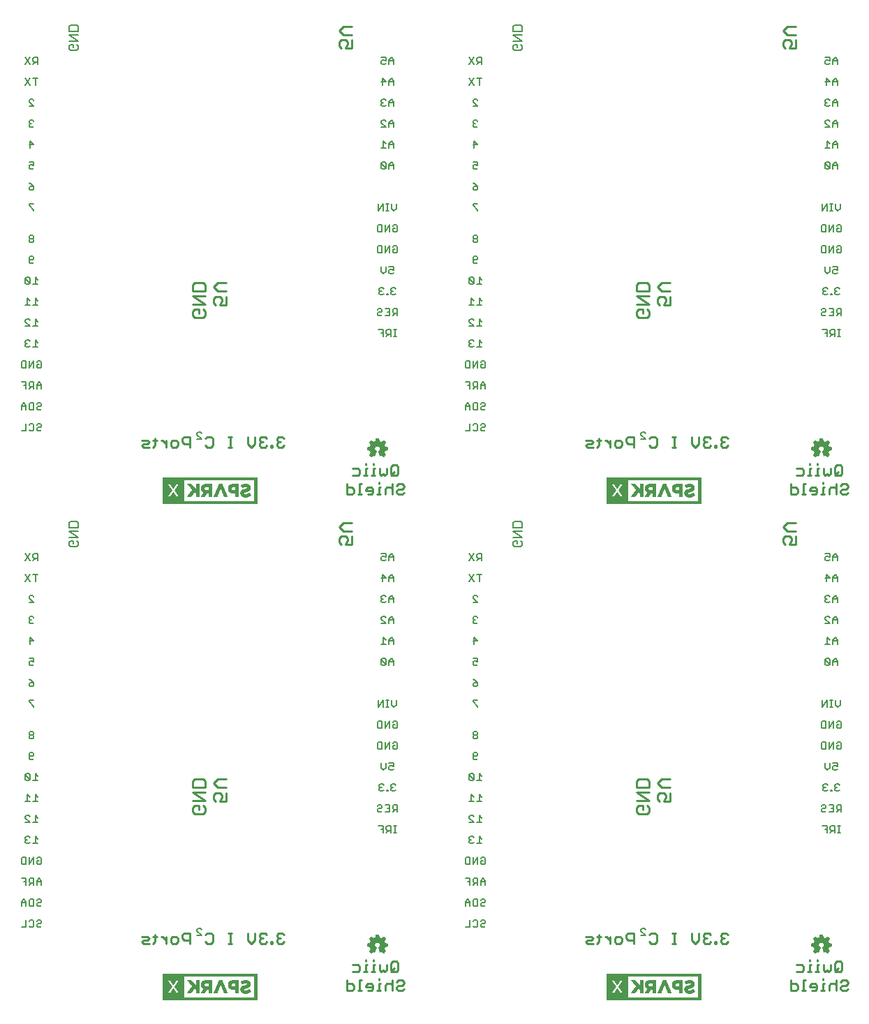
<source format=gbo>
G75*
%MOIN*%
%OFA0B0*%
%FSLAX25Y25*%
%IPPOS*%
%LPD*%
%AMOC8*
5,1,8,0,0,1.08239X$1,22.5*
%
%ADD10C,0.00600*%
%ADD11C,0.01100*%
%ADD12C,0.00800*%
%ADD13C,0.00900*%
%ADD14C,0.00299*%
%ADD15C,0.00039*%
D10*
X0105445Y0100824D02*
X0107714Y0100824D01*
X0107714Y0104227D01*
X0109128Y0103659D02*
X0109696Y0104227D01*
X0110830Y0104227D01*
X0111397Y0103659D01*
X0111397Y0101391D01*
X0110830Y0100824D01*
X0109696Y0100824D01*
X0109128Y0101391D01*
X0112812Y0101391D02*
X0113379Y0100824D01*
X0114513Y0100824D01*
X0115080Y0101391D01*
X0114513Y0102525D02*
X0113379Y0102525D01*
X0112812Y0101958D01*
X0112812Y0101391D01*
X0114513Y0102525D02*
X0115080Y0103092D01*
X0115080Y0103659D01*
X0114513Y0104227D01*
X0113379Y0104227D01*
X0112812Y0103659D01*
X0113379Y0110824D02*
X0114513Y0110824D01*
X0115080Y0111391D01*
X0114513Y0112525D02*
X0113379Y0112525D01*
X0112812Y0111958D01*
X0112812Y0111391D01*
X0113379Y0110824D01*
X0111397Y0110824D02*
X0109696Y0110824D01*
X0109128Y0111391D01*
X0109128Y0113659D01*
X0109696Y0114227D01*
X0111397Y0114227D01*
X0111397Y0110824D01*
X0112812Y0113659D02*
X0113379Y0114227D01*
X0114513Y0114227D01*
X0115080Y0113659D01*
X0115080Y0113092D01*
X0114513Y0112525D01*
X0115080Y0120824D02*
X0115080Y0123092D01*
X0113946Y0124227D01*
X0112812Y0123092D01*
X0112812Y0120824D01*
X0111397Y0120824D02*
X0111397Y0124227D01*
X0109696Y0124227D01*
X0109128Y0123659D01*
X0109128Y0122525D01*
X0109696Y0121958D01*
X0111397Y0121958D01*
X0110263Y0121958D02*
X0109128Y0120824D01*
X0107714Y0120824D02*
X0107714Y0124227D01*
X0105445Y0124227D01*
X0106580Y0122525D02*
X0107714Y0122525D01*
X0112812Y0122525D02*
X0115080Y0122525D01*
X0114513Y0130824D02*
X0113379Y0130824D01*
X0112812Y0131391D01*
X0112812Y0132525D01*
X0113946Y0132525D01*
X0115080Y0131391D02*
X0114513Y0130824D01*
X0115080Y0131391D02*
X0115080Y0133659D01*
X0114513Y0134227D01*
X0113379Y0134227D01*
X0112812Y0133659D01*
X0111397Y0134227D02*
X0109128Y0130824D01*
X0109128Y0134227D01*
X0107714Y0134227D02*
X0106012Y0134227D01*
X0105445Y0133659D01*
X0105445Y0131391D01*
X0106012Y0130824D01*
X0107714Y0130824D01*
X0107714Y0134227D01*
X0111397Y0134227D02*
X0111397Y0130824D01*
X0110970Y0140824D02*
X0113239Y0140824D01*
X0112104Y0140824D02*
X0112104Y0144227D01*
X0113239Y0143092D01*
X0109555Y0143659D02*
X0108988Y0144227D01*
X0107854Y0144227D01*
X0107287Y0143659D01*
X0107287Y0143092D01*
X0107854Y0142525D01*
X0107287Y0141958D01*
X0107287Y0141391D01*
X0107854Y0140824D01*
X0108988Y0140824D01*
X0109555Y0141391D01*
X0108421Y0142525D02*
X0107854Y0142525D01*
X0107287Y0150824D02*
X0109555Y0150824D01*
X0107287Y0153092D01*
X0107287Y0153659D01*
X0107854Y0154227D01*
X0108988Y0154227D01*
X0109555Y0153659D01*
X0112104Y0154227D02*
X0112104Y0150824D01*
X0110970Y0150824D02*
X0113239Y0150824D01*
X0113239Y0153092D02*
X0112104Y0154227D01*
X0112104Y0160824D02*
X0112104Y0164227D01*
X0113239Y0163092D01*
X0113239Y0160824D02*
X0110970Y0160824D01*
X0109555Y0160824D02*
X0107287Y0160824D01*
X0108421Y0160824D02*
X0108421Y0164227D01*
X0109555Y0163092D01*
X0108988Y0170824D02*
X0107854Y0170824D01*
X0107287Y0171391D01*
X0107287Y0173659D01*
X0109555Y0171391D01*
X0108988Y0170824D01*
X0109555Y0171391D02*
X0109555Y0173659D01*
X0108988Y0174227D01*
X0107854Y0174227D01*
X0107287Y0173659D01*
X0110970Y0170824D02*
X0113239Y0170824D01*
X0112104Y0170824D02*
X0112104Y0174227D01*
X0113239Y0173092D01*
X0110830Y0180824D02*
X0109696Y0180824D01*
X0109128Y0181391D01*
X0109128Y0183659D01*
X0109696Y0184227D01*
X0110830Y0184227D01*
X0111397Y0183659D01*
X0111397Y0183092D01*
X0110830Y0182525D01*
X0109128Y0182525D01*
X0110830Y0180824D02*
X0111397Y0181391D01*
X0110830Y0190824D02*
X0111397Y0191391D01*
X0111397Y0191958D01*
X0110830Y0192525D01*
X0109696Y0192525D01*
X0109128Y0191958D01*
X0109128Y0191391D01*
X0109696Y0190824D01*
X0110830Y0190824D01*
X0110830Y0192525D02*
X0111397Y0193092D01*
X0111397Y0193659D01*
X0110830Y0194227D01*
X0109696Y0194227D01*
X0109128Y0193659D01*
X0109128Y0193092D01*
X0109696Y0192525D01*
X0111397Y0205824D02*
X0111397Y0206391D01*
X0109128Y0208659D01*
X0109128Y0209227D01*
X0111397Y0209227D01*
X0110830Y0215824D02*
X0109696Y0215824D01*
X0109128Y0216391D01*
X0109128Y0216958D01*
X0109696Y0217525D01*
X0111397Y0217525D01*
X0111397Y0216391D01*
X0110830Y0215824D01*
X0111397Y0217525D02*
X0110263Y0218659D01*
X0109128Y0219227D01*
X0109696Y0225824D02*
X0110830Y0225824D01*
X0111397Y0226391D01*
X0111397Y0227525D02*
X0110263Y0228092D01*
X0109696Y0228092D01*
X0109128Y0227525D01*
X0109128Y0226391D01*
X0109696Y0225824D01*
X0111397Y0227525D02*
X0111397Y0229227D01*
X0109128Y0229227D01*
X0109696Y0235824D02*
X0109696Y0239227D01*
X0111397Y0237525D01*
X0109128Y0237525D01*
X0109696Y0245824D02*
X0110830Y0245824D01*
X0111397Y0246391D01*
X0110263Y0247525D02*
X0109696Y0247525D01*
X0109128Y0246958D01*
X0109128Y0246391D01*
X0109696Y0245824D01*
X0109696Y0247525D02*
X0109128Y0248092D01*
X0109128Y0248659D01*
X0109696Y0249227D01*
X0110830Y0249227D01*
X0111397Y0248659D01*
X0111397Y0255824D02*
X0109128Y0258092D01*
X0109128Y0258659D01*
X0109696Y0259227D01*
X0110830Y0259227D01*
X0111397Y0258659D01*
X0111397Y0255824D02*
X0109128Y0255824D01*
X0109555Y0265824D02*
X0107287Y0269227D01*
X0109555Y0269227D02*
X0107287Y0265824D01*
X0112104Y0265824D02*
X0112104Y0269227D01*
X0110970Y0269227D02*
X0113239Y0269227D01*
X0113239Y0275824D02*
X0113239Y0279227D01*
X0111537Y0279227D01*
X0110970Y0278659D01*
X0110970Y0277525D01*
X0111537Y0276958D01*
X0113239Y0276958D01*
X0112104Y0276958D02*
X0110970Y0275824D01*
X0109555Y0275824D02*
X0107287Y0279227D01*
X0109555Y0279227D02*
X0107287Y0275824D01*
X0107714Y0337824D02*
X0105445Y0337824D01*
X0107714Y0337824D02*
X0107714Y0341227D01*
X0109128Y0340659D02*
X0109696Y0341227D01*
X0110830Y0341227D01*
X0111397Y0340659D01*
X0111397Y0338391D01*
X0110830Y0337824D01*
X0109696Y0337824D01*
X0109128Y0338391D01*
X0112812Y0338391D02*
X0113379Y0337824D01*
X0114513Y0337824D01*
X0115080Y0338391D01*
X0114513Y0339525D02*
X0113379Y0339525D01*
X0112812Y0338958D01*
X0112812Y0338391D01*
X0114513Y0339525D02*
X0115080Y0340092D01*
X0115080Y0340659D01*
X0114513Y0341227D01*
X0113379Y0341227D01*
X0112812Y0340659D01*
X0113379Y0347824D02*
X0114513Y0347824D01*
X0115080Y0348391D01*
X0114513Y0349525D02*
X0113379Y0349525D01*
X0112812Y0348958D01*
X0112812Y0348391D01*
X0113379Y0347824D01*
X0111397Y0347824D02*
X0109696Y0347824D01*
X0109128Y0348391D01*
X0109128Y0350659D01*
X0109696Y0351227D01*
X0111397Y0351227D01*
X0111397Y0347824D01*
X0112812Y0350659D02*
X0113379Y0351227D01*
X0114513Y0351227D01*
X0115080Y0350659D01*
X0115080Y0350092D01*
X0114513Y0349525D01*
X0115080Y0357824D02*
X0115080Y0360092D01*
X0113946Y0361227D01*
X0112812Y0360092D01*
X0112812Y0357824D01*
X0111397Y0357824D02*
X0111397Y0361227D01*
X0109696Y0361227D01*
X0109128Y0360659D01*
X0109128Y0359525D01*
X0109696Y0358958D01*
X0111397Y0358958D01*
X0110263Y0358958D02*
X0109128Y0357824D01*
X0107714Y0357824D02*
X0107714Y0361227D01*
X0105445Y0361227D01*
X0106580Y0359525D02*
X0107714Y0359525D01*
X0112812Y0359525D02*
X0115080Y0359525D01*
X0114513Y0367824D02*
X0113379Y0367824D01*
X0112812Y0368391D01*
X0112812Y0369525D01*
X0113946Y0369525D01*
X0115080Y0368391D02*
X0114513Y0367824D01*
X0115080Y0368391D02*
X0115080Y0370659D01*
X0114513Y0371227D01*
X0113379Y0371227D01*
X0112812Y0370659D01*
X0111397Y0371227D02*
X0109128Y0367824D01*
X0109128Y0371227D01*
X0107714Y0371227D02*
X0106012Y0371227D01*
X0105445Y0370659D01*
X0105445Y0368391D01*
X0106012Y0367824D01*
X0107714Y0367824D01*
X0107714Y0371227D01*
X0111397Y0371227D02*
X0111397Y0367824D01*
X0110970Y0377824D02*
X0113239Y0377824D01*
X0112104Y0377824D02*
X0112104Y0381227D01*
X0113239Y0380092D01*
X0109555Y0380659D02*
X0108988Y0381227D01*
X0107854Y0381227D01*
X0107287Y0380659D01*
X0107287Y0380092D01*
X0107854Y0379525D01*
X0107287Y0378958D01*
X0107287Y0378391D01*
X0107854Y0377824D01*
X0108988Y0377824D01*
X0109555Y0378391D01*
X0108421Y0379525D02*
X0107854Y0379525D01*
X0107287Y0387824D02*
X0109555Y0387824D01*
X0107287Y0390092D01*
X0107287Y0390659D01*
X0107854Y0391227D01*
X0108988Y0391227D01*
X0109555Y0390659D01*
X0112104Y0391227D02*
X0112104Y0387824D01*
X0110970Y0387824D02*
X0113239Y0387824D01*
X0113239Y0390092D02*
X0112104Y0391227D01*
X0112104Y0397824D02*
X0112104Y0401227D01*
X0113239Y0400092D01*
X0113239Y0397824D02*
X0110970Y0397824D01*
X0109555Y0397824D02*
X0107287Y0397824D01*
X0108421Y0397824D02*
X0108421Y0401227D01*
X0109555Y0400092D01*
X0108988Y0407824D02*
X0107854Y0407824D01*
X0107287Y0408391D01*
X0107287Y0410659D01*
X0109555Y0408391D01*
X0108988Y0407824D01*
X0109555Y0408391D02*
X0109555Y0410659D01*
X0108988Y0411227D01*
X0107854Y0411227D01*
X0107287Y0410659D01*
X0110970Y0407824D02*
X0113239Y0407824D01*
X0112104Y0407824D02*
X0112104Y0411227D01*
X0113239Y0410092D01*
X0110830Y0417824D02*
X0109696Y0417824D01*
X0109128Y0418391D01*
X0109128Y0420659D01*
X0109696Y0421227D01*
X0110830Y0421227D01*
X0111397Y0420659D01*
X0111397Y0420092D01*
X0110830Y0419525D01*
X0109128Y0419525D01*
X0110830Y0417824D02*
X0111397Y0418391D01*
X0110830Y0427824D02*
X0111397Y0428391D01*
X0111397Y0428958D01*
X0110830Y0429525D01*
X0109696Y0429525D01*
X0109128Y0428958D01*
X0109128Y0428391D01*
X0109696Y0427824D01*
X0110830Y0427824D01*
X0110830Y0429525D02*
X0111397Y0430092D01*
X0111397Y0430659D01*
X0110830Y0431227D01*
X0109696Y0431227D01*
X0109128Y0430659D01*
X0109128Y0430092D01*
X0109696Y0429525D01*
X0111397Y0442824D02*
X0111397Y0443391D01*
X0109128Y0445659D01*
X0109128Y0446227D01*
X0111397Y0446227D01*
X0110830Y0452824D02*
X0109696Y0452824D01*
X0109128Y0453391D01*
X0109128Y0453958D01*
X0109696Y0454525D01*
X0111397Y0454525D01*
X0111397Y0453391D01*
X0110830Y0452824D01*
X0111397Y0454525D02*
X0110263Y0455659D01*
X0109128Y0456227D01*
X0109696Y0462824D02*
X0110830Y0462824D01*
X0111397Y0463391D01*
X0111397Y0464525D02*
X0110263Y0465092D01*
X0109696Y0465092D01*
X0109128Y0464525D01*
X0109128Y0463391D01*
X0109696Y0462824D01*
X0111397Y0464525D02*
X0111397Y0466227D01*
X0109128Y0466227D01*
X0109696Y0472824D02*
X0109696Y0476227D01*
X0111397Y0474525D01*
X0109128Y0474525D01*
X0109696Y0482824D02*
X0110830Y0482824D01*
X0111397Y0483391D01*
X0110263Y0484525D02*
X0109696Y0484525D01*
X0109128Y0483958D01*
X0109128Y0483391D01*
X0109696Y0482824D01*
X0109696Y0484525D02*
X0109128Y0485092D01*
X0109128Y0485659D01*
X0109696Y0486227D01*
X0110830Y0486227D01*
X0111397Y0485659D01*
X0111397Y0492824D02*
X0109128Y0495092D01*
X0109128Y0495659D01*
X0109696Y0496227D01*
X0110830Y0496227D01*
X0111397Y0495659D01*
X0111397Y0492824D02*
X0109128Y0492824D01*
X0109555Y0502824D02*
X0107287Y0506227D01*
X0109555Y0506227D02*
X0107287Y0502824D01*
X0112104Y0502824D02*
X0112104Y0506227D01*
X0110970Y0506227D02*
X0113239Y0506227D01*
X0113239Y0512824D02*
X0113239Y0516227D01*
X0111537Y0516227D01*
X0110970Y0515659D01*
X0110970Y0514525D01*
X0111537Y0513958D01*
X0113239Y0513958D01*
X0112104Y0513958D02*
X0110970Y0512824D01*
X0109555Y0512824D02*
X0107287Y0516227D01*
X0109555Y0516227D02*
X0107287Y0512824D01*
X0106580Y0351227D02*
X0105445Y0350092D01*
X0105445Y0347824D01*
X0105445Y0349525D02*
X0107714Y0349525D01*
X0107714Y0350092D02*
X0106580Y0351227D01*
X0107714Y0350092D02*
X0107714Y0347824D01*
X0189287Y0336659D02*
X0189287Y0336092D01*
X0191555Y0333824D01*
X0189287Y0333824D01*
X0189287Y0336659D02*
X0189854Y0337227D01*
X0190988Y0337227D01*
X0191555Y0336659D01*
X0276059Y0386227D02*
X0278328Y0386227D01*
X0278328Y0382824D01*
X0279742Y0382824D02*
X0280877Y0383958D01*
X0280309Y0383958D02*
X0282011Y0383958D01*
X0282011Y0382824D02*
X0282011Y0386227D01*
X0280309Y0386227D01*
X0279742Y0385659D01*
X0279742Y0384525D01*
X0280309Y0383958D01*
X0278328Y0384525D02*
X0277193Y0384525D01*
X0277147Y0392824D02*
X0277714Y0393391D01*
X0277147Y0392824D02*
X0276012Y0392824D01*
X0275445Y0393391D01*
X0275445Y0393958D01*
X0276012Y0394525D01*
X0277147Y0394525D01*
X0277714Y0395092D01*
X0277714Y0395659D01*
X0277147Y0396227D01*
X0276012Y0396227D01*
X0275445Y0395659D01*
X0279128Y0396227D02*
X0281397Y0396227D01*
X0281397Y0392824D01*
X0279128Y0392824D01*
X0280263Y0394525D02*
X0281397Y0394525D01*
X0282812Y0394525D02*
X0282812Y0395659D01*
X0283379Y0396227D01*
X0285080Y0396227D01*
X0285080Y0392824D01*
X0285080Y0393958D02*
X0283379Y0393958D01*
X0282812Y0394525D01*
X0283946Y0393958D02*
X0282812Y0392824D01*
X0283332Y0386227D02*
X0284466Y0386227D01*
X0283899Y0386227D02*
X0283899Y0382824D01*
X0284466Y0382824D02*
X0283332Y0382824D01*
X0283592Y0402824D02*
X0282458Y0402824D01*
X0281891Y0403391D01*
X0281891Y0403958D01*
X0282458Y0404525D01*
X0283025Y0404525D01*
X0282458Y0404525D02*
X0281891Y0405092D01*
X0281891Y0405659D01*
X0282458Y0406227D01*
X0283592Y0406227D01*
X0284159Y0405659D01*
X0284159Y0403391D02*
X0283592Y0402824D01*
X0280476Y0402824D02*
X0279909Y0402824D01*
X0279909Y0403391D01*
X0280476Y0403391D01*
X0280476Y0402824D01*
X0278635Y0403391D02*
X0278068Y0402824D01*
X0276933Y0402824D01*
X0276366Y0403391D01*
X0276366Y0403958D01*
X0276933Y0404525D01*
X0277500Y0404525D01*
X0276933Y0404525D02*
X0276366Y0405092D01*
X0276366Y0405659D01*
X0276933Y0406227D01*
X0278068Y0406227D01*
X0278635Y0405659D01*
X0278421Y0412824D02*
X0277287Y0413958D01*
X0277287Y0416227D01*
X0279555Y0416227D02*
X0279555Y0413958D01*
X0278421Y0412824D01*
X0280970Y0413391D02*
X0281537Y0412824D01*
X0282671Y0412824D01*
X0283239Y0413391D01*
X0283239Y0414525D02*
X0282104Y0415092D01*
X0281537Y0415092D01*
X0280970Y0414525D01*
X0280970Y0413391D01*
X0283239Y0414525D02*
X0283239Y0416227D01*
X0280970Y0416227D01*
X0281397Y0422824D02*
X0281397Y0426227D01*
X0279128Y0422824D01*
X0279128Y0426227D01*
X0277714Y0426227D02*
X0276012Y0426227D01*
X0275445Y0425659D01*
X0275445Y0423391D01*
X0276012Y0422824D01*
X0277714Y0422824D01*
X0277714Y0426227D01*
X0282812Y0425659D02*
X0283379Y0426227D01*
X0284513Y0426227D01*
X0285080Y0425659D01*
X0285080Y0423391D01*
X0284513Y0422824D01*
X0283379Y0422824D01*
X0282812Y0423391D01*
X0282812Y0424525D01*
X0283946Y0424525D01*
X0284513Y0432824D02*
X0283379Y0432824D01*
X0282812Y0433391D01*
X0282812Y0434525D01*
X0283946Y0434525D01*
X0285080Y0433391D02*
X0284513Y0432824D01*
X0285080Y0433391D02*
X0285080Y0435659D01*
X0284513Y0436227D01*
X0283379Y0436227D01*
X0282812Y0435659D01*
X0281397Y0436227D02*
X0279128Y0432824D01*
X0279128Y0436227D01*
X0277714Y0436227D02*
X0276012Y0436227D01*
X0275445Y0435659D01*
X0275445Y0433391D01*
X0276012Y0432824D01*
X0277714Y0432824D01*
X0277714Y0436227D01*
X0281397Y0436227D02*
X0281397Y0432824D01*
X0280783Y0442824D02*
X0279649Y0442824D01*
X0280216Y0442824D02*
X0280216Y0446227D01*
X0280783Y0446227D02*
X0279649Y0446227D01*
X0278328Y0446227D02*
X0276059Y0442824D01*
X0276059Y0446227D01*
X0278328Y0446227D02*
X0278328Y0442824D01*
X0282198Y0443958D02*
X0282198Y0446227D01*
X0284466Y0446227D02*
X0284466Y0443958D01*
X0283332Y0442824D01*
X0282198Y0443958D01*
X0283239Y0462824D02*
X0283239Y0465092D01*
X0282104Y0466227D01*
X0280970Y0465092D01*
X0280970Y0462824D01*
X0279555Y0463391D02*
X0277287Y0465659D01*
X0277287Y0463391D01*
X0277854Y0462824D01*
X0278988Y0462824D01*
X0279555Y0463391D01*
X0279555Y0465659D01*
X0278988Y0466227D01*
X0277854Y0466227D01*
X0277287Y0465659D01*
X0280970Y0464525D02*
X0283239Y0464525D01*
X0283239Y0472824D02*
X0283239Y0475092D01*
X0282104Y0476227D01*
X0280970Y0475092D01*
X0280970Y0472824D01*
X0279555Y0472824D02*
X0277287Y0472824D01*
X0278421Y0472824D02*
X0278421Y0476227D01*
X0279555Y0475092D01*
X0280970Y0474525D02*
X0283239Y0474525D01*
X0283239Y0482824D02*
X0283239Y0485092D01*
X0282104Y0486227D01*
X0280970Y0485092D01*
X0280970Y0482824D01*
X0279555Y0482824D02*
X0277287Y0485092D01*
X0277287Y0485659D01*
X0277854Y0486227D01*
X0278988Y0486227D01*
X0279555Y0485659D01*
X0280970Y0484525D02*
X0283239Y0484525D01*
X0279555Y0482824D02*
X0277287Y0482824D01*
X0277854Y0492824D02*
X0277287Y0493391D01*
X0277287Y0493958D01*
X0277854Y0494525D01*
X0278421Y0494525D01*
X0277854Y0494525D02*
X0277287Y0495092D01*
X0277287Y0495659D01*
X0277854Y0496227D01*
X0278988Y0496227D01*
X0279555Y0495659D01*
X0280970Y0495092D02*
X0282104Y0496227D01*
X0283239Y0495092D01*
X0283239Y0492824D01*
X0283239Y0494525D02*
X0280970Y0494525D01*
X0280970Y0495092D02*
X0280970Y0492824D01*
X0279555Y0493391D02*
X0278988Y0492824D01*
X0277854Y0492824D01*
X0277854Y0502824D02*
X0277854Y0506227D01*
X0279555Y0504525D01*
X0277287Y0504525D01*
X0280970Y0504525D02*
X0283239Y0504525D01*
X0283239Y0505092D02*
X0282104Y0506227D01*
X0280970Y0505092D01*
X0280970Y0502824D01*
X0283239Y0502824D02*
X0283239Y0505092D01*
X0283239Y0512824D02*
X0283239Y0515092D01*
X0282104Y0516227D01*
X0280970Y0515092D01*
X0280970Y0512824D01*
X0279555Y0513391D02*
X0278988Y0512824D01*
X0277854Y0512824D01*
X0277287Y0513391D01*
X0277287Y0514525D01*
X0277854Y0515092D01*
X0278421Y0515092D01*
X0279555Y0514525D01*
X0279555Y0516227D01*
X0277287Y0516227D01*
X0280970Y0514525D02*
X0283239Y0514525D01*
X0319287Y0512824D02*
X0321555Y0516227D01*
X0322970Y0515659D02*
X0322970Y0514525D01*
X0323537Y0513958D01*
X0325239Y0513958D01*
X0325239Y0512824D02*
X0325239Y0516227D01*
X0323537Y0516227D01*
X0322970Y0515659D01*
X0324104Y0513958D02*
X0322970Y0512824D01*
X0321555Y0512824D02*
X0319287Y0516227D01*
X0319287Y0506227D02*
X0321555Y0502824D01*
X0319287Y0502824D02*
X0321555Y0506227D01*
X0322970Y0506227D02*
X0325239Y0506227D01*
X0324104Y0506227D02*
X0324104Y0502824D01*
X0322830Y0496227D02*
X0323397Y0495659D01*
X0322830Y0496227D02*
X0321696Y0496227D01*
X0321128Y0495659D01*
X0321128Y0495092D01*
X0323397Y0492824D01*
X0321128Y0492824D01*
X0321696Y0486227D02*
X0321128Y0485659D01*
X0321128Y0485092D01*
X0321696Y0484525D01*
X0321128Y0483958D01*
X0321128Y0483391D01*
X0321696Y0482824D01*
X0322830Y0482824D01*
X0323397Y0483391D01*
X0322263Y0484525D02*
X0321696Y0484525D01*
X0321696Y0486227D02*
X0322830Y0486227D01*
X0323397Y0485659D01*
X0321696Y0476227D02*
X0323397Y0474525D01*
X0321128Y0474525D01*
X0321696Y0472824D02*
X0321696Y0476227D01*
X0321128Y0466227D02*
X0323397Y0466227D01*
X0323397Y0464525D01*
X0322263Y0465092D01*
X0321696Y0465092D01*
X0321128Y0464525D01*
X0321128Y0463391D01*
X0321696Y0462824D01*
X0322830Y0462824D01*
X0323397Y0463391D01*
X0321128Y0456227D02*
X0322263Y0455659D01*
X0323397Y0454525D01*
X0321696Y0454525D01*
X0321128Y0453958D01*
X0321128Y0453391D01*
X0321696Y0452824D01*
X0322830Y0452824D01*
X0323397Y0453391D01*
X0323397Y0454525D01*
X0323397Y0446227D02*
X0321128Y0446227D01*
X0321128Y0445659D01*
X0323397Y0443391D01*
X0323397Y0442824D01*
X0322830Y0431227D02*
X0321696Y0431227D01*
X0321128Y0430659D01*
X0321128Y0430092D01*
X0321696Y0429525D01*
X0322830Y0429525D01*
X0323397Y0430092D01*
X0323397Y0430659D01*
X0322830Y0431227D01*
X0322830Y0429525D02*
X0323397Y0428958D01*
X0323397Y0428391D01*
X0322830Y0427824D01*
X0321696Y0427824D01*
X0321128Y0428391D01*
X0321128Y0428958D01*
X0321696Y0429525D01*
X0321696Y0421227D02*
X0322830Y0421227D01*
X0323397Y0420659D01*
X0323397Y0420092D01*
X0322830Y0419525D01*
X0321128Y0419525D01*
X0321128Y0418391D02*
X0321128Y0420659D01*
X0321696Y0421227D01*
X0321128Y0418391D02*
X0321696Y0417824D01*
X0322830Y0417824D01*
X0323397Y0418391D01*
X0324104Y0411227D02*
X0324104Y0407824D01*
X0322970Y0407824D02*
X0325239Y0407824D01*
X0325239Y0410092D02*
X0324104Y0411227D01*
X0321555Y0410659D02*
X0320988Y0411227D01*
X0319854Y0411227D01*
X0319287Y0410659D01*
X0321555Y0408391D01*
X0320988Y0407824D01*
X0319854Y0407824D01*
X0319287Y0408391D01*
X0319287Y0410659D01*
X0321555Y0410659D02*
X0321555Y0408391D01*
X0320421Y0401227D02*
X0320421Y0397824D01*
X0321555Y0397824D02*
X0319287Y0397824D01*
X0321555Y0400092D02*
X0320421Y0401227D01*
X0324104Y0401227D02*
X0324104Y0397824D01*
X0322970Y0397824D02*
X0325239Y0397824D01*
X0325239Y0400092D02*
X0324104Y0401227D01*
X0324104Y0391227D02*
X0324104Y0387824D01*
X0322970Y0387824D02*
X0325239Y0387824D01*
X0325239Y0390092D02*
X0324104Y0391227D01*
X0321555Y0390659D02*
X0320988Y0391227D01*
X0319854Y0391227D01*
X0319287Y0390659D01*
X0319287Y0390092D01*
X0321555Y0387824D01*
X0319287Y0387824D01*
X0319854Y0381227D02*
X0319287Y0380659D01*
X0319287Y0380092D01*
X0319854Y0379525D01*
X0319287Y0378958D01*
X0319287Y0378391D01*
X0319854Y0377824D01*
X0320988Y0377824D01*
X0321555Y0378391D01*
X0322970Y0377824D02*
X0325239Y0377824D01*
X0324104Y0377824D02*
X0324104Y0381227D01*
X0325239Y0380092D01*
X0321555Y0380659D02*
X0320988Y0381227D01*
X0319854Y0381227D01*
X0319854Y0379525D02*
X0320421Y0379525D01*
X0319714Y0371227D02*
X0318012Y0371227D01*
X0317445Y0370659D01*
X0317445Y0368391D01*
X0318012Y0367824D01*
X0319714Y0367824D01*
X0319714Y0371227D01*
X0321128Y0371227D02*
X0321128Y0367824D01*
X0323397Y0371227D01*
X0323397Y0367824D01*
X0324812Y0368391D02*
X0324812Y0369525D01*
X0325946Y0369525D01*
X0327080Y0368391D02*
X0326513Y0367824D01*
X0325379Y0367824D01*
X0324812Y0368391D01*
X0327080Y0368391D02*
X0327080Y0370659D01*
X0326513Y0371227D01*
X0325379Y0371227D01*
X0324812Y0370659D01*
X0325946Y0361227D02*
X0324812Y0360092D01*
X0324812Y0357824D01*
X0323397Y0357824D02*
X0323397Y0361227D01*
X0321696Y0361227D01*
X0321128Y0360659D01*
X0321128Y0359525D01*
X0321696Y0358958D01*
X0323397Y0358958D01*
X0322263Y0358958D02*
X0321128Y0357824D01*
X0319714Y0357824D02*
X0319714Y0361227D01*
X0317445Y0361227D01*
X0318580Y0359525D02*
X0319714Y0359525D01*
X0324812Y0359525D02*
X0327080Y0359525D01*
X0327080Y0360092D02*
X0327080Y0357824D01*
X0327080Y0360092D02*
X0325946Y0361227D01*
X0325379Y0351227D02*
X0326513Y0351227D01*
X0327080Y0350659D01*
X0327080Y0350092D01*
X0326513Y0349525D01*
X0325379Y0349525D01*
X0324812Y0348958D01*
X0324812Y0348391D01*
X0325379Y0347824D01*
X0326513Y0347824D01*
X0327080Y0348391D01*
X0324812Y0350659D02*
X0325379Y0351227D01*
X0323397Y0351227D02*
X0321696Y0351227D01*
X0321128Y0350659D01*
X0321128Y0348391D01*
X0321696Y0347824D01*
X0323397Y0347824D01*
X0323397Y0351227D01*
X0319714Y0350092D02*
X0319714Y0347824D01*
X0319714Y0349525D02*
X0317445Y0349525D01*
X0317445Y0350092D02*
X0317445Y0347824D01*
X0317445Y0350092D02*
X0318580Y0351227D01*
X0319714Y0350092D01*
X0319714Y0341227D02*
X0319714Y0337824D01*
X0317445Y0337824D01*
X0321128Y0338391D02*
X0321696Y0337824D01*
X0322830Y0337824D01*
X0323397Y0338391D01*
X0323397Y0340659D01*
X0322830Y0341227D01*
X0321696Y0341227D01*
X0321128Y0340659D01*
X0324812Y0340659D02*
X0325379Y0341227D01*
X0326513Y0341227D01*
X0327080Y0340659D01*
X0327080Y0340092D01*
X0326513Y0339525D01*
X0325379Y0339525D01*
X0324812Y0338958D01*
X0324812Y0338391D01*
X0325379Y0337824D01*
X0326513Y0337824D01*
X0327080Y0338391D01*
X0325239Y0279227D02*
X0323537Y0279227D01*
X0322970Y0278659D01*
X0322970Y0277525D01*
X0323537Y0276958D01*
X0325239Y0276958D01*
X0325239Y0275824D02*
X0325239Y0279227D01*
X0324104Y0276958D02*
X0322970Y0275824D01*
X0321555Y0275824D02*
X0319287Y0279227D01*
X0321555Y0279227D02*
X0319287Y0275824D01*
X0319287Y0269227D02*
X0321555Y0265824D01*
X0319287Y0265824D02*
X0321555Y0269227D01*
X0322970Y0269227D02*
X0325239Y0269227D01*
X0324104Y0269227D02*
X0324104Y0265824D01*
X0322830Y0259227D02*
X0323397Y0258659D01*
X0322830Y0259227D02*
X0321696Y0259227D01*
X0321128Y0258659D01*
X0321128Y0258092D01*
X0323397Y0255824D01*
X0321128Y0255824D01*
X0321696Y0249227D02*
X0321128Y0248659D01*
X0321128Y0248092D01*
X0321696Y0247525D01*
X0321128Y0246958D01*
X0321128Y0246391D01*
X0321696Y0245824D01*
X0322830Y0245824D01*
X0323397Y0246391D01*
X0322263Y0247525D02*
X0321696Y0247525D01*
X0321696Y0249227D02*
X0322830Y0249227D01*
X0323397Y0248659D01*
X0321696Y0239227D02*
X0323397Y0237525D01*
X0321128Y0237525D01*
X0321696Y0235824D02*
X0321696Y0239227D01*
X0321128Y0229227D02*
X0323397Y0229227D01*
X0323397Y0227525D01*
X0322263Y0228092D01*
X0321696Y0228092D01*
X0321128Y0227525D01*
X0321128Y0226391D01*
X0321696Y0225824D01*
X0322830Y0225824D01*
X0323397Y0226391D01*
X0321128Y0219227D02*
X0322263Y0218659D01*
X0323397Y0217525D01*
X0321696Y0217525D01*
X0321128Y0216958D01*
X0321128Y0216391D01*
X0321696Y0215824D01*
X0322830Y0215824D01*
X0323397Y0216391D01*
X0323397Y0217525D01*
X0323397Y0209227D02*
X0321128Y0209227D01*
X0321128Y0208659D01*
X0323397Y0206391D01*
X0323397Y0205824D01*
X0322830Y0194227D02*
X0321696Y0194227D01*
X0321128Y0193659D01*
X0321128Y0193092D01*
X0321696Y0192525D01*
X0322830Y0192525D01*
X0323397Y0193092D01*
X0323397Y0193659D01*
X0322830Y0194227D01*
X0322830Y0192525D02*
X0323397Y0191958D01*
X0323397Y0191391D01*
X0322830Y0190824D01*
X0321696Y0190824D01*
X0321128Y0191391D01*
X0321128Y0191958D01*
X0321696Y0192525D01*
X0321696Y0184227D02*
X0322830Y0184227D01*
X0323397Y0183659D01*
X0323397Y0183092D01*
X0322830Y0182525D01*
X0321128Y0182525D01*
X0321128Y0181391D02*
X0321128Y0183659D01*
X0321696Y0184227D01*
X0321128Y0181391D02*
X0321696Y0180824D01*
X0322830Y0180824D01*
X0323397Y0181391D01*
X0324104Y0174227D02*
X0324104Y0170824D01*
X0322970Y0170824D02*
X0325239Y0170824D01*
X0325239Y0173092D02*
X0324104Y0174227D01*
X0321555Y0173659D02*
X0320988Y0174227D01*
X0319854Y0174227D01*
X0319287Y0173659D01*
X0321555Y0171391D01*
X0320988Y0170824D01*
X0319854Y0170824D01*
X0319287Y0171391D01*
X0319287Y0173659D01*
X0321555Y0173659D02*
X0321555Y0171391D01*
X0320421Y0164227D02*
X0320421Y0160824D01*
X0321555Y0160824D02*
X0319287Y0160824D01*
X0321555Y0163092D02*
X0320421Y0164227D01*
X0324104Y0164227D02*
X0324104Y0160824D01*
X0322970Y0160824D02*
X0325239Y0160824D01*
X0325239Y0163092D02*
X0324104Y0164227D01*
X0324104Y0154227D02*
X0324104Y0150824D01*
X0322970Y0150824D02*
X0325239Y0150824D01*
X0325239Y0153092D02*
X0324104Y0154227D01*
X0321555Y0153659D02*
X0320988Y0154227D01*
X0319854Y0154227D01*
X0319287Y0153659D01*
X0319287Y0153092D01*
X0321555Y0150824D01*
X0319287Y0150824D01*
X0319854Y0144227D02*
X0319287Y0143659D01*
X0319287Y0143092D01*
X0319854Y0142525D01*
X0319287Y0141958D01*
X0319287Y0141391D01*
X0319854Y0140824D01*
X0320988Y0140824D01*
X0321555Y0141391D01*
X0322970Y0140824D02*
X0325239Y0140824D01*
X0324104Y0140824D02*
X0324104Y0144227D01*
X0325239Y0143092D01*
X0321555Y0143659D02*
X0320988Y0144227D01*
X0319854Y0144227D01*
X0319854Y0142525D02*
X0320421Y0142525D01*
X0319714Y0134227D02*
X0318012Y0134227D01*
X0317445Y0133659D01*
X0317445Y0131391D01*
X0318012Y0130824D01*
X0319714Y0130824D01*
X0319714Y0134227D01*
X0321128Y0134227D02*
X0321128Y0130824D01*
X0323397Y0134227D01*
X0323397Y0130824D01*
X0324812Y0131391D02*
X0324812Y0132525D01*
X0325946Y0132525D01*
X0327080Y0131391D02*
X0326513Y0130824D01*
X0325379Y0130824D01*
X0324812Y0131391D01*
X0327080Y0131391D02*
X0327080Y0133659D01*
X0326513Y0134227D01*
X0325379Y0134227D01*
X0324812Y0133659D01*
X0325946Y0124227D02*
X0324812Y0123092D01*
X0324812Y0120824D01*
X0323397Y0120824D02*
X0323397Y0124227D01*
X0321696Y0124227D01*
X0321128Y0123659D01*
X0321128Y0122525D01*
X0321696Y0121958D01*
X0323397Y0121958D01*
X0322263Y0121958D02*
X0321128Y0120824D01*
X0319714Y0120824D02*
X0319714Y0124227D01*
X0317445Y0124227D01*
X0318580Y0122525D02*
X0319714Y0122525D01*
X0324812Y0122525D02*
X0327080Y0122525D01*
X0327080Y0123092D02*
X0325946Y0124227D01*
X0327080Y0123092D02*
X0327080Y0120824D01*
X0326513Y0114227D02*
X0325379Y0114227D01*
X0324812Y0113659D01*
X0325379Y0112525D02*
X0324812Y0111958D01*
X0324812Y0111391D01*
X0325379Y0110824D01*
X0326513Y0110824D01*
X0327080Y0111391D01*
X0326513Y0112525D02*
X0325379Y0112525D01*
X0326513Y0112525D02*
X0327080Y0113092D01*
X0327080Y0113659D01*
X0326513Y0114227D01*
X0323397Y0114227D02*
X0323397Y0110824D01*
X0321696Y0110824D01*
X0321128Y0111391D01*
X0321128Y0113659D01*
X0321696Y0114227D01*
X0323397Y0114227D01*
X0319714Y0113092D02*
X0319714Y0110824D01*
X0319714Y0112525D02*
X0317445Y0112525D01*
X0317445Y0113092D02*
X0317445Y0110824D01*
X0317445Y0113092D02*
X0318580Y0114227D01*
X0319714Y0113092D01*
X0319714Y0104227D02*
X0319714Y0100824D01*
X0317445Y0100824D01*
X0321128Y0101391D02*
X0321696Y0100824D01*
X0322830Y0100824D01*
X0323397Y0101391D01*
X0323397Y0103659D01*
X0322830Y0104227D01*
X0321696Y0104227D01*
X0321128Y0103659D01*
X0324812Y0103659D02*
X0325379Y0104227D01*
X0326513Y0104227D01*
X0327080Y0103659D01*
X0327080Y0103092D01*
X0326513Y0102525D01*
X0325379Y0102525D01*
X0324812Y0101958D01*
X0324812Y0101391D01*
X0325379Y0100824D01*
X0326513Y0100824D01*
X0327080Y0101391D01*
X0284466Y0145824D02*
X0283332Y0145824D01*
X0283899Y0145824D02*
X0283899Y0149227D01*
X0284466Y0149227D02*
X0283332Y0149227D01*
X0282011Y0149227D02*
X0282011Y0145824D01*
X0282011Y0146958D02*
X0280309Y0146958D01*
X0279742Y0147525D01*
X0279742Y0148659D01*
X0280309Y0149227D01*
X0282011Y0149227D01*
X0280877Y0146958D02*
X0279742Y0145824D01*
X0278328Y0145824D02*
X0278328Y0149227D01*
X0276059Y0149227D01*
X0277193Y0147525D02*
X0278328Y0147525D01*
X0279128Y0155824D02*
X0281397Y0155824D01*
X0281397Y0159227D01*
X0279128Y0159227D01*
X0277714Y0158659D02*
X0277714Y0158092D01*
X0277147Y0157525D01*
X0276012Y0157525D01*
X0275445Y0156958D01*
X0275445Y0156391D01*
X0276012Y0155824D01*
X0277147Y0155824D01*
X0277714Y0156391D01*
X0277714Y0158659D02*
X0277147Y0159227D01*
X0276012Y0159227D01*
X0275445Y0158659D01*
X0280263Y0157525D02*
X0281397Y0157525D01*
X0282812Y0157525D02*
X0283379Y0156958D01*
X0285080Y0156958D01*
X0283946Y0156958D02*
X0282812Y0155824D01*
X0282812Y0157525D02*
X0282812Y0158659D01*
X0283379Y0159227D01*
X0285080Y0159227D01*
X0285080Y0155824D01*
X0283592Y0165824D02*
X0282458Y0165824D01*
X0281891Y0166391D01*
X0281891Y0166958D01*
X0282458Y0167525D01*
X0283025Y0167525D01*
X0282458Y0167525D02*
X0281891Y0168092D01*
X0281891Y0168659D01*
X0282458Y0169227D01*
X0283592Y0169227D01*
X0284159Y0168659D01*
X0284159Y0166391D02*
X0283592Y0165824D01*
X0280476Y0165824D02*
X0279909Y0165824D01*
X0279909Y0166391D01*
X0280476Y0166391D01*
X0280476Y0165824D01*
X0278635Y0166391D02*
X0278068Y0165824D01*
X0276933Y0165824D01*
X0276366Y0166391D01*
X0276366Y0166958D01*
X0276933Y0167525D01*
X0277500Y0167525D01*
X0276933Y0167525D02*
X0276366Y0168092D01*
X0276366Y0168659D01*
X0276933Y0169227D01*
X0278068Y0169227D01*
X0278635Y0168659D01*
X0278421Y0175824D02*
X0277287Y0176958D01*
X0277287Y0179227D01*
X0279555Y0179227D02*
X0279555Y0176958D01*
X0278421Y0175824D01*
X0280970Y0176391D02*
X0281537Y0175824D01*
X0282671Y0175824D01*
X0283239Y0176391D01*
X0283239Y0177525D02*
X0282104Y0178092D01*
X0281537Y0178092D01*
X0280970Y0177525D01*
X0280970Y0176391D01*
X0283239Y0177525D02*
X0283239Y0179227D01*
X0280970Y0179227D01*
X0281397Y0185824D02*
X0281397Y0189227D01*
X0279128Y0185824D01*
X0279128Y0189227D01*
X0277714Y0189227D02*
X0276012Y0189227D01*
X0275445Y0188659D01*
X0275445Y0186391D01*
X0276012Y0185824D01*
X0277714Y0185824D01*
X0277714Y0189227D01*
X0282812Y0188659D02*
X0283379Y0189227D01*
X0284513Y0189227D01*
X0285080Y0188659D01*
X0285080Y0186391D01*
X0284513Y0185824D01*
X0283379Y0185824D01*
X0282812Y0186391D01*
X0282812Y0187525D01*
X0283946Y0187525D01*
X0284513Y0195824D02*
X0283379Y0195824D01*
X0282812Y0196391D01*
X0282812Y0197525D01*
X0283946Y0197525D01*
X0285080Y0196391D02*
X0284513Y0195824D01*
X0285080Y0196391D02*
X0285080Y0198659D01*
X0284513Y0199227D01*
X0283379Y0199227D01*
X0282812Y0198659D01*
X0281397Y0199227D02*
X0279128Y0195824D01*
X0279128Y0199227D01*
X0277714Y0199227D02*
X0276012Y0199227D01*
X0275445Y0198659D01*
X0275445Y0196391D01*
X0276012Y0195824D01*
X0277714Y0195824D01*
X0277714Y0199227D01*
X0281397Y0199227D02*
X0281397Y0195824D01*
X0280783Y0205824D02*
X0279649Y0205824D01*
X0280216Y0205824D02*
X0280216Y0209227D01*
X0280783Y0209227D02*
X0279649Y0209227D01*
X0278328Y0209227D02*
X0276059Y0205824D01*
X0276059Y0209227D01*
X0278328Y0209227D02*
X0278328Y0205824D01*
X0282198Y0206958D02*
X0282198Y0209227D01*
X0284466Y0209227D02*
X0284466Y0206958D01*
X0283332Y0205824D01*
X0282198Y0206958D01*
X0283239Y0225824D02*
X0283239Y0228092D01*
X0282104Y0229227D01*
X0280970Y0228092D01*
X0280970Y0225824D01*
X0279555Y0226391D02*
X0277287Y0228659D01*
X0277287Y0226391D01*
X0277854Y0225824D01*
X0278988Y0225824D01*
X0279555Y0226391D01*
X0279555Y0228659D01*
X0278988Y0229227D01*
X0277854Y0229227D01*
X0277287Y0228659D01*
X0280970Y0227525D02*
X0283239Y0227525D01*
X0283239Y0235824D02*
X0283239Y0238092D01*
X0282104Y0239227D01*
X0280970Y0238092D01*
X0280970Y0235824D01*
X0279555Y0235824D02*
X0277287Y0235824D01*
X0278421Y0235824D02*
X0278421Y0239227D01*
X0279555Y0238092D01*
X0280970Y0237525D02*
X0283239Y0237525D01*
X0283239Y0245824D02*
X0283239Y0248092D01*
X0282104Y0249227D01*
X0280970Y0248092D01*
X0280970Y0245824D01*
X0279555Y0245824D02*
X0277287Y0248092D01*
X0277287Y0248659D01*
X0277854Y0249227D01*
X0278988Y0249227D01*
X0279555Y0248659D01*
X0280970Y0247525D02*
X0283239Y0247525D01*
X0279555Y0245824D02*
X0277287Y0245824D01*
X0277854Y0255824D02*
X0277287Y0256391D01*
X0277287Y0256958D01*
X0277854Y0257525D01*
X0278421Y0257525D01*
X0277854Y0257525D02*
X0277287Y0258092D01*
X0277287Y0258659D01*
X0277854Y0259227D01*
X0278988Y0259227D01*
X0279555Y0258659D01*
X0280970Y0258092D02*
X0280970Y0255824D01*
X0279555Y0256391D02*
X0278988Y0255824D01*
X0277854Y0255824D01*
X0280970Y0257525D02*
X0283239Y0257525D01*
X0283239Y0258092D02*
X0282104Y0259227D01*
X0280970Y0258092D01*
X0283239Y0258092D02*
X0283239Y0255824D01*
X0283239Y0265824D02*
X0283239Y0268092D01*
X0282104Y0269227D01*
X0280970Y0268092D01*
X0280970Y0265824D01*
X0280970Y0267525D02*
X0283239Y0267525D01*
X0279555Y0267525D02*
X0277287Y0267525D01*
X0277854Y0265824D02*
X0277854Y0269227D01*
X0279555Y0267525D01*
X0278988Y0275824D02*
X0279555Y0276391D01*
X0278988Y0275824D02*
X0277854Y0275824D01*
X0277287Y0276391D01*
X0277287Y0277525D01*
X0277854Y0278092D01*
X0278421Y0278092D01*
X0279555Y0277525D01*
X0279555Y0279227D01*
X0277287Y0279227D01*
X0280970Y0278092D02*
X0280970Y0275824D01*
X0280970Y0277525D02*
X0283239Y0277525D01*
X0283239Y0278092D02*
X0282104Y0279227D01*
X0280970Y0278092D01*
X0283239Y0278092D02*
X0283239Y0275824D01*
X0401287Y0333824D02*
X0403555Y0333824D01*
X0401287Y0336092D01*
X0401287Y0336659D01*
X0401854Y0337227D01*
X0402988Y0337227D01*
X0403555Y0336659D01*
X0488059Y0386227D02*
X0490328Y0386227D01*
X0490328Y0382824D01*
X0491742Y0382824D02*
X0492877Y0383958D01*
X0492309Y0383958D02*
X0494011Y0383958D01*
X0494011Y0382824D02*
X0494011Y0386227D01*
X0492309Y0386227D01*
X0491742Y0385659D01*
X0491742Y0384525D01*
X0492309Y0383958D01*
X0490328Y0384525D02*
X0489193Y0384525D01*
X0489147Y0392824D02*
X0489714Y0393391D01*
X0489147Y0392824D02*
X0488012Y0392824D01*
X0487445Y0393391D01*
X0487445Y0393958D01*
X0488012Y0394525D01*
X0489147Y0394525D01*
X0489714Y0395092D01*
X0489714Y0395659D01*
X0489147Y0396227D01*
X0488012Y0396227D01*
X0487445Y0395659D01*
X0491128Y0396227D02*
X0493397Y0396227D01*
X0493397Y0392824D01*
X0491128Y0392824D01*
X0492263Y0394525D02*
X0493397Y0394525D01*
X0494812Y0394525D02*
X0495379Y0393958D01*
X0497080Y0393958D01*
X0495946Y0393958D02*
X0494812Y0392824D01*
X0494812Y0394525D02*
X0494812Y0395659D01*
X0495379Y0396227D01*
X0497080Y0396227D01*
X0497080Y0392824D01*
X0496466Y0386227D02*
X0495332Y0386227D01*
X0495899Y0386227D02*
X0495899Y0382824D01*
X0496466Y0382824D02*
X0495332Y0382824D01*
X0495592Y0402824D02*
X0494458Y0402824D01*
X0493891Y0403391D01*
X0493891Y0403958D01*
X0494458Y0404525D01*
X0495025Y0404525D01*
X0494458Y0404525D02*
X0493891Y0405092D01*
X0493891Y0405659D01*
X0494458Y0406227D01*
X0495592Y0406227D01*
X0496159Y0405659D01*
X0496159Y0403391D02*
X0495592Y0402824D01*
X0492476Y0402824D02*
X0491909Y0402824D01*
X0491909Y0403391D01*
X0492476Y0403391D01*
X0492476Y0402824D01*
X0490635Y0403391D02*
X0490068Y0402824D01*
X0488933Y0402824D01*
X0488366Y0403391D01*
X0488366Y0403958D01*
X0488933Y0404525D01*
X0489500Y0404525D01*
X0488933Y0404525D02*
X0488366Y0405092D01*
X0488366Y0405659D01*
X0488933Y0406227D01*
X0490068Y0406227D01*
X0490635Y0405659D01*
X0490421Y0412824D02*
X0489287Y0413958D01*
X0489287Y0416227D01*
X0491555Y0416227D02*
X0491555Y0413958D01*
X0490421Y0412824D01*
X0492970Y0413391D02*
X0493537Y0412824D01*
X0494671Y0412824D01*
X0495239Y0413391D01*
X0495239Y0414525D02*
X0494104Y0415092D01*
X0493537Y0415092D01*
X0492970Y0414525D01*
X0492970Y0413391D01*
X0495239Y0414525D02*
X0495239Y0416227D01*
X0492970Y0416227D01*
X0493397Y0422824D02*
X0493397Y0426227D01*
X0491128Y0422824D01*
X0491128Y0426227D01*
X0489714Y0426227D02*
X0488012Y0426227D01*
X0487445Y0425659D01*
X0487445Y0423391D01*
X0488012Y0422824D01*
X0489714Y0422824D01*
X0489714Y0426227D01*
X0494812Y0425659D02*
X0495379Y0426227D01*
X0496513Y0426227D01*
X0497080Y0425659D01*
X0497080Y0423391D01*
X0496513Y0422824D01*
X0495379Y0422824D01*
X0494812Y0423391D01*
X0494812Y0424525D01*
X0495946Y0424525D01*
X0496513Y0432824D02*
X0495379Y0432824D01*
X0494812Y0433391D01*
X0494812Y0434525D01*
X0495946Y0434525D01*
X0497080Y0433391D02*
X0496513Y0432824D01*
X0497080Y0433391D02*
X0497080Y0435659D01*
X0496513Y0436227D01*
X0495379Y0436227D01*
X0494812Y0435659D01*
X0493397Y0436227D02*
X0491128Y0432824D01*
X0491128Y0436227D01*
X0489714Y0436227D02*
X0488012Y0436227D01*
X0487445Y0435659D01*
X0487445Y0433391D01*
X0488012Y0432824D01*
X0489714Y0432824D01*
X0489714Y0436227D01*
X0493397Y0436227D02*
X0493397Y0432824D01*
X0492783Y0442824D02*
X0491649Y0442824D01*
X0492216Y0442824D02*
X0492216Y0446227D01*
X0492783Y0446227D02*
X0491649Y0446227D01*
X0490328Y0446227D02*
X0488059Y0442824D01*
X0488059Y0446227D01*
X0490328Y0446227D02*
X0490328Y0442824D01*
X0494198Y0443958D02*
X0494198Y0446227D01*
X0496466Y0446227D02*
X0496466Y0443958D01*
X0495332Y0442824D01*
X0494198Y0443958D01*
X0495239Y0462824D02*
X0495239Y0465092D01*
X0494104Y0466227D01*
X0492970Y0465092D01*
X0492970Y0462824D01*
X0491555Y0463391D02*
X0489287Y0465659D01*
X0489287Y0463391D01*
X0489854Y0462824D01*
X0490988Y0462824D01*
X0491555Y0463391D01*
X0491555Y0465659D01*
X0490988Y0466227D01*
X0489854Y0466227D01*
X0489287Y0465659D01*
X0492970Y0464525D02*
X0495239Y0464525D01*
X0495239Y0472824D02*
X0495239Y0475092D01*
X0494104Y0476227D01*
X0492970Y0475092D01*
X0492970Y0472824D01*
X0491555Y0472824D02*
X0489287Y0472824D01*
X0490421Y0472824D02*
X0490421Y0476227D01*
X0491555Y0475092D01*
X0492970Y0474525D02*
X0495239Y0474525D01*
X0495239Y0482824D02*
X0495239Y0485092D01*
X0494104Y0486227D01*
X0492970Y0485092D01*
X0492970Y0482824D01*
X0491555Y0482824D02*
X0489287Y0485092D01*
X0489287Y0485659D01*
X0489854Y0486227D01*
X0490988Y0486227D01*
X0491555Y0485659D01*
X0492970Y0484525D02*
X0495239Y0484525D01*
X0491555Y0482824D02*
X0489287Y0482824D01*
X0489854Y0492824D02*
X0489287Y0493391D01*
X0489287Y0493958D01*
X0489854Y0494525D01*
X0490421Y0494525D01*
X0489854Y0494525D02*
X0489287Y0495092D01*
X0489287Y0495659D01*
X0489854Y0496227D01*
X0490988Y0496227D01*
X0491555Y0495659D01*
X0492970Y0495092D02*
X0494104Y0496227D01*
X0495239Y0495092D01*
X0495239Y0492824D01*
X0495239Y0494525D02*
X0492970Y0494525D01*
X0492970Y0495092D02*
X0492970Y0492824D01*
X0491555Y0493391D02*
X0490988Y0492824D01*
X0489854Y0492824D01*
X0489854Y0502824D02*
X0489854Y0506227D01*
X0491555Y0504525D01*
X0489287Y0504525D01*
X0492970Y0504525D02*
X0495239Y0504525D01*
X0495239Y0505092D02*
X0494104Y0506227D01*
X0492970Y0505092D01*
X0492970Y0502824D01*
X0495239Y0502824D02*
X0495239Y0505092D01*
X0495239Y0512824D02*
X0495239Y0515092D01*
X0494104Y0516227D01*
X0492970Y0515092D01*
X0492970Y0512824D01*
X0491555Y0513391D02*
X0490988Y0512824D01*
X0489854Y0512824D01*
X0489287Y0513391D01*
X0489287Y0514525D01*
X0489854Y0515092D01*
X0490421Y0515092D01*
X0491555Y0514525D01*
X0491555Y0516227D01*
X0489287Y0516227D01*
X0492970Y0514525D02*
X0495239Y0514525D01*
X0494104Y0279227D02*
X0492970Y0278092D01*
X0492970Y0275824D01*
X0491555Y0276391D02*
X0490988Y0275824D01*
X0489854Y0275824D01*
X0489287Y0276391D01*
X0489287Y0277525D01*
X0489854Y0278092D01*
X0490421Y0278092D01*
X0491555Y0277525D01*
X0491555Y0279227D01*
X0489287Y0279227D01*
X0492970Y0277525D02*
X0495239Y0277525D01*
X0495239Y0278092D02*
X0494104Y0279227D01*
X0495239Y0278092D02*
X0495239Y0275824D01*
X0494104Y0269227D02*
X0492970Y0268092D01*
X0492970Y0265824D01*
X0492970Y0267525D02*
X0495239Y0267525D01*
X0495239Y0268092D02*
X0494104Y0269227D01*
X0495239Y0268092D02*
X0495239Y0265824D01*
X0491555Y0267525D02*
X0489287Y0267525D01*
X0489854Y0265824D02*
X0489854Y0269227D01*
X0491555Y0267525D01*
X0490988Y0259227D02*
X0489854Y0259227D01*
X0489287Y0258659D01*
X0489287Y0258092D01*
X0489854Y0257525D01*
X0489287Y0256958D01*
X0489287Y0256391D01*
X0489854Y0255824D01*
X0490988Y0255824D01*
X0491555Y0256391D01*
X0492970Y0255824D02*
X0492970Y0258092D01*
X0494104Y0259227D01*
X0495239Y0258092D01*
X0495239Y0255824D01*
X0495239Y0257525D02*
X0492970Y0257525D01*
X0491555Y0258659D02*
X0490988Y0259227D01*
X0490421Y0257525D02*
X0489854Y0257525D01*
X0489854Y0249227D02*
X0489287Y0248659D01*
X0489287Y0248092D01*
X0491555Y0245824D01*
X0489287Y0245824D01*
X0489854Y0249227D02*
X0490988Y0249227D01*
X0491555Y0248659D01*
X0492970Y0248092D02*
X0492970Y0245824D01*
X0492970Y0247525D02*
X0495239Y0247525D01*
X0495239Y0248092D02*
X0495239Y0245824D01*
X0495239Y0248092D02*
X0494104Y0249227D01*
X0492970Y0248092D01*
X0494104Y0239227D02*
X0492970Y0238092D01*
X0492970Y0235824D01*
X0491555Y0235824D02*
X0489287Y0235824D01*
X0490421Y0235824D02*
X0490421Y0239227D01*
X0491555Y0238092D01*
X0492970Y0237525D02*
X0495239Y0237525D01*
X0495239Y0238092D02*
X0494104Y0239227D01*
X0495239Y0238092D02*
X0495239Y0235824D01*
X0494104Y0229227D02*
X0492970Y0228092D01*
X0492970Y0225824D01*
X0491555Y0226391D02*
X0489287Y0228659D01*
X0489287Y0226391D01*
X0489854Y0225824D01*
X0490988Y0225824D01*
X0491555Y0226391D01*
X0491555Y0228659D01*
X0490988Y0229227D01*
X0489854Y0229227D01*
X0489287Y0228659D01*
X0492970Y0227525D02*
X0495239Y0227525D01*
X0495239Y0228092D02*
X0494104Y0229227D01*
X0495239Y0228092D02*
X0495239Y0225824D01*
X0494198Y0209227D02*
X0494198Y0206958D01*
X0495332Y0205824D01*
X0496466Y0206958D01*
X0496466Y0209227D01*
X0492783Y0209227D02*
X0491649Y0209227D01*
X0492216Y0209227D02*
X0492216Y0205824D01*
X0492783Y0205824D02*
X0491649Y0205824D01*
X0490328Y0205824D02*
X0490328Y0209227D01*
X0488059Y0205824D01*
X0488059Y0209227D01*
X0488012Y0199227D02*
X0489714Y0199227D01*
X0489714Y0195824D01*
X0488012Y0195824D01*
X0487445Y0196391D01*
X0487445Y0198659D01*
X0488012Y0199227D01*
X0491128Y0199227D02*
X0491128Y0195824D01*
X0493397Y0199227D01*
X0493397Y0195824D01*
X0494812Y0196391D02*
X0494812Y0197525D01*
X0495946Y0197525D01*
X0497080Y0196391D02*
X0496513Y0195824D01*
X0495379Y0195824D01*
X0494812Y0196391D01*
X0497080Y0196391D02*
X0497080Y0198659D01*
X0496513Y0199227D01*
X0495379Y0199227D01*
X0494812Y0198659D01*
X0495379Y0189227D02*
X0496513Y0189227D01*
X0497080Y0188659D01*
X0497080Y0186391D01*
X0496513Y0185824D01*
X0495379Y0185824D01*
X0494812Y0186391D01*
X0494812Y0187525D01*
X0495946Y0187525D01*
X0494812Y0188659D02*
X0495379Y0189227D01*
X0493397Y0189227D02*
X0491128Y0185824D01*
X0491128Y0189227D01*
X0489714Y0189227D02*
X0488012Y0189227D01*
X0487445Y0188659D01*
X0487445Y0186391D01*
X0488012Y0185824D01*
X0489714Y0185824D01*
X0489714Y0189227D01*
X0493397Y0189227D02*
X0493397Y0185824D01*
X0492970Y0179227D02*
X0495239Y0179227D01*
X0495239Y0177525D01*
X0494104Y0178092D01*
X0493537Y0178092D01*
X0492970Y0177525D01*
X0492970Y0176391D01*
X0493537Y0175824D01*
X0494671Y0175824D01*
X0495239Y0176391D01*
X0491555Y0176958D02*
X0491555Y0179227D01*
X0489287Y0179227D02*
X0489287Y0176958D01*
X0490421Y0175824D01*
X0491555Y0176958D01*
X0490068Y0169227D02*
X0488933Y0169227D01*
X0488366Y0168659D01*
X0488366Y0168092D01*
X0488933Y0167525D01*
X0488366Y0166958D01*
X0488366Y0166391D01*
X0488933Y0165824D01*
X0490068Y0165824D01*
X0490635Y0166391D01*
X0491909Y0166391D02*
X0491909Y0165824D01*
X0492476Y0165824D01*
X0492476Y0166391D01*
X0491909Y0166391D01*
X0493891Y0166391D02*
X0494458Y0165824D01*
X0495592Y0165824D01*
X0496159Y0166391D01*
X0495025Y0167525D02*
X0494458Y0167525D01*
X0493891Y0166958D01*
X0493891Y0166391D01*
X0494458Y0167525D02*
X0493891Y0168092D01*
X0493891Y0168659D01*
X0494458Y0169227D01*
X0495592Y0169227D01*
X0496159Y0168659D01*
X0490635Y0168659D02*
X0490068Y0169227D01*
X0489500Y0167525D02*
X0488933Y0167525D01*
X0489147Y0159227D02*
X0489714Y0158659D01*
X0489714Y0158092D01*
X0489147Y0157525D01*
X0488012Y0157525D01*
X0487445Y0156958D01*
X0487445Y0156391D01*
X0488012Y0155824D01*
X0489147Y0155824D01*
X0489714Y0156391D01*
X0491128Y0155824D02*
X0493397Y0155824D01*
X0493397Y0159227D01*
X0491128Y0159227D01*
X0489147Y0159227D02*
X0488012Y0159227D01*
X0487445Y0158659D01*
X0492263Y0157525D02*
X0493397Y0157525D01*
X0494812Y0157525D02*
X0495379Y0156958D01*
X0497080Y0156958D01*
X0495946Y0156958D02*
X0494812Y0155824D01*
X0494812Y0157525D02*
X0494812Y0158659D01*
X0495379Y0159227D01*
X0497080Y0159227D01*
X0497080Y0155824D01*
X0496466Y0149227D02*
X0495332Y0149227D01*
X0495899Y0149227D02*
X0495899Y0145824D01*
X0496466Y0145824D02*
X0495332Y0145824D01*
X0494011Y0145824D02*
X0494011Y0149227D01*
X0492309Y0149227D01*
X0491742Y0148659D01*
X0491742Y0147525D01*
X0492309Y0146958D01*
X0494011Y0146958D01*
X0492877Y0146958D02*
X0491742Y0145824D01*
X0490328Y0145824D02*
X0490328Y0149227D01*
X0488059Y0149227D01*
X0489193Y0147525D02*
X0490328Y0147525D01*
X0403555Y0099659D02*
X0402988Y0100227D01*
X0401854Y0100227D01*
X0401287Y0099659D01*
X0401287Y0099092D01*
X0403555Y0096824D01*
X0401287Y0096824D01*
X0191555Y0096824D02*
X0189287Y0099092D01*
X0189287Y0099659D01*
X0189854Y0100227D01*
X0190988Y0100227D01*
X0191555Y0099659D01*
X0191555Y0096824D02*
X0189287Y0096824D01*
X0107714Y0110824D02*
X0107714Y0113092D01*
X0106580Y0114227D01*
X0105445Y0113092D01*
X0105445Y0110824D01*
X0105445Y0112525D02*
X0107714Y0112525D01*
D11*
X0187405Y0155890D02*
X0187405Y0157858D01*
X0188390Y0158842D01*
X0190358Y0158842D01*
X0190358Y0156874D01*
X0192326Y0158842D02*
X0193311Y0157858D01*
X0193311Y0155890D01*
X0192326Y0154905D01*
X0188390Y0154905D01*
X0187405Y0155890D01*
X0187405Y0161351D02*
X0193311Y0161351D01*
X0187405Y0165288D01*
X0193311Y0165288D01*
X0193311Y0167796D02*
X0193311Y0170749D01*
X0192326Y0171733D01*
X0188390Y0171733D01*
X0187405Y0170749D01*
X0187405Y0167796D01*
X0193311Y0167796D01*
X0197405Y0169542D02*
X0199374Y0171510D01*
X0203311Y0171510D01*
X0203311Y0167574D02*
X0199374Y0167574D01*
X0197405Y0169542D01*
X0198390Y0165065D02*
X0197405Y0164081D01*
X0197405Y0162112D01*
X0198390Y0161128D01*
X0200358Y0161128D02*
X0201342Y0163096D01*
X0201342Y0164081D01*
X0200358Y0165065D01*
X0198390Y0165065D01*
X0200358Y0161128D02*
X0203311Y0161128D01*
X0203311Y0165065D01*
X0258390Y0283628D02*
X0257405Y0284612D01*
X0257405Y0286581D01*
X0258390Y0287565D01*
X0260358Y0287565D01*
X0261342Y0286581D01*
X0261342Y0285596D01*
X0260358Y0283628D01*
X0263311Y0283628D01*
X0263311Y0287565D01*
X0263311Y0290074D02*
X0259374Y0290074D01*
X0257405Y0292042D01*
X0259374Y0294010D01*
X0263311Y0294010D01*
X0192326Y0391905D02*
X0188390Y0391905D01*
X0187405Y0392890D01*
X0187405Y0394858D01*
X0188390Y0395842D01*
X0190358Y0395842D01*
X0190358Y0393874D01*
X0192326Y0395842D02*
X0193311Y0394858D01*
X0193311Y0392890D01*
X0192326Y0391905D01*
X0193311Y0398351D02*
X0187405Y0398351D01*
X0187405Y0402288D02*
X0193311Y0402288D01*
X0193311Y0404796D02*
X0193311Y0407749D01*
X0192326Y0408733D01*
X0188390Y0408733D01*
X0187405Y0407749D01*
X0187405Y0404796D01*
X0193311Y0404796D01*
X0197405Y0406542D02*
X0199374Y0408510D01*
X0203311Y0408510D01*
X0203311Y0404574D02*
X0199374Y0404574D01*
X0197405Y0406542D01*
X0198390Y0402065D02*
X0197405Y0401081D01*
X0197405Y0399112D01*
X0198390Y0398128D01*
X0200358Y0398128D02*
X0201342Y0400096D01*
X0201342Y0401081D01*
X0200358Y0402065D01*
X0198390Y0402065D01*
X0200358Y0398128D02*
X0203311Y0398128D01*
X0203311Y0402065D01*
X0193311Y0398351D02*
X0187405Y0402288D01*
X0258390Y0520628D02*
X0257405Y0521612D01*
X0257405Y0523581D01*
X0258390Y0524565D01*
X0260358Y0524565D01*
X0261342Y0523581D01*
X0261342Y0522596D01*
X0260358Y0520628D01*
X0263311Y0520628D01*
X0263311Y0524565D01*
X0263311Y0527074D02*
X0259374Y0527074D01*
X0257405Y0529042D01*
X0259374Y0531010D01*
X0263311Y0531010D01*
X0399405Y0407749D02*
X0399405Y0404796D01*
X0405311Y0404796D01*
X0405311Y0407749D01*
X0404326Y0408733D01*
X0400390Y0408733D01*
X0399405Y0407749D01*
X0399405Y0402288D02*
X0405311Y0402288D01*
X0405311Y0398351D02*
X0399405Y0398351D01*
X0400390Y0395842D02*
X0402358Y0395842D01*
X0402358Y0393874D01*
X0404326Y0395842D02*
X0405311Y0394858D01*
X0405311Y0392890D01*
X0404326Y0391905D01*
X0400390Y0391905D01*
X0399405Y0392890D01*
X0399405Y0394858D01*
X0400390Y0395842D01*
X0405311Y0398351D02*
X0399405Y0402288D01*
X0409405Y0401081D02*
X0409405Y0399112D01*
X0410390Y0398128D01*
X0412358Y0398128D02*
X0413342Y0400096D01*
X0413342Y0401081D01*
X0412358Y0402065D01*
X0410390Y0402065D01*
X0409405Y0401081D01*
X0411374Y0404574D02*
X0409405Y0406542D01*
X0411374Y0408510D01*
X0415311Y0408510D01*
X0415311Y0404574D02*
X0411374Y0404574D01*
X0415311Y0402065D02*
X0415311Y0398128D01*
X0412358Y0398128D01*
X0471374Y0294010D02*
X0475311Y0294010D01*
X0475311Y0290074D02*
X0471374Y0290074D01*
X0469405Y0292042D01*
X0471374Y0294010D01*
X0472358Y0287565D02*
X0470390Y0287565D01*
X0469405Y0286581D01*
X0469405Y0284612D01*
X0470390Y0283628D01*
X0472358Y0283628D02*
X0473342Y0285596D01*
X0473342Y0286581D01*
X0472358Y0287565D01*
X0475311Y0287565D02*
X0475311Y0283628D01*
X0472358Y0283628D01*
X0415311Y0171510D02*
X0411374Y0171510D01*
X0409405Y0169542D01*
X0411374Y0167574D01*
X0415311Y0167574D01*
X0415311Y0165065D02*
X0415311Y0161128D01*
X0412358Y0161128D01*
X0413342Y0163096D01*
X0413342Y0164081D01*
X0412358Y0165065D01*
X0410390Y0165065D01*
X0409405Y0164081D01*
X0409405Y0162112D01*
X0410390Y0161128D01*
X0405311Y0161351D02*
X0399405Y0165288D01*
X0405311Y0165288D01*
X0405311Y0167796D02*
X0405311Y0170749D01*
X0404326Y0171733D01*
X0400390Y0171733D01*
X0399405Y0170749D01*
X0399405Y0167796D01*
X0405311Y0167796D01*
X0405311Y0161351D02*
X0399405Y0161351D01*
X0400390Y0158842D02*
X0402358Y0158842D01*
X0402358Y0156874D01*
X0404326Y0158842D02*
X0405311Y0157858D01*
X0405311Y0155890D01*
X0404326Y0154905D01*
X0400390Y0154905D01*
X0399405Y0155890D01*
X0399405Y0157858D01*
X0400390Y0158842D01*
X0470390Y0520628D02*
X0469405Y0521612D01*
X0469405Y0523581D01*
X0470390Y0524565D01*
X0472358Y0524565D01*
X0473342Y0523581D01*
X0473342Y0522596D01*
X0472358Y0520628D01*
X0475311Y0520628D01*
X0475311Y0524565D01*
X0475311Y0527074D02*
X0471374Y0527074D01*
X0469405Y0529042D01*
X0471374Y0531010D01*
X0475311Y0531010D01*
D12*
X0344459Y0530827D02*
X0344459Y0528726D01*
X0340255Y0528726D01*
X0340255Y0530827D01*
X0340956Y0531528D01*
X0343758Y0531528D01*
X0344459Y0530827D01*
X0344459Y0526924D02*
X0340255Y0526924D01*
X0344459Y0524122D01*
X0340255Y0524122D01*
X0340956Y0522320D02*
X0342357Y0522320D01*
X0342357Y0520919D01*
X0340956Y0522320D02*
X0340255Y0521620D01*
X0340255Y0520218D01*
X0340956Y0519518D01*
X0343758Y0519518D01*
X0344459Y0520218D01*
X0344459Y0521620D01*
X0343758Y0522320D01*
X0132459Y0521620D02*
X0132459Y0520218D01*
X0131758Y0519518D01*
X0128956Y0519518D01*
X0128255Y0520218D01*
X0128255Y0521620D01*
X0128956Y0522320D01*
X0130357Y0522320D01*
X0130357Y0520919D01*
X0131758Y0522320D02*
X0132459Y0521620D01*
X0132459Y0524122D02*
X0128255Y0526924D01*
X0132459Y0526924D01*
X0132459Y0528726D02*
X0132459Y0530827D01*
X0131758Y0531528D01*
X0128956Y0531528D01*
X0128255Y0530827D01*
X0128255Y0528726D01*
X0132459Y0528726D01*
X0132459Y0524122D02*
X0128255Y0524122D01*
X0128956Y0294528D02*
X0131758Y0294528D01*
X0132459Y0293827D01*
X0132459Y0291726D01*
X0128255Y0291726D01*
X0128255Y0293827D01*
X0128956Y0294528D01*
X0128255Y0289924D02*
X0132459Y0289924D01*
X0132459Y0287122D02*
X0128255Y0287122D01*
X0128956Y0285320D02*
X0130357Y0285320D01*
X0130357Y0283919D01*
X0128956Y0285320D02*
X0128255Y0284620D01*
X0128255Y0283218D01*
X0128956Y0282518D01*
X0131758Y0282518D01*
X0132459Y0283218D01*
X0132459Y0284620D01*
X0131758Y0285320D01*
X0132459Y0287122D02*
X0128255Y0289924D01*
X0340255Y0289924D02*
X0344459Y0289924D01*
X0344459Y0291726D02*
X0344459Y0293827D01*
X0343758Y0294528D01*
X0340956Y0294528D01*
X0340255Y0293827D01*
X0340255Y0291726D01*
X0344459Y0291726D01*
X0340255Y0289924D02*
X0344459Y0287122D01*
X0340255Y0287122D01*
X0340956Y0285320D02*
X0342357Y0285320D01*
X0342357Y0283919D01*
X0340956Y0285320D02*
X0340255Y0284620D01*
X0340255Y0283218D01*
X0340956Y0282518D01*
X0343758Y0282518D01*
X0344459Y0283218D01*
X0344459Y0284620D01*
X0343758Y0285320D01*
D13*
X0375888Y0329974D02*
X0375037Y0330824D01*
X0375888Y0331675D01*
X0377590Y0331675D01*
X0378440Y0332526D01*
X0377590Y0333377D01*
X0375037Y0333377D01*
X0375888Y0329974D02*
X0378440Y0329974D01*
X0380422Y0329974D02*
X0381273Y0330824D01*
X0381273Y0334227D01*
X0382123Y0333377D02*
X0380422Y0333377D01*
X0384175Y0333377D02*
X0385026Y0333377D01*
X0386727Y0331675D01*
X0386727Y0329974D02*
X0386727Y0333377D01*
X0388849Y0332526D02*
X0389700Y0333377D01*
X0391401Y0333377D01*
X0392252Y0332526D01*
X0392252Y0330824D01*
X0391401Y0329974D01*
X0389700Y0329974D01*
X0388849Y0330824D01*
X0388849Y0332526D01*
X0394374Y0332526D02*
X0395225Y0331675D01*
X0397777Y0331675D01*
X0397777Y0329974D02*
X0397777Y0335078D01*
X0395225Y0335078D01*
X0394374Y0334227D01*
X0394374Y0332526D01*
X0405423Y0334227D02*
X0406274Y0335078D01*
X0407976Y0335078D01*
X0408826Y0334227D01*
X0408826Y0330824D01*
X0407976Y0329974D01*
X0406274Y0329974D01*
X0405423Y0330824D01*
X0416333Y0329974D02*
X0418034Y0329974D01*
X0417183Y0329974D02*
X0417183Y0335078D01*
X0416333Y0335078D02*
X0418034Y0335078D01*
X0425681Y0335078D02*
X0425681Y0331675D01*
X0427382Y0329974D01*
X0429084Y0331675D01*
X0429084Y0335078D01*
X0431205Y0334227D02*
X0431205Y0333377D01*
X0432056Y0332526D01*
X0431205Y0331675D01*
X0431205Y0330824D01*
X0432056Y0329974D01*
X0433758Y0329974D01*
X0434608Y0330824D01*
X0436520Y0330824D02*
X0436520Y0329974D01*
X0437371Y0329974D01*
X0437371Y0330824D01*
X0436520Y0330824D01*
X0439492Y0330824D02*
X0440343Y0329974D01*
X0442045Y0329974D01*
X0442895Y0330824D01*
X0441194Y0332526D02*
X0440343Y0332526D01*
X0439492Y0331675D01*
X0439492Y0330824D01*
X0440343Y0332526D02*
X0439492Y0333377D01*
X0439492Y0334227D01*
X0440343Y0335078D01*
X0442045Y0335078D01*
X0442895Y0334227D01*
X0434608Y0334227D02*
X0433758Y0335078D01*
X0432056Y0335078D01*
X0431205Y0334227D01*
X0432056Y0332526D02*
X0432907Y0332526D01*
X0472795Y0312578D02*
X0472795Y0307474D01*
X0475347Y0307474D01*
X0476198Y0308324D01*
X0476198Y0310026D01*
X0475347Y0310877D01*
X0472795Y0310877D01*
X0475557Y0316474D02*
X0478109Y0316474D01*
X0478960Y0317324D01*
X0478960Y0319026D01*
X0478109Y0319877D01*
X0475557Y0319877D01*
X0481792Y0319877D02*
X0481792Y0316474D01*
X0480942Y0316474D02*
X0482643Y0316474D01*
X0484625Y0316474D02*
X0486326Y0316474D01*
X0485476Y0316474D02*
X0485476Y0319877D01*
X0486326Y0319877D01*
X0485476Y0321578D02*
X0485476Y0322429D01*
X0481792Y0322429D02*
X0481792Y0321578D01*
X0481792Y0319877D02*
X0482643Y0319877D01*
X0488448Y0319877D02*
X0488448Y0317324D01*
X0489299Y0316474D01*
X0490150Y0317324D01*
X0491000Y0316474D01*
X0491851Y0317324D01*
X0491851Y0319877D01*
X0493973Y0320727D02*
X0493973Y0317324D01*
X0494824Y0316474D01*
X0496525Y0316474D01*
X0497376Y0317324D01*
X0497376Y0320727D01*
X0496525Y0321578D01*
X0494824Y0321578D01*
X0493973Y0320727D01*
X0495674Y0318175D02*
X0493973Y0316474D01*
X0494613Y0312578D02*
X0494613Y0307474D01*
X0496735Y0308324D02*
X0497586Y0307474D01*
X0499287Y0307474D01*
X0500138Y0308324D01*
X0499287Y0310026D02*
X0497586Y0310026D01*
X0496735Y0309175D01*
X0496735Y0308324D01*
X0494613Y0310026D02*
X0493763Y0310877D01*
X0492061Y0310877D01*
X0491210Y0310026D01*
X0491210Y0307474D01*
X0489089Y0307474D02*
X0487387Y0307474D01*
X0488238Y0307474D02*
X0488238Y0310877D01*
X0489089Y0310877D01*
X0488238Y0312578D02*
X0488238Y0313429D01*
X0485405Y0310026D02*
X0484555Y0310877D01*
X0482853Y0310877D01*
X0482003Y0310026D01*
X0482003Y0309175D01*
X0485405Y0309175D01*
X0485405Y0308324D02*
X0485405Y0310026D01*
X0485405Y0308324D02*
X0484555Y0307474D01*
X0482853Y0307474D01*
X0479881Y0307474D02*
X0478179Y0307474D01*
X0479030Y0307474D02*
X0479030Y0312578D01*
X0479881Y0312578D01*
X0496735Y0311727D02*
X0497586Y0312578D01*
X0499287Y0312578D01*
X0500138Y0311727D01*
X0500138Y0310877D01*
X0499287Y0310026D01*
X0442045Y0098078D02*
X0440343Y0098078D01*
X0439492Y0097227D01*
X0439492Y0096377D01*
X0440343Y0095526D01*
X0439492Y0094675D01*
X0439492Y0093824D01*
X0440343Y0092974D01*
X0442045Y0092974D01*
X0442895Y0093824D01*
X0441194Y0095526D02*
X0440343Y0095526D01*
X0442895Y0097227D02*
X0442045Y0098078D01*
X0437371Y0093824D02*
X0436520Y0093824D01*
X0436520Y0092974D01*
X0437371Y0092974D01*
X0437371Y0093824D01*
X0434608Y0093824D02*
X0433758Y0092974D01*
X0432056Y0092974D01*
X0431205Y0093824D01*
X0431205Y0094675D01*
X0432056Y0095526D01*
X0432907Y0095526D01*
X0432056Y0095526D02*
X0431205Y0096377D01*
X0431205Y0097227D01*
X0432056Y0098078D01*
X0433758Y0098078D01*
X0434608Y0097227D01*
X0429084Y0098078D02*
X0429084Y0094675D01*
X0427382Y0092974D01*
X0425681Y0094675D01*
X0425681Y0098078D01*
X0418034Y0098078D02*
X0416333Y0098078D01*
X0417183Y0098078D02*
X0417183Y0092974D01*
X0416333Y0092974D02*
X0418034Y0092974D01*
X0408826Y0093824D02*
X0408826Y0097227D01*
X0407976Y0098078D01*
X0406274Y0098078D01*
X0405423Y0097227D01*
X0405423Y0093824D02*
X0406274Y0092974D01*
X0407976Y0092974D01*
X0408826Y0093824D01*
X0397777Y0092974D02*
X0397777Y0098078D01*
X0395225Y0098078D01*
X0394374Y0097227D01*
X0394374Y0095526D01*
X0395225Y0094675D01*
X0397777Y0094675D01*
X0392252Y0093824D02*
X0391401Y0092974D01*
X0389700Y0092974D01*
X0388849Y0093824D01*
X0388849Y0095526D01*
X0389700Y0096377D01*
X0391401Y0096377D01*
X0392252Y0095526D01*
X0392252Y0093824D01*
X0386727Y0092974D02*
X0386727Y0096377D01*
X0385026Y0096377D02*
X0386727Y0094675D01*
X0385026Y0096377D02*
X0384175Y0096377D01*
X0382123Y0096377D02*
X0380422Y0096377D01*
X0381273Y0097227D02*
X0381273Y0093824D01*
X0380422Y0092974D01*
X0378440Y0092974D02*
X0375888Y0092974D01*
X0375037Y0093824D01*
X0375888Y0094675D01*
X0377590Y0094675D01*
X0378440Y0095526D01*
X0377590Y0096377D01*
X0375037Y0096377D01*
X0288138Y0074727D02*
X0288138Y0073877D01*
X0287287Y0073026D01*
X0285586Y0073026D01*
X0284735Y0072175D01*
X0284735Y0071324D01*
X0285586Y0070474D01*
X0287287Y0070474D01*
X0288138Y0071324D01*
X0288138Y0074727D02*
X0287287Y0075578D01*
X0285586Y0075578D01*
X0284735Y0074727D01*
X0282613Y0075578D02*
X0282613Y0070474D01*
X0282613Y0073026D02*
X0281763Y0073877D01*
X0280061Y0073877D01*
X0279210Y0073026D01*
X0279210Y0070474D01*
X0277089Y0070474D02*
X0275387Y0070474D01*
X0276238Y0070474D02*
X0276238Y0073877D01*
X0277089Y0073877D01*
X0276238Y0075578D02*
X0276238Y0076429D01*
X0277299Y0079474D02*
X0276448Y0080324D01*
X0276448Y0082877D01*
X0274326Y0082877D02*
X0273476Y0082877D01*
X0273476Y0079474D01*
X0274326Y0079474D02*
X0272625Y0079474D01*
X0270643Y0079474D02*
X0268942Y0079474D01*
X0269792Y0079474D02*
X0269792Y0082877D01*
X0270643Y0082877D01*
X0269792Y0084578D02*
X0269792Y0085429D01*
X0273476Y0085429D02*
X0273476Y0084578D01*
X0278150Y0080324D02*
X0277299Y0079474D01*
X0278150Y0080324D02*
X0279000Y0079474D01*
X0279851Y0080324D01*
X0279851Y0082877D01*
X0281973Y0083727D02*
X0281973Y0080324D01*
X0282824Y0079474D01*
X0284525Y0079474D01*
X0285376Y0080324D01*
X0285376Y0083727D01*
X0284525Y0084578D01*
X0282824Y0084578D01*
X0281973Y0083727D01*
X0283674Y0081175D02*
X0281973Y0079474D01*
X0273405Y0073026D02*
X0272555Y0073877D01*
X0270853Y0073877D01*
X0270003Y0073026D01*
X0270003Y0072175D01*
X0273405Y0072175D01*
X0273405Y0071324D02*
X0273405Y0073026D01*
X0273405Y0071324D02*
X0272555Y0070474D01*
X0270853Y0070474D01*
X0267881Y0070474D02*
X0266179Y0070474D01*
X0267030Y0070474D02*
X0267030Y0075578D01*
X0267881Y0075578D01*
X0266109Y0079474D02*
X0263557Y0079474D01*
X0266109Y0079474D02*
X0266960Y0080324D01*
X0266960Y0082026D01*
X0266109Y0082877D01*
X0263557Y0082877D01*
X0260795Y0075578D02*
X0260795Y0070474D01*
X0263347Y0070474D01*
X0264198Y0071324D01*
X0264198Y0073026D01*
X0263347Y0073877D01*
X0260795Y0073877D01*
X0230895Y0093824D02*
X0230045Y0092974D01*
X0228343Y0092974D01*
X0227492Y0093824D01*
X0227492Y0094675D01*
X0228343Y0095526D01*
X0229194Y0095526D01*
X0228343Y0095526D02*
X0227492Y0096377D01*
X0227492Y0097227D01*
X0228343Y0098078D01*
X0230045Y0098078D01*
X0230895Y0097227D01*
X0225371Y0093824D02*
X0224520Y0093824D01*
X0224520Y0092974D01*
X0225371Y0092974D01*
X0225371Y0093824D01*
X0222608Y0093824D02*
X0221758Y0092974D01*
X0220056Y0092974D01*
X0219205Y0093824D01*
X0219205Y0094675D01*
X0220056Y0095526D01*
X0220907Y0095526D01*
X0220056Y0095526D02*
X0219205Y0096377D01*
X0219205Y0097227D01*
X0220056Y0098078D01*
X0221758Y0098078D01*
X0222608Y0097227D01*
X0217084Y0098078D02*
X0217084Y0094675D01*
X0215382Y0092974D01*
X0213681Y0094675D01*
X0213681Y0098078D01*
X0206034Y0098078D02*
X0204333Y0098078D01*
X0205183Y0098078D02*
X0205183Y0092974D01*
X0204333Y0092974D02*
X0206034Y0092974D01*
X0196826Y0093824D02*
X0196826Y0097227D01*
X0195976Y0098078D01*
X0194274Y0098078D01*
X0193423Y0097227D01*
X0193423Y0093824D02*
X0194274Y0092974D01*
X0195976Y0092974D01*
X0196826Y0093824D01*
X0185777Y0092974D02*
X0185777Y0098078D01*
X0183225Y0098078D01*
X0182374Y0097227D01*
X0182374Y0095526D01*
X0183225Y0094675D01*
X0185777Y0094675D01*
X0180252Y0093824D02*
X0179401Y0092974D01*
X0177700Y0092974D01*
X0176849Y0093824D01*
X0176849Y0095526D01*
X0177700Y0096377D01*
X0179401Y0096377D01*
X0180252Y0095526D01*
X0180252Y0093824D01*
X0174727Y0092974D02*
X0174727Y0096377D01*
X0173026Y0096377D02*
X0174727Y0094675D01*
X0173026Y0096377D02*
X0172175Y0096377D01*
X0170123Y0096377D02*
X0168422Y0096377D01*
X0169273Y0097227D02*
X0169273Y0093824D01*
X0168422Y0092974D01*
X0166440Y0092974D02*
X0163888Y0092974D01*
X0163037Y0093824D01*
X0163888Y0094675D01*
X0165590Y0094675D01*
X0166440Y0095526D01*
X0165590Y0096377D01*
X0163037Y0096377D01*
X0260795Y0307474D02*
X0263347Y0307474D01*
X0264198Y0308324D01*
X0264198Y0310026D01*
X0263347Y0310877D01*
X0260795Y0310877D01*
X0260795Y0312578D02*
X0260795Y0307474D01*
X0266179Y0307474D02*
X0267881Y0307474D01*
X0267030Y0307474D02*
X0267030Y0312578D01*
X0267881Y0312578D01*
X0270003Y0310026D02*
X0270003Y0309175D01*
X0273405Y0309175D01*
X0273405Y0308324D02*
X0273405Y0310026D01*
X0272555Y0310877D01*
X0270853Y0310877D01*
X0270003Y0310026D01*
X0270853Y0307474D02*
X0272555Y0307474D01*
X0273405Y0308324D01*
X0275387Y0307474D02*
X0277089Y0307474D01*
X0276238Y0307474D02*
X0276238Y0310877D01*
X0277089Y0310877D01*
X0276238Y0312578D02*
X0276238Y0313429D01*
X0277299Y0316474D02*
X0276448Y0317324D01*
X0276448Y0319877D01*
X0274326Y0319877D02*
X0273476Y0319877D01*
X0273476Y0316474D01*
X0274326Y0316474D02*
X0272625Y0316474D01*
X0270643Y0316474D02*
X0268942Y0316474D01*
X0269792Y0316474D02*
X0269792Y0319877D01*
X0270643Y0319877D01*
X0269792Y0321578D02*
X0269792Y0322429D01*
X0273476Y0322429D02*
X0273476Y0321578D01*
X0278150Y0317324D02*
X0277299Y0316474D01*
X0278150Y0317324D02*
X0279000Y0316474D01*
X0279851Y0317324D01*
X0279851Y0319877D01*
X0281973Y0320727D02*
X0281973Y0317324D01*
X0282824Y0316474D01*
X0284525Y0316474D01*
X0285376Y0317324D01*
X0285376Y0320727D01*
X0284525Y0321578D01*
X0282824Y0321578D01*
X0281973Y0320727D01*
X0283674Y0318175D02*
X0281973Y0316474D01*
X0282613Y0312578D02*
X0282613Y0307474D01*
X0284735Y0308324D02*
X0285586Y0307474D01*
X0287287Y0307474D01*
X0288138Y0308324D01*
X0287287Y0310026D02*
X0285586Y0310026D01*
X0284735Y0309175D01*
X0284735Y0308324D01*
X0282613Y0310026D02*
X0281763Y0310877D01*
X0280061Y0310877D01*
X0279210Y0310026D01*
X0279210Y0307474D01*
X0284735Y0311727D02*
X0285586Y0312578D01*
X0287287Y0312578D01*
X0288138Y0311727D01*
X0288138Y0310877D01*
X0287287Y0310026D01*
X0266960Y0317324D02*
X0266109Y0316474D01*
X0263557Y0316474D01*
X0263557Y0319877D02*
X0266109Y0319877D01*
X0266960Y0319026D01*
X0266960Y0317324D01*
X0230895Y0330824D02*
X0230045Y0329974D01*
X0228343Y0329974D01*
X0227492Y0330824D01*
X0227492Y0331675D01*
X0228343Y0332526D01*
X0229194Y0332526D01*
X0228343Y0332526D02*
X0227492Y0333377D01*
X0227492Y0334227D01*
X0228343Y0335078D01*
X0230045Y0335078D01*
X0230895Y0334227D01*
X0225371Y0330824D02*
X0225371Y0329974D01*
X0224520Y0329974D01*
X0224520Y0330824D01*
X0225371Y0330824D01*
X0222608Y0330824D02*
X0221758Y0329974D01*
X0220056Y0329974D01*
X0219205Y0330824D01*
X0219205Y0331675D01*
X0220056Y0332526D01*
X0220907Y0332526D01*
X0220056Y0332526D02*
X0219205Y0333377D01*
X0219205Y0334227D01*
X0220056Y0335078D01*
X0221758Y0335078D01*
X0222608Y0334227D01*
X0217084Y0335078D02*
X0217084Y0331675D01*
X0215382Y0329974D01*
X0213681Y0331675D01*
X0213681Y0335078D01*
X0206034Y0335078D02*
X0204333Y0335078D01*
X0205183Y0335078D02*
X0205183Y0329974D01*
X0204333Y0329974D02*
X0206034Y0329974D01*
X0196826Y0330824D02*
X0195976Y0329974D01*
X0194274Y0329974D01*
X0193423Y0330824D01*
X0193423Y0334227D02*
X0194274Y0335078D01*
X0195976Y0335078D01*
X0196826Y0334227D01*
X0196826Y0330824D01*
X0185777Y0329974D02*
X0185777Y0335078D01*
X0183225Y0335078D01*
X0182374Y0334227D01*
X0182374Y0332526D01*
X0183225Y0331675D01*
X0185777Y0331675D01*
X0180252Y0330824D02*
X0179401Y0329974D01*
X0177700Y0329974D01*
X0176849Y0330824D01*
X0176849Y0332526D01*
X0177700Y0333377D01*
X0179401Y0333377D01*
X0180252Y0332526D01*
X0180252Y0330824D01*
X0174727Y0329974D02*
X0174727Y0333377D01*
X0173026Y0333377D02*
X0174727Y0331675D01*
X0173026Y0333377D02*
X0172175Y0333377D01*
X0170123Y0333377D02*
X0168422Y0333377D01*
X0169273Y0334227D02*
X0169273Y0330824D01*
X0168422Y0329974D01*
X0166440Y0329974D02*
X0163888Y0329974D01*
X0163037Y0330824D01*
X0163888Y0331675D01*
X0165590Y0331675D01*
X0166440Y0332526D01*
X0165590Y0333377D01*
X0163037Y0333377D01*
X0472795Y0075578D02*
X0472795Y0070474D01*
X0475347Y0070474D01*
X0476198Y0071324D01*
X0476198Y0073026D01*
X0475347Y0073877D01*
X0472795Y0073877D01*
X0475557Y0079474D02*
X0478109Y0079474D01*
X0478960Y0080324D01*
X0478960Y0082026D01*
X0478109Y0082877D01*
X0475557Y0082877D01*
X0481792Y0082877D02*
X0481792Y0079474D01*
X0480942Y0079474D02*
X0482643Y0079474D01*
X0484625Y0079474D02*
X0486326Y0079474D01*
X0485476Y0079474D02*
X0485476Y0082877D01*
X0486326Y0082877D01*
X0485476Y0084578D02*
X0485476Y0085429D01*
X0481792Y0085429D02*
X0481792Y0084578D01*
X0481792Y0082877D02*
X0482643Y0082877D01*
X0488448Y0082877D02*
X0488448Y0080324D01*
X0489299Y0079474D01*
X0490150Y0080324D01*
X0491000Y0079474D01*
X0491851Y0080324D01*
X0491851Y0082877D01*
X0493973Y0083727D02*
X0493973Y0080324D01*
X0494824Y0079474D01*
X0496525Y0079474D01*
X0497376Y0080324D01*
X0497376Y0083727D01*
X0496525Y0084578D01*
X0494824Y0084578D01*
X0493973Y0083727D01*
X0495674Y0081175D02*
X0493973Y0079474D01*
X0494613Y0075578D02*
X0494613Y0070474D01*
X0496735Y0071324D02*
X0497586Y0070474D01*
X0499287Y0070474D01*
X0500138Y0071324D01*
X0499287Y0073026D02*
X0497586Y0073026D01*
X0496735Y0072175D01*
X0496735Y0071324D01*
X0494613Y0073026D02*
X0493763Y0073877D01*
X0492061Y0073877D01*
X0491210Y0073026D01*
X0491210Y0070474D01*
X0489089Y0070474D02*
X0487387Y0070474D01*
X0488238Y0070474D02*
X0488238Y0073877D01*
X0489089Y0073877D01*
X0488238Y0075578D02*
X0488238Y0076429D01*
X0485405Y0073026D02*
X0484555Y0073877D01*
X0482853Y0073877D01*
X0482003Y0073026D01*
X0482003Y0072175D01*
X0485405Y0072175D01*
X0485405Y0071324D02*
X0485405Y0073026D01*
X0485405Y0071324D02*
X0484555Y0070474D01*
X0482853Y0070474D01*
X0479881Y0070474D02*
X0478179Y0070474D01*
X0479030Y0070474D02*
X0479030Y0075578D01*
X0479881Y0075578D01*
X0496735Y0074727D02*
X0497586Y0075578D01*
X0499287Y0075578D01*
X0500138Y0074727D01*
X0500138Y0073877D01*
X0499287Y0073026D01*
D14*
X0490361Y0088616D02*
X0489219Y0089403D01*
X0489180Y0089403D01*
X0489141Y0089364D01*
X0489101Y0089364D01*
X0489062Y0089324D01*
X0489022Y0089324D01*
X0488983Y0089285D01*
X0488944Y0089285D01*
X0488904Y0089246D01*
X0488865Y0089246D01*
X0488826Y0089206D01*
X0488786Y0089206D01*
X0488747Y0089167D01*
X0488668Y0089167D01*
X0488629Y0089127D01*
X0487841Y0091253D01*
X0487959Y0091293D01*
X0488117Y0091372D01*
X0488196Y0091450D01*
X0488274Y0091490D01*
X0488353Y0091568D01*
X0488392Y0091647D01*
X0488471Y0091726D01*
X0488550Y0091883D01*
X0488589Y0092001D01*
X0488668Y0092159D01*
X0488668Y0092277D01*
X0488707Y0092395D01*
X0488707Y0092631D01*
X0488550Y0093104D01*
X0488392Y0093340D01*
X0488314Y0093419D01*
X0488196Y0093498D01*
X0488117Y0093576D01*
X0487999Y0093655D01*
X0487881Y0093694D01*
X0487763Y0093773D01*
X0487644Y0093773D01*
X0487487Y0093812D01*
X0487211Y0093812D01*
X0487093Y0093773D01*
X0486975Y0093773D01*
X0486857Y0093694D01*
X0486739Y0093655D01*
X0486503Y0093498D01*
X0486345Y0093340D01*
X0486188Y0093104D01*
X0486148Y0092986D01*
X0486070Y0092868D01*
X0486070Y0092749D01*
X0486030Y0092631D01*
X0486030Y0092277D01*
X0486070Y0092159D01*
X0486070Y0092080D01*
X0486109Y0092001D01*
X0486148Y0091883D01*
X0486188Y0091805D01*
X0486266Y0091726D01*
X0486306Y0091647D01*
X0486463Y0091490D01*
X0486542Y0091450D01*
X0486621Y0091372D01*
X0486857Y0091253D01*
X0486070Y0089127D01*
X0486070Y0089167D01*
X0485991Y0089167D01*
X0485952Y0089206D01*
X0485912Y0089206D01*
X0485873Y0089246D01*
X0485833Y0089246D01*
X0485794Y0089285D01*
X0485715Y0089285D01*
X0485676Y0089324D01*
X0485637Y0089324D01*
X0485558Y0089403D01*
X0485518Y0089403D01*
X0484377Y0088616D01*
X0483471Y0089521D01*
X0484298Y0090623D01*
X0484259Y0090702D01*
X0484219Y0090742D01*
X0484180Y0090820D01*
X0484180Y0090860D01*
X0484141Y0090938D01*
X0484101Y0090978D01*
X0484062Y0091057D01*
X0484062Y0091096D01*
X0483983Y0091253D01*
X0483983Y0091293D01*
X0483944Y0091372D01*
X0483944Y0091411D01*
X0483904Y0091490D01*
X0483904Y0091568D01*
X0483865Y0091608D01*
X0482487Y0091844D01*
X0482487Y0093104D01*
X0483904Y0093340D01*
X0483904Y0093498D01*
X0483944Y0093537D01*
X0483944Y0093616D01*
X0483983Y0093655D01*
X0484022Y0093734D01*
X0484022Y0093812D01*
X0484062Y0093852D01*
X0484062Y0093931D01*
X0484101Y0093970D01*
X0484141Y0094049D01*
X0484180Y0094088D01*
X0484180Y0094167D01*
X0484219Y0094206D01*
X0484259Y0094285D01*
X0484298Y0094324D01*
X0483471Y0095466D01*
X0484377Y0096332D01*
X0485518Y0095545D01*
X0485558Y0095584D01*
X0485637Y0095623D01*
X0485676Y0095623D01*
X0485755Y0095663D01*
X0485794Y0095702D01*
X0485873Y0095742D01*
X0485912Y0095742D01*
X0485991Y0095781D01*
X0486030Y0095820D01*
X0486109Y0095820D01*
X0486188Y0095860D01*
X0486227Y0095860D01*
X0486306Y0095899D01*
X0486345Y0095899D01*
X0486424Y0095938D01*
X0486503Y0095938D01*
X0486739Y0097316D01*
X0487999Y0097316D01*
X0488235Y0095938D01*
X0488274Y0095938D01*
X0488353Y0095899D01*
X0488432Y0095899D01*
X0488471Y0095860D01*
X0488550Y0095860D01*
X0488629Y0095820D01*
X0488668Y0095820D01*
X0488747Y0095781D01*
X0488786Y0095742D01*
X0488865Y0095742D01*
X0488904Y0095702D01*
X0488983Y0095663D01*
X0489022Y0095623D01*
X0489101Y0095623D01*
X0489141Y0095584D01*
X0489219Y0095545D01*
X0490361Y0096332D01*
X0491227Y0095466D01*
X0490440Y0094324D01*
X0490479Y0094285D01*
X0490479Y0094206D01*
X0490518Y0094167D01*
X0490558Y0094088D01*
X0490597Y0094049D01*
X0490597Y0093970D01*
X0490637Y0093931D01*
X0490676Y0093852D01*
X0490676Y0093812D01*
X0490755Y0093655D01*
X0490755Y0093616D01*
X0490794Y0093537D01*
X0490794Y0093498D01*
X0490833Y0093419D01*
X0490833Y0093340D01*
X0492211Y0093104D01*
X0492211Y0091844D01*
X0490833Y0091608D01*
X0490833Y0091568D01*
X0490794Y0091490D01*
X0490794Y0091411D01*
X0490755Y0091372D01*
X0490755Y0091293D01*
X0490715Y0091253D01*
X0490676Y0091175D01*
X0490676Y0091096D01*
X0490637Y0091057D01*
X0490637Y0090978D01*
X0490597Y0090938D01*
X0490558Y0090860D01*
X0490518Y0090820D01*
X0490479Y0090742D01*
X0490479Y0090702D01*
X0490440Y0090623D01*
X0491227Y0089521D01*
X0490361Y0088616D01*
X0490464Y0088723D02*
X0490205Y0088723D01*
X0489773Y0089021D02*
X0490749Y0089021D01*
X0491034Y0089319D02*
X0489341Y0089319D01*
X0489017Y0089319D02*
X0488558Y0089319D01*
X0488448Y0089616D02*
X0491159Y0089616D01*
X0490946Y0089914D02*
X0488337Y0089914D01*
X0488227Y0090212D02*
X0490734Y0090212D01*
X0490521Y0090510D02*
X0488117Y0090510D01*
X0488007Y0090807D02*
X0490512Y0090807D01*
X0490676Y0091105D02*
X0487896Y0091105D01*
X0488148Y0091403D02*
X0490786Y0091403D01*
X0491375Y0091701D02*
X0488446Y0091701D01*
X0488588Y0091998D02*
X0492211Y0091998D01*
X0492211Y0092296D02*
X0488674Y0092296D01*
X0488707Y0092594D02*
X0492211Y0092594D01*
X0492211Y0092891D02*
X0488621Y0092891D01*
X0488493Y0093189D02*
X0491713Y0093189D01*
X0490799Y0093487D02*
X0488212Y0093487D01*
X0487598Y0093785D02*
X0490690Y0093785D01*
X0490564Y0094082D02*
X0484174Y0094082D01*
X0484258Y0094380D02*
X0490478Y0094380D01*
X0490684Y0094678D02*
X0484042Y0094678D01*
X0483826Y0094976D02*
X0490889Y0094976D01*
X0491094Y0095273D02*
X0483611Y0095273D01*
X0483581Y0095571D02*
X0485480Y0095571D01*
X0485545Y0095571D02*
X0489167Y0095571D01*
X0489257Y0095571D02*
X0491122Y0095571D01*
X0490824Y0095869D02*
X0489689Y0095869D01*
X0490121Y0096166D02*
X0490527Y0096166D01*
X0488462Y0095869D02*
X0486245Y0095869D01*
X0486542Y0096166D02*
X0488196Y0096166D01*
X0488145Y0096464D02*
X0486593Y0096464D01*
X0486644Y0096762D02*
X0488094Y0096762D01*
X0488043Y0097060D02*
X0486695Y0097060D01*
X0485049Y0095869D02*
X0483892Y0095869D01*
X0484203Y0096166D02*
X0484617Y0096166D01*
X0484022Y0093785D02*
X0487128Y0093785D01*
X0486492Y0093487D02*
X0483904Y0093487D01*
X0482999Y0093189D02*
X0486245Y0093189D01*
X0486086Y0092891D02*
X0482487Y0092891D01*
X0482487Y0092594D02*
X0486030Y0092594D01*
X0486030Y0092296D02*
X0482487Y0092296D01*
X0482487Y0091998D02*
X0486110Y0091998D01*
X0486279Y0091701D02*
X0483324Y0091701D01*
X0483944Y0091403D02*
X0486590Y0091403D01*
X0486802Y0091105D02*
X0484057Y0091105D01*
X0484186Y0090807D02*
X0486692Y0090807D01*
X0486582Y0090510D02*
X0484213Y0090510D01*
X0483989Y0090212D02*
X0486471Y0090212D01*
X0486361Y0089914D02*
X0483766Y0089914D01*
X0483543Y0089616D02*
X0486251Y0089616D01*
X0486141Y0089319D02*
X0485681Y0089319D01*
X0485396Y0089319D02*
X0483674Y0089319D01*
X0483971Y0089021D02*
X0484965Y0089021D01*
X0484533Y0088723D02*
X0484269Y0088723D01*
X0280211Y0091844D02*
X0278833Y0091608D01*
X0278833Y0091568D01*
X0278794Y0091490D01*
X0278794Y0091411D01*
X0278755Y0091372D01*
X0278755Y0091293D01*
X0278715Y0091253D01*
X0278676Y0091175D01*
X0278676Y0091096D01*
X0278637Y0091057D01*
X0278637Y0090978D01*
X0278597Y0090938D01*
X0278558Y0090860D01*
X0278518Y0090820D01*
X0278479Y0090742D01*
X0278479Y0090702D01*
X0278440Y0090623D01*
X0279227Y0089521D01*
X0278361Y0088616D01*
X0277219Y0089403D01*
X0277180Y0089403D01*
X0277141Y0089364D01*
X0277101Y0089364D01*
X0277062Y0089324D01*
X0277022Y0089324D01*
X0276983Y0089285D01*
X0276944Y0089285D01*
X0276904Y0089246D01*
X0276865Y0089246D01*
X0276826Y0089206D01*
X0276786Y0089206D01*
X0276747Y0089167D01*
X0276668Y0089167D01*
X0276629Y0089127D01*
X0275841Y0091253D01*
X0275959Y0091293D01*
X0276117Y0091372D01*
X0276196Y0091450D01*
X0276274Y0091490D01*
X0276353Y0091568D01*
X0276392Y0091647D01*
X0276471Y0091726D01*
X0276550Y0091883D01*
X0276589Y0092001D01*
X0276668Y0092159D01*
X0276668Y0092277D01*
X0276707Y0092395D01*
X0276707Y0092631D01*
X0276550Y0093104D01*
X0276392Y0093340D01*
X0276314Y0093419D01*
X0276196Y0093498D01*
X0276117Y0093576D01*
X0275999Y0093655D01*
X0275881Y0093694D01*
X0275763Y0093773D01*
X0275644Y0093773D01*
X0275487Y0093812D01*
X0275211Y0093812D01*
X0275093Y0093773D01*
X0274975Y0093773D01*
X0274857Y0093694D01*
X0274739Y0093655D01*
X0274503Y0093498D01*
X0274345Y0093340D01*
X0274188Y0093104D01*
X0274148Y0092986D01*
X0274070Y0092868D01*
X0274070Y0092749D01*
X0274030Y0092631D01*
X0274030Y0092277D01*
X0274070Y0092159D01*
X0274070Y0092080D01*
X0274109Y0092001D01*
X0274148Y0091883D01*
X0274188Y0091805D01*
X0274266Y0091726D01*
X0274306Y0091647D01*
X0274463Y0091490D01*
X0274542Y0091450D01*
X0274621Y0091372D01*
X0274857Y0091253D01*
X0274070Y0089127D01*
X0274070Y0089167D01*
X0273991Y0089167D01*
X0273952Y0089206D01*
X0273912Y0089206D01*
X0273873Y0089246D01*
X0273833Y0089246D01*
X0273794Y0089285D01*
X0273715Y0089285D01*
X0273676Y0089324D01*
X0273637Y0089324D01*
X0273558Y0089403D01*
X0273518Y0089403D01*
X0272377Y0088616D01*
X0271471Y0089521D01*
X0272298Y0090623D01*
X0272259Y0090702D01*
X0272219Y0090742D01*
X0272180Y0090820D01*
X0272180Y0090860D01*
X0272141Y0090938D01*
X0272101Y0090978D01*
X0272062Y0091057D01*
X0272062Y0091096D01*
X0271983Y0091253D01*
X0271983Y0091293D01*
X0271944Y0091372D01*
X0271944Y0091411D01*
X0271904Y0091490D01*
X0271904Y0091568D01*
X0271865Y0091608D01*
X0270487Y0091844D01*
X0270487Y0093104D01*
X0271904Y0093340D01*
X0271904Y0093498D01*
X0271944Y0093537D01*
X0271944Y0093616D01*
X0271983Y0093655D01*
X0272022Y0093734D01*
X0272022Y0093812D01*
X0272062Y0093852D01*
X0272062Y0093931D01*
X0272101Y0093970D01*
X0272141Y0094049D01*
X0272180Y0094088D01*
X0272180Y0094167D01*
X0272219Y0094206D01*
X0272259Y0094285D01*
X0272298Y0094324D01*
X0271471Y0095466D01*
X0272377Y0096332D01*
X0273518Y0095545D01*
X0273558Y0095584D01*
X0273637Y0095623D01*
X0273676Y0095623D01*
X0273755Y0095663D01*
X0273794Y0095702D01*
X0273873Y0095742D01*
X0273912Y0095742D01*
X0273991Y0095781D01*
X0274030Y0095820D01*
X0274109Y0095820D01*
X0274188Y0095860D01*
X0274227Y0095860D01*
X0274306Y0095899D01*
X0274345Y0095899D01*
X0274424Y0095938D01*
X0274503Y0095938D01*
X0274739Y0097316D01*
X0275999Y0097316D01*
X0276235Y0095938D01*
X0276274Y0095938D01*
X0276353Y0095899D01*
X0276432Y0095899D01*
X0276471Y0095860D01*
X0276550Y0095860D01*
X0276629Y0095820D01*
X0276668Y0095820D01*
X0276747Y0095781D01*
X0276786Y0095742D01*
X0276865Y0095742D01*
X0276904Y0095702D01*
X0276983Y0095663D01*
X0277022Y0095623D01*
X0277101Y0095623D01*
X0277141Y0095584D01*
X0277219Y0095545D01*
X0278361Y0096332D01*
X0279227Y0095466D01*
X0278440Y0094324D01*
X0278479Y0094285D01*
X0278479Y0094206D01*
X0278518Y0094167D01*
X0278558Y0094088D01*
X0278597Y0094049D01*
X0278597Y0093970D01*
X0278637Y0093931D01*
X0278676Y0093852D01*
X0278676Y0093812D01*
X0278755Y0093655D01*
X0278755Y0093616D01*
X0278794Y0093537D01*
X0278794Y0093498D01*
X0278833Y0093419D01*
X0278833Y0093340D01*
X0280211Y0093104D01*
X0280211Y0091844D01*
X0280211Y0091998D02*
X0276588Y0091998D01*
X0276674Y0092296D02*
X0280211Y0092296D01*
X0280211Y0092594D02*
X0276707Y0092594D01*
X0276621Y0092891D02*
X0280211Y0092891D01*
X0279713Y0093189D02*
X0276493Y0093189D01*
X0276212Y0093487D02*
X0278799Y0093487D01*
X0278690Y0093785D02*
X0275598Y0093785D01*
X0275128Y0093785D02*
X0272022Y0093785D01*
X0271904Y0093487D02*
X0274492Y0093487D01*
X0274245Y0093189D02*
X0270999Y0093189D01*
X0270487Y0092891D02*
X0274086Y0092891D01*
X0274030Y0092594D02*
X0270487Y0092594D01*
X0270487Y0092296D02*
X0274030Y0092296D01*
X0274110Y0091998D02*
X0270487Y0091998D01*
X0271324Y0091701D02*
X0274279Y0091701D01*
X0274590Y0091403D02*
X0271944Y0091403D01*
X0272057Y0091105D02*
X0274802Y0091105D01*
X0274692Y0090807D02*
X0272186Y0090807D01*
X0272213Y0090510D02*
X0274582Y0090510D01*
X0274471Y0090212D02*
X0271989Y0090212D01*
X0271766Y0089914D02*
X0274361Y0089914D01*
X0274251Y0089616D02*
X0271543Y0089616D01*
X0271674Y0089319D02*
X0273396Y0089319D01*
X0273681Y0089319D02*
X0274141Y0089319D01*
X0272965Y0089021D02*
X0271971Y0089021D01*
X0272269Y0088723D02*
X0272533Y0088723D01*
X0276227Y0090212D02*
X0278734Y0090212D01*
X0278946Y0089914D02*
X0276337Y0089914D01*
X0276448Y0089616D02*
X0279159Y0089616D01*
X0279034Y0089319D02*
X0277341Y0089319D01*
X0277017Y0089319D02*
X0276558Y0089319D01*
X0277773Y0089021D02*
X0278749Y0089021D01*
X0278464Y0088723D02*
X0278205Y0088723D01*
X0278521Y0090510D02*
X0276117Y0090510D01*
X0276007Y0090807D02*
X0278512Y0090807D01*
X0278676Y0091105D02*
X0275896Y0091105D01*
X0276148Y0091403D02*
X0278786Y0091403D01*
X0279375Y0091701D02*
X0276446Y0091701D01*
X0278564Y0094082D02*
X0272174Y0094082D01*
X0272258Y0094380D02*
X0278478Y0094380D01*
X0278684Y0094678D02*
X0272042Y0094678D01*
X0271826Y0094976D02*
X0278889Y0094976D01*
X0279094Y0095273D02*
X0271611Y0095273D01*
X0271581Y0095571D02*
X0273480Y0095571D01*
X0273545Y0095571D02*
X0277167Y0095571D01*
X0277257Y0095571D02*
X0279122Y0095571D01*
X0278824Y0095869D02*
X0277689Y0095869D01*
X0278121Y0096166D02*
X0278527Y0096166D01*
X0276462Y0095869D02*
X0274245Y0095869D01*
X0274542Y0096166D02*
X0276196Y0096166D01*
X0276145Y0096464D02*
X0274593Y0096464D01*
X0274644Y0096762D02*
X0276094Y0096762D01*
X0276043Y0097060D02*
X0274695Y0097060D01*
X0273049Y0095869D02*
X0271892Y0095869D01*
X0272203Y0096166D02*
X0272617Y0096166D01*
X0272377Y0325616D02*
X0271471Y0326521D01*
X0272298Y0327623D01*
X0272259Y0327702D01*
X0272219Y0327742D01*
X0272180Y0327820D01*
X0272180Y0327860D01*
X0272141Y0327938D01*
X0272101Y0327978D01*
X0272062Y0328057D01*
X0272062Y0328096D01*
X0271983Y0328253D01*
X0271983Y0328293D01*
X0271944Y0328372D01*
X0271944Y0328411D01*
X0271904Y0328490D01*
X0271904Y0328568D01*
X0271865Y0328608D01*
X0270487Y0328844D01*
X0270487Y0330104D01*
X0271904Y0330340D01*
X0271904Y0330498D01*
X0271944Y0330537D01*
X0271944Y0330616D01*
X0271983Y0330655D01*
X0272022Y0330734D01*
X0272022Y0330812D01*
X0272062Y0330852D01*
X0272062Y0330931D01*
X0272101Y0330970D01*
X0272141Y0331049D01*
X0272180Y0331088D01*
X0272180Y0331167D01*
X0272219Y0331206D01*
X0272259Y0331285D01*
X0272298Y0331324D01*
X0271471Y0332466D01*
X0272377Y0333332D01*
X0273518Y0332545D01*
X0273558Y0332584D01*
X0273637Y0332623D01*
X0273676Y0332623D01*
X0273755Y0332663D01*
X0273794Y0332702D01*
X0273873Y0332742D01*
X0273912Y0332742D01*
X0273991Y0332781D01*
X0274030Y0332820D01*
X0274109Y0332820D01*
X0274188Y0332860D01*
X0274227Y0332860D01*
X0274306Y0332899D01*
X0274345Y0332899D01*
X0274424Y0332938D01*
X0274503Y0332938D01*
X0274739Y0334316D01*
X0275999Y0334316D01*
X0276235Y0332938D01*
X0276274Y0332938D01*
X0276353Y0332899D01*
X0276432Y0332899D01*
X0276471Y0332860D01*
X0276550Y0332860D01*
X0276629Y0332820D01*
X0276668Y0332820D01*
X0276747Y0332781D01*
X0276786Y0332742D01*
X0276865Y0332742D01*
X0276904Y0332702D01*
X0276983Y0332663D01*
X0277022Y0332623D01*
X0277101Y0332623D01*
X0277141Y0332584D01*
X0277219Y0332545D01*
X0278361Y0333332D01*
X0279227Y0332466D01*
X0278440Y0331324D01*
X0278479Y0331285D01*
X0278479Y0331206D01*
X0278518Y0331167D01*
X0278558Y0331088D01*
X0278597Y0331049D01*
X0278597Y0330970D01*
X0278637Y0330931D01*
X0278676Y0330852D01*
X0278676Y0330812D01*
X0278755Y0330655D01*
X0278755Y0330616D01*
X0278794Y0330537D01*
X0278794Y0330498D01*
X0278833Y0330419D01*
X0278833Y0330340D01*
X0280211Y0330104D01*
X0280211Y0328844D01*
X0278833Y0328608D01*
X0278833Y0328568D01*
X0278794Y0328490D01*
X0278794Y0328411D01*
X0278755Y0328372D01*
X0278755Y0328293D01*
X0278715Y0328253D01*
X0278676Y0328175D01*
X0278676Y0328096D01*
X0278637Y0328057D01*
X0278637Y0327978D01*
X0278597Y0327938D01*
X0278558Y0327860D01*
X0278518Y0327820D01*
X0278479Y0327742D01*
X0278479Y0327702D01*
X0278440Y0327623D01*
X0279227Y0326521D01*
X0278361Y0325616D01*
X0277219Y0326403D01*
X0277180Y0326403D01*
X0277141Y0326364D01*
X0277101Y0326364D01*
X0277062Y0326324D01*
X0277022Y0326324D01*
X0276983Y0326285D01*
X0276944Y0326285D01*
X0276904Y0326246D01*
X0276865Y0326246D01*
X0276826Y0326206D01*
X0276786Y0326206D01*
X0276747Y0326167D01*
X0276668Y0326167D01*
X0276629Y0326127D01*
X0275841Y0328253D01*
X0275959Y0328293D01*
X0276117Y0328372D01*
X0276196Y0328450D01*
X0276274Y0328490D01*
X0276353Y0328568D01*
X0276392Y0328647D01*
X0276471Y0328726D01*
X0276550Y0328883D01*
X0276589Y0329001D01*
X0276668Y0329159D01*
X0276668Y0329277D01*
X0276707Y0329395D01*
X0276707Y0329631D01*
X0276550Y0330104D01*
X0276392Y0330340D01*
X0276314Y0330419D01*
X0276196Y0330498D01*
X0276117Y0330576D01*
X0275999Y0330655D01*
X0275881Y0330694D01*
X0275763Y0330773D01*
X0278696Y0330773D01*
X0278805Y0330475D02*
X0276229Y0330475D01*
X0276501Y0330177D02*
X0279782Y0330177D01*
X0280211Y0329880D02*
X0276625Y0329880D01*
X0276707Y0329582D02*
X0280211Y0329582D01*
X0280211Y0329284D02*
X0276670Y0329284D01*
X0276584Y0328987D02*
X0280211Y0328987D01*
X0279306Y0328689D02*
X0276434Y0328689D01*
X0276136Y0328391D02*
X0278774Y0328391D01*
X0278673Y0328093D02*
X0275901Y0328093D01*
X0276011Y0327796D02*
X0278506Y0327796D01*
X0278529Y0327498D02*
X0276121Y0327498D01*
X0276231Y0327200D02*
X0278742Y0327200D01*
X0278955Y0326902D02*
X0276342Y0326902D01*
X0276452Y0326605D02*
X0279167Y0326605D01*
X0279022Y0326307D02*
X0277358Y0326307D01*
X0277005Y0326307D02*
X0276562Y0326307D01*
X0277790Y0326009D02*
X0278738Y0326009D01*
X0278453Y0325712D02*
X0278222Y0325712D01*
X0274467Y0327200D02*
X0271980Y0327200D01*
X0271757Y0326902D02*
X0274357Y0326902D01*
X0274246Y0326605D02*
X0271534Y0326605D01*
X0271685Y0326307D02*
X0273379Y0326307D01*
X0273518Y0326403D02*
X0272377Y0325616D01*
X0272281Y0325712D02*
X0272516Y0325712D01*
X0272948Y0326009D02*
X0271983Y0326009D01*
X0272204Y0327498D02*
X0274577Y0327498D01*
X0274688Y0327796D02*
X0272192Y0327796D01*
X0272062Y0328093D02*
X0274798Y0328093D01*
X0274857Y0328253D02*
X0274070Y0326127D01*
X0274070Y0326167D01*
X0273991Y0326167D01*
X0273952Y0326206D01*
X0273912Y0326206D01*
X0273873Y0326246D01*
X0273833Y0326246D01*
X0273794Y0326285D01*
X0273715Y0326285D01*
X0273676Y0326324D01*
X0273637Y0326324D01*
X0273558Y0326403D01*
X0273518Y0326403D01*
X0273693Y0326307D02*
X0274136Y0326307D01*
X0274857Y0328253D02*
X0274621Y0328372D01*
X0274542Y0328450D01*
X0274463Y0328490D01*
X0274306Y0328647D01*
X0274266Y0328726D01*
X0274188Y0328805D01*
X0274148Y0328883D01*
X0274109Y0329001D01*
X0274070Y0329080D01*
X0274070Y0329159D01*
X0274030Y0329277D01*
X0274030Y0329631D01*
X0274070Y0329749D01*
X0274070Y0329868D01*
X0274148Y0329986D01*
X0274188Y0330104D01*
X0274345Y0330340D01*
X0274503Y0330498D01*
X0274739Y0330655D01*
X0274857Y0330694D01*
X0274975Y0330773D01*
X0275093Y0330773D01*
X0275211Y0330812D01*
X0275487Y0330812D01*
X0275644Y0330773D01*
X0275763Y0330773D01*
X0274975Y0330773D02*
X0272022Y0330773D01*
X0271904Y0330475D02*
X0274480Y0330475D01*
X0274237Y0330177D02*
X0270929Y0330177D01*
X0270487Y0329880D02*
X0274078Y0329880D01*
X0274030Y0329582D02*
X0270487Y0329582D01*
X0270487Y0329284D02*
X0274030Y0329284D01*
X0274114Y0328987D02*
X0270487Y0328987D01*
X0271392Y0328689D02*
X0274285Y0328689D01*
X0274601Y0328391D02*
X0271944Y0328391D01*
X0272162Y0331071D02*
X0278575Y0331071D01*
X0278470Y0331368D02*
X0272266Y0331368D01*
X0272051Y0331666D02*
X0278675Y0331666D01*
X0278881Y0331964D02*
X0271835Y0331964D01*
X0271619Y0332261D02*
X0279086Y0332261D01*
X0279134Y0332559D02*
X0277240Y0332559D01*
X0277190Y0332559D02*
X0273533Y0332559D01*
X0273498Y0332559D02*
X0271569Y0332559D01*
X0271880Y0332857D02*
X0273066Y0332857D01*
X0272634Y0333155D02*
X0272191Y0333155D01*
X0274182Y0332857D02*
X0276556Y0332857D01*
X0276198Y0333155D02*
X0274540Y0333155D01*
X0274591Y0333452D02*
X0276147Y0333452D01*
X0276096Y0333750D02*
X0274642Y0333750D01*
X0274693Y0334048D02*
X0276045Y0334048D01*
X0277672Y0332857D02*
X0278836Y0332857D01*
X0278538Y0333155D02*
X0278104Y0333155D01*
X0482487Y0330104D02*
X0483904Y0330340D01*
X0483904Y0330498D01*
X0483944Y0330537D01*
X0483944Y0330616D01*
X0483983Y0330655D01*
X0484022Y0330734D01*
X0484022Y0330812D01*
X0484062Y0330852D01*
X0484062Y0330931D01*
X0484101Y0330970D01*
X0484141Y0331049D01*
X0484180Y0331088D01*
X0484180Y0331167D01*
X0484219Y0331206D01*
X0484259Y0331285D01*
X0484298Y0331324D01*
X0483471Y0332466D01*
X0484377Y0333332D01*
X0485518Y0332545D01*
X0485558Y0332584D01*
X0485637Y0332623D01*
X0485676Y0332623D01*
X0485755Y0332663D01*
X0485794Y0332702D01*
X0485873Y0332742D01*
X0485912Y0332742D01*
X0485991Y0332781D01*
X0486030Y0332820D01*
X0486109Y0332820D01*
X0486188Y0332860D01*
X0486227Y0332860D01*
X0486306Y0332899D01*
X0486345Y0332899D01*
X0486424Y0332938D01*
X0486503Y0332938D01*
X0486739Y0334316D01*
X0487999Y0334316D01*
X0488235Y0332938D01*
X0488274Y0332938D01*
X0488353Y0332899D01*
X0488432Y0332899D01*
X0488471Y0332860D01*
X0488550Y0332860D01*
X0488629Y0332820D01*
X0488668Y0332820D01*
X0488747Y0332781D01*
X0488786Y0332742D01*
X0488865Y0332742D01*
X0488904Y0332702D01*
X0488983Y0332663D01*
X0489022Y0332623D01*
X0489101Y0332623D01*
X0489141Y0332584D01*
X0489219Y0332545D01*
X0490361Y0333332D01*
X0491227Y0332466D01*
X0490440Y0331324D01*
X0490479Y0331285D01*
X0490479Y0331206D01*
X0490518Y0331167D01*
X0490558Y0331088D01*
X0490597Y0331049D01*
X0490597Y0330970D01*
X0490637Y0330931D01*
X0490676Y0330852D01*
X0490676Y0330812D01*
X0490755Y0330655D01*
X0490755Y0330616D01*
X0490794Y0330537D01*
X0490794Y0330498D01*
X0490833Y0330419D01*
X0490833Y0330340D01*
X0492211Y0330104D01*
X0492211Y0328844D01*
X0490833Y0328608D01*
X0490833Y0328568D01*
X0490794Y0328490D01*
X0490794Y0328411D01*
X0490755Y0328372D01*
X0490755Y0328293D01*
X0490715Y0328253D01*
X0490676Y0328175D01*
X0490676Y0328096D01*
X0490637Y0328057D01*
X0490637Y0327978D01*
X0490597Y0327938D01*
X0490558Y0327860D01*
X0490518Y0327820D01*
X0490479Y0327742D01*
X0490479Y0327702D01*
X0490440Y0327623D01*
X0491227Y0326521D01*
X0490361Y0325616D01*
X0489219Y0326403D01*
X0489180Y0326403D01*
X0489141Y0326364D01*
X0489101Y0326364D01*
X0489062Y0326324D01*
X0489022Y0326324D01*
X0488983Y0326285D01*
X0488944Y0326285D01*
X0488904Y0326246D01*
X0488865Y0326246D01*
X0488826Y0326206D01*
X0488786Y0326206D01*
X0488747Y0326167D01*
X0488668Y0326167D01*
X0488629Y0326127D01*
X0487841Y0328253D01*
X0487959Y0328293D01*
X0488117Y0328372D01*
X0488196Y0328450D01*
X0488274Y0328490D01*
X0488353Y0328568D01*
X0488392Y0328647D01*
X0488471Y0328726D01*
X0488550Y0328883D01*
X0488589Y0329001D01*
X0488668Y0329159D01*
X0488668Y0329277D01*
X0488707Y0329395D01*
X0488707Y0329631D01*
X0488550Y0330104D01*
X0488392Y0330340D01*
X0488314Y0330419D01*
X0488196Y0330498D01*
X0488117Y0330576D01*
X0487999Y0330655D01*
X0487881Y0330694D01*
X0487763Y0330773D01*
X0490696Y0330773D01*
X0490805Y0330475D02*
X0488229Y0330475D01*
X0488501Y0330177D02*
X0491782Y0330177D01*
X0492211Y0329880D02*
X0488625Y0329880D01*
X0488707Y0329582D02*
X0492211Y0329582D01*
X0492211Y0329284D02*
X0488670Y0329284D01*
X0488584Y0328987D02*
X0492211Y0328987D01*
X0491306Y0328689D02*
X0488434Y0328689D01*
X0488136Y0328391D02*
X0490774Y0328391D01*
X0490673Y0328093D02*
X0487901Y0328093D01*
X0488011Y0327796D02*
X0490506Y0327796D01*
X0490529Y0327498D02*
X0488121Y0327498D01*
X0488231Y0327200D02*
X0490742Y0327200D01*
X0490955Y0326902D02*
X0488342Y0326902D01*
X0488452Y0326605D02*
X0491167Y0326605D01*
X0491022Y0326307D02*
X0489358Y0326307D01*
X0489005Y0326307D02*
X0488562Y0326307D01*
X0489790Y0326009D02*
X0490738Y0326009D01*
X0490453Y0325712D02*
X0490222Y0325712D01*
X0486467Y0327200D02*
X0483980Y0327200D01*
X0483757Y0326902D02*
X0486357Y0326902D01*
X0486246Y0326605D02*
X0483534Y0326605D01*
X0483471Y0326521D02*
X0484298Y0327623D01*
X0484259Y0327702D01*
X0484219Y0327742D01*
X0484180Y0327820D01*
X0484180Y0327860D01*
X0484141Y0327938D01*
X0484101Y0327978D01*
X0484062Y0328057D01*
X0484062Y0328096D01*
X0483983Y0328253D01*
X0483983Y0328293D01*
X0483944Y0328372D01*
X0483944Y0328411D01*
X0483904Y0328490D01*
X0483904Y0328568D01*
X0483865Y0328608D01*
X0482487Y0328844D01*
X0482487Y0330104D01*
X0482487Y0329880D02*
X0486078Y0329880D01*
X0486070Y0329868D02*
X0486070Y0329749D01*
X0486030Y0329631D01*
X0486030Y0329277D01*
X0486070Y0329159D01*
X0486070Y0329080D01*
X0486109Y0329001D01*
X0486148Y0328883D01*
X0486188Y0328805D01*
X0486266Y0328726D01*
X0486306Y0328647D01*
X0486463Y0328490D01*
X0486542Y0328450D01*
X0486621Y0328372D01*
X0486857Y0328253D01*
X0486070Y0326127D01*
X0486070Y0326167D01*
X0485991Y0326167D01*
X0485952Y0326206D01*
X0485912Y0326206D01*
X0485873Y0326246D01*
X0485833Y0326246D01*
X0485794Y0326285D01*
X0485715Y0326285D01*
X0485676Y0326324D01*
X0485637Y0326324D01*
X0485558Y0326403D01*
X0485518Y0326403D01*
X0484377Y0325616D01*
X0483471Y0326521D01*
X0483685Y0326307D02*
X0485379Y0326307D01*
X0485693Y0326307D02*
X0486136Y0326307D01*
X0484948Y0326009D02*
X0483983Y0326009D01*
X0484281Y0325712D02*
X0484516Y0325712D01*
X0484204Y0327498D02*
X0486577Y0327498D01*
X0486687Y0327796D02*
X0484192Y0327796D01*
X0484062Y0328093D02*
X0486798Y0328093D01*
X0486601Y0328391D02*
X0483944Y0328391D01*
X0483392Y0328689D02*
X0486285Y0328689D01*
X0486114Y0328987D02*
X0482487Y0328987D01*
X0482487Y0329284D02*
X0486030Y0329284D01*
X0486030Y0329582D02*
X0482487Y0329582D01*
X0482929Y0330177D02*
X0486237Y0330177D01*
X0486188Y0330104D02*
X0486148Y0329986D01*
X0486070Y0329868D01*
X0486188Y0330104D02*
X0486345Y0330340D01*
X0486503Y0330498D01*
X0486739Y0330655D01*
X0486857Y0330694D01*
X0486975Y0330773D01*
X0487093Y0330773D01*
X0487211Y0330812D01*
X0487487Y0330812D01*
X0487644Y0330773D01*
X0487763Y0330773D01*
X0486975Y0330773D02*
X0484022Y0330773D01*
X0483904Y0330475D02*
X0486480Y0330475D01*
X0485533Y0332559D02*
X0489190Y0332559D01*
X0489240Y0332559D02*
X0491134Y0332559D01*
X0491086Y0332261D02*
X0483619Y0332261D01*
X0483569Y0332559D02*
X0485498Y0332559D01*
X0485066Y0332857D02*
X0483880Y0332857D01*
X0484191Y0333155D02*
X0484634Y0333155D01*
X0483835Y0331964D02*
X0490881Y0331964D01*
X0490675Y0331666D02*
X0484051Y0331666D01*
X0484266Y0331368D02*
X0490470Y0331368D01*
X0490575Y0331071D02*
X0484162Y0331071D01*
X0486182Y0332857D02*
X0488556Y0332857D01*
X0488198Y0333155D02*
X0486540Y0333155D01*
X0486591Y0333452D02*
X0488147Y0333452D01*
X0488096Y0333750D02*
X0486642Y0333750D01*
X0486693Y0334048D02*
X0488045Y0334048D01*
X0489672Y0332857D02*
X0490836Y0332857D01*
X0490538Y0333155D02*
X0490104Y0333155D01*
D15*
X0429855Y0315752D02*
X0429855Y0303296D01*
X0395313Y0303296D01*
X0384855Y0303296D01*
X0384855Y0308917D01*
X0388630Y0308917D01*
X0386984Y0306504D01*
X0388545Y0306504D01*
X0389900Y0308574D01*
X0391263Y0306504D01*
X0392771Y0306504D01*
X0391115Y0308917D01*
X0394908Y0308917D01*
X0394908Y0304452D01*
X0395313Y0304452D01*
X0395313Y0303296D01*
X0395313Y0304452D01*
X0428699Y0304452D01*
X0428699Y0314595D01*
X0394908Y0314595D01*
X0394908Y0308917D01*
X0391115Y0308917D01*
X0390665Y0309573D01*
X0392681Y0312539D01*
X0391128Y0312539D01*
X0389859Y0310581D01*
X0388581Y0312539D01*
X0387074Y0312539D01*
X0389090Y0309591D01*
X0388630Y0308917D01*
X0384855Y0308917D01*
X0384855Y0315752D01*
X0394908Y0315752D01*
X0429855Y0315752D01*
X0429855Y0315723D02*
X0384855Y0315723D01*
X0384855Y0315685D02*
X0429855Y0315685D01*
X0429855Y0315647D02*
X0384855Y0315647D01*
X0384855Y0315609D02*
X0429855Y0315609D01*
X0429855Y0315571D02*
X0384855Y0315571D01*
X0384855Y0315533D02*
X0429855Y0315533D01*
X0429855Y0315496D02*
X0384855Y0315496D01*
X0384855Y0315458D02*
X0429855Y0315458D01*
X0429855Y0315420D02*
X0384855Y0315420D01*
X0384855Y0315382D02*
X0429855Y0315382D01*
X0429855Y0315344D02*
X0384855Y0315344D01*
X0384855Y0315306D02*
X0429855Y0315306D01*
X0429855Y0315268D02*
X0384855Y0315268D01*
X0384855Y0315230D02*
X0429855Y0315230D01*
X0429855Y0315193D02*
X0384855Y0315193D01*
X0384855Y0315155D02*
X0429855Y0315155D01*
X0429855Y0315117D02*
X0384855Y0315117D01*
X0384855Y0315079D02*
X0429855Y0315079D01*
X0429855Y0315041D02*
X0384855Y0315041D01*
X0384855Y0315003D02*
X0429855Y0315003D01*
X0429855Y0314965D02*
X0384855Y0314965D01*
X0384855Y0314927D02*
X0429855Y0314927D01*
X0429855Y0314889D02*
X0384855Y0314889D01*
X0384855Y0314852D02*
X0429855Y0314852D01*
X0429855Y0314814D02*
X0384855Y0314814D01*
X0384855Y0314776D02*
X0429855Y0314776D01*
X0429855Y0314738D02*
X0384855Y0314738D01*
X0384855Y0314700D02*
X0429855Y0314700D01*
X0429855Y0314662D02*
X0384855Y0314662D01*
X0384855Y0314624D02*
X0429855Y0314624D01*
X0429855Y0314586D02*
X0428699Y0314586D01*
X0428699Y0314549D02*
X0429855Y0314549D01*
X0429855Y0314511D02*
X0428699Y0314511D01*
X0428699Y0314473D02*
X0429855Y0314473D01*
X0429855Y0314435D02*
X0428699Y0314435D01*
X0428699Y0314397D02*
X0429855Y0314397D01*
X0429855Y0314359D02*
X0428699Y0314359D01*
X0428699Y0314321D02*
X0429855Y0314321D01*
X0429855Y0314283D02*
X0428699Y0314283D01*
X0428699Y0314246D02*
X0429855Y0314246D01*
X0429855Y0314208D02*
X0428699Y0314208D01*
X0428699Y0314170D02*
X0429855Y0314170D01*
X0429855Y0314132D02*
X0428699Y0314132D01*
X0428699Y0314094D02*
X0429855Y0314094D01*
X0429855Y0314056D02*
X0428699Y0314056D01*
X0428699Y0314018D02*
X0429855Y0314018D01*
X0429855Y0313980D02*
X0428699Y0313980D01*
X0428699Y0313942D02*
X0429855Y0313942D01*
X0429855Y0313905D02*
X0428699Y0313905D01*
X0428699Y0313867D02*
X0429855Y0313867D01*
X0429855Y0313829D02*
X0428699Y0313829D01*
X0428699Y0313791D02*
X0429855Y0313791D01*
X0429855Y0313753D02*
X0428699Y0313753D01*
X0428699Y0313715D02*
X0429855Y0313715D01*
X0429855Y0313677D02*
X0428699Y0313677D01*
X0428699Y0313639D02*
X0429855Y0313639D01*
X0429855Y0313602D02*
X0428699Y0313602D01*
X0428699Y0313564D02*
X0429855Y0313564D01*
X0429855Y0313526D02*
X0428699Y0313526D01*
X0428699Y0313488D02*
X0429855Y0313488D01*
X0429855Y0313450D02*
X0428699Y0313450D01*
X0428699Y0313412D02*
X0429855Y0313412D01*
X0429855Y0313374D02*
X0428699Y0313374D01*
X0428699Y0313336D02*
X0429855Y0313336D01*
X0429855Y0313298D02*
X0428699Y0313298D01*
X0428699Y0313261D02*
X0429855Y0313261D01*
X0429855Y0313223D02*
X0428699Y0313223D01*
X0428699Y0313185D02*
X0429855Y0313185D01*
X0429855Y0313147D02*
X0428699Y0313147D01*
X0428699Y0313109D02*
X0429855Y0313109D01*
X0429855Y0313071D02*
X0428699Y0313071D01*
X0428699Y0313033D02*
X0429855Y0313033D01*
X0429855Y0312995D02*
X0428699Y0312995D01*
X0428699Y0312958D02*
X0429855Y0312958D01*
X0429855Y0312920D02*
X0428699Y0312920D01*
X0428699Y0312882D02*
X0429855Y0312882D01*
X0429855Y0312844D02*
X0428699Y0312844D01*
X0428699Y0312806D02*
X0429855Y0312806D01*
X0429855Y0312768D02*
X0428699Y0312768D01*
X0428699Y0312730D02*
X0429855Y0312730D01*
X0429855Y0312692D02*
X0428699Y0312692D01*
X0428699Y0312654D02*
X0429855Y0312654D01*
X0429855Y0312617D02*
X0428699Y0312617D01*
X0428699Y0312579D02*
X0429855Y0312579D01*
X0429855Y0312541D02*
X0428699Y0312541D01*
X0428699Y0312503D02*
X0429855Y0312503D01*
X0429855Y0312465D02*
X0428699Y0312465D01*
X0428699Y0312427D02*
X0429855Y0312427D01*
X0429855Y0312389D02*
X0428699Y0312389D01*
X0428699Y0312351D02*
X0429855Y0312351D01*
X0429855Y0312314D02*
X0428699Y0312314D01*
X0428699Y0312276D02*
X0429855Y0312276D01*
X0429855Y0312238D02*
X0428699Y0312238D01*
X0428699Y0312200D02*
X0429855Y0312200D01*
X0429855Y0312162D02*
X0428699Y0312162D01*
X0428699Y0312124D02*
X0429855Y0312124D01*
X0429855Y0312086D02*
X0428699Y0312086D01*
X0428699Y0312048D02*
X0429855Y0312048D01*
X0429855Y0312011D02*
X0428699Y0312011D01*
X0428699Y0311973D02*
X0429855Y0311973D01*
X0429855Y0311935D02*
X0428699Y0311935D01*
X0428699Y0311897D02*
X0429855Y0311897D01*
X0429855Y0311859D02*
X0428699Y0311859D01*
X0428699Y0311821D02*
X0429855Y0311821D01*
X0429855Y0311783D02*
X0428699Y0311783D01*
X0428699Y0311745D02*
X0429855Y0311745D01*
X0429855Y0311707D02*
X0428699Y0311707D01*
X0428699Y0311670D02*
X0429855Y0311670D01*
X0429855Y0311632D02*
X0428699Y0311632D01*
X0428699Y0311594D02*
X0429855Y0311594D01*
X0429855Y0311556D02*
X0428699Y0311556D01*
X0428699Y0311518D02*
X0429855Y0311518D01*
X0429855Y0311480D02*
X0428699Y0311480D01*
X0428699Y0311442D02*
X0429855Y0311442D01*
X0429855Y0311404D02*
X0428699Y0311404D01*
X0428699Y0311367D02*
X0429855Y0311367D01*
X0429855Y0311329D02*
X0428699Y0311329D01*
X0428699Y0311291D02*
X0429855Y0311291D01*
X0429855Y0311253D02*
X0428699Y0311253D01*
X0428699Y0311215D02*
X0429855Y0311215D01*
X0429855Y0311177D02*
X0428699Y0311177D01*
X0428699Y0311139D02*
X0429855Y0311139D01*
X0429855Y0311101D02*
X0428699Y0311101D01*
X0428699Y0311063D02*
X0429855Y0311063D01*
X0429855Y0311026D02*
X0428699Y0311026D01*
X0428699Y0310988D02*
X0429855Y0310988D01*
X0429855Y0310950D02*
X0428699Y0310950D01*
X0428699Y0310912D02*
X0429855Y0310912D01*
X0429855Y0310874D02*
X0428699Y0310874D01*
X0428699Y0310836D02*
X0429855Y0310836D01*
X0429855Y0310798D02*
X0428699Y0310798D01*
X0428699Y0310760D02*
X0429855Y0310760D01*
X0429855Y0310723D02*
X0428699Y0310723D01*
X0428699Y0310685D02*
X0429855Y0310685D01*
X0429855Y0310647D02*
X0428699Y0310647D01*
X0428699Y0310609D02*
X0429855Y0310609D01*
X0429855Y0310571D02*
X0428699Y0310571D01*
X0428699Y0310533D02*
X0429855Y0310533D01*
X0429855Y0310495D02*
X0428699Y0310495D01*
X0428699Y0310457D02*
X0429855Y0310457D01*
X0429855Y0310419D02*
X0428699Y0310419D01*
X0428699Y0310382D02*
X0429855Y0310382D01*
X0429855Y0310344D02*
X0428699Y0310344D01*
X0428699Y0310306D02*
X0429855Y0310306D01*
X0429855Y0310268D02*
X0428699Y0310268D01*
X0428699Y0310230D02*
X0429855Y0310230D01*
X0429855Y0310192D02*
X0428699Y0310192D01*
X0428699Y0310154D02*
X0429855Y0310154D01*
X0429855Y0310116D02*
X0428699Y0310116D01*
X0428699Y0310079D02*
X0429855Y0310079D01*
X0429855Y0310041D02*
X0428699Y0310041D01*
X0428699Y0310003D02*
X0429855Y0310003D01*
X0429855Y0309965D02*
X0428699Y0309965D01*
X0428699Y0309927D02*
X0429855Y0309927D01*
X0429855Y0309889D02*
X0428699Y0309889D01*
X0428699Y0309851D02*
X0429855Y0309851D01*
X0429855Y0309813D02*
X0428699Y0309813D01*
X0428699Y0309776D02*
X0429855Y0309776D01*
X0429855Y0309738D02*
X0428699Y0309738D01*
X0428699Y0309700D02*
X0429855Y0309700D01*
X0429855Y0309662D02*
X0428699Y0309662D01*
X0428699Y0309624D02*
X0429855Y0309624D01*
X0429855Y0309586D02*
X0428699Y0309586D01*
X0428699Y0309548D02*
X0429855Y0309548D01*
X0429855Y0309510D02*
X0428699Y0309510D01*
X0428699Y0309472D02*
X0429855Y0309472D01*
X0429855Y0309435D02*
X0428699Y0309435D01*
X0428699Y0309397D02*
X0429855Y0309397D01*
X0429855Y0309359D02*
X0428699Y0309359D01*
X0428699Y0309321D02*
X0429855Y0309321D01*
X0429855Y0309283D02*
X0428699Y0309283D01*
X0428699Y0309245D02*
X0429855Y0309245D01*
X0429855Y0309207D02*
X0428699Y0309207D01*
X0428699Y0309169D02*
X0429855Y0309169D01*
X0429855Y0309132D02*
X0428699Y0309132D01*
X0428699Y0309094D02*
X0429855Y0309094D01*
X0429855Y0309056D02*
X0428699Y0309056D01*
X0428699Y0309018D02*
X0429855Y0309018D01*
X0429855Y0308980D02*
X0428699Y0308980D01*
X0428699Y0308942D02*
X0429855Y0308942D01*
X0429855Y0308904D02*
X0428699Y0308904D01*
X0428699Y0308866D02*
X0429855Y0308866D01*
X0429855Y0308828D02*
X0428699Y0308828D01*
X0428699Y0308791D02*
X0429855Y0308791D01*
X0429855Y0308753D02*
X0428699Y0308753D01*
X0428699Y0308715D02*
X0429855Y0308715D01*
X0429855Y0308677D02*
X0428699Y0308677D01*
X0428699Y0308639D02*
X0429855Y0308639D01*
X0429855Y0308601D02*
X0428699Y0308601D01*
X0428699Y0308563D02*
X0429855Y0308563D01*
X0429855Y0308525D02*
X0428699Y0308525D01*
X0428699Y0308488D02*
X0429855Y0308488D01*
X0429855Y0308450D02*
X0428699Y0308450D01*
X0428699Y0308412D02*
X0429855Y0308412D01*
X0429855Y0308374D02*
X0428699Y0308374D01*
X0428699Y0308336D02*
X0429855Y0308336D01*
X0429855Y0308298D02*
X0428699Y0308298D01*
X0428699Y0308260D02*
X0429855Y0308260D01*
X0429855Y0308222D02*
X0428699Y0308222D01*
X0428699Y0308184D02*
X0429855Y0308184D01*
X0429855Y0308147D02*
X0428699Y0308147D01*
X0428699Y0308109D02*
X0429855Y0308109D01*
X0429855Y0308071D02*
X0428699Y0308071D01*
X0428699Y0308033D02*
X0429855Y0308033D01*
X0429855Y0307995D02*
X0428699Y0307995D01*
X0428699Y0307957D02*
X0429855Y0307957D01*
X0429855Y0307919D02*
X0428699Y0307919D01*
X0428699Y0307881D02*
X0429855Y0307881D01*
X0429855Y0307844D02*
X0428699Y0307844D01*
X0428699Y0307806D02*
X0429855Y0307806D01*
X0429855Y0307768D02*
X0428699Y0307768D01*
X0428699Y0307730D02*
X0429855Y0307730D01*
X0429855Y0307692D02*
X0428699Y0307692D01*
X0428699Y0307654D02*
X0429855Y0307654D01*
X0429855Y0307616D02*
X0428699Y0307616D01*
X0428699Y0307578D02*
X0429855Y0307578D01*
X0429855Y0307541D02*
X0428699Y0307541D01*
X0428699Y0307503D02*
X0429855Y0307503D01*
X0429855Y0307465D02*
X0428699Y0307465D01*
X0428699Y0307427D02*
X0429855Y0307427D01*
X0429855Y0307389D02*
X0428699Y0307389D01*
X0428699Y0307351D02*
X0429855Y0307351D01*
X0429855Y0307313D02*
X0428699Y0307313D01*
X0428699Y0307275D02*
X0429855Y0307275D01*
X0429855Y0307237D02*
X0428699Y0307237D01*
X0428699Y0307200D02*
X0429855Y0307200D01*
X0429855Y0307162D02*
X0428699Y0307162D01*
X0428699Y0307124D02*
X0429855Y0307124D01*
X0429855Y0307086D02*
X0428699Y0307086D01*
X0428699Y0307048D02*
X0429855Y0307048D01*
X0429855Y0307010D02*
X0428699Y0307010D01*
X0428699Y0306972D02*
X0429855Y0306972D01*
X0429855Y0306934D02*
X0428699Y0306934D01*
X0428699Y0306897D02*
X0429855Y0306897D01*
X0429855Y0306859D02*
X0428699Y0306859D01*
X0428699Y0306821D02*
X0429855Y0306821D01*
X0429855Y0306783D02*
X0428699Y0306783D01*
X0428699Y0306745D02*
X0429855Y0306745D01*
X0429855Y0306707D02*
X0428699Y0306707D01*
X0428699Y0306669D02*
X0429855Y0306669D01*
X0429855Y0306631D02*
X0428699Y0306631D01*
X0428699Y0306593D02*
X0429855Y0306593D01*
X0429855Y0306556D02*
X0428699Y0306556D01*
X0428699Y0306518D02*
X0429855Y0306518D01*
X0429855Y0306480D02*
X0428699Y0306480D01*
X0428699Y0306442D02*
X0429855Y0306442D01*
X0429855Y0306404D02*
X0428699Y0306404D01*
X0428699Y0306366D02*
X0429855Y0306366D01*
X0429855Y0306328D02*
X0428699Y0306328D01*
X0428699Y0306290D02*
X0429855Y0306290D01*
X0429855Y0306253D02*
X0428699Y0306253D01*
X0428699Y0306215D02*
X0429855Y0306215D01*
X0429855Y0306177D02*
X0428699Y0306177D01*
X0428699Y0306139D02*
X0429855Y0306139D01*
X0429855Y0306101D02*
X0428699Y0306101D01*
X0428699Y0306063D02*
X0429855Y0306063D01*
X0429855Y0306025D02*
X0428699Y0306025D01*
X0428699Y0305987D02*
X0429855Y0305987D01*
X0429855Y0305949D02*
X0428699Y0305949D01*
X0428699Y0305912D02*
X0429855Y0305912D01*
X0429855Y0305874D02*
X0428699Y0305874D01*
X0428699Y0305836D02*
X0429855Y0305836D01*
X0429855Y0305798D02*
X0428699Y0305798D01*
X0428699Y0305760D02*
X0429855Y0305760D01*
X0429855Y0305722D02*
X0428699Y0305722D01*
X0428699Y0305684D02*
X0429855Y0305684D01*
X0429855Y0305646D02*
X0428699Y0305646D01*
X0428699Y0305609D02*
X0429855Y0305609D01*
X0429855Y0305571D02*
X0428699Y0305571D01*
X0428699Y0305533D02*
X0429855Y0305533D01*
X0429855Y0305495D02*
X0428699Y0305495D01*
X0428699Y0305457D02*
X0429855Y0305457D01*
X0429855Y0305419D02*
X0428699Y0305419D01*
X0428699Y0305381D02*
X0429855Y0305381D01*
X0429855Y0305343D02*
X0428699Y0305343D01*
X0428699Y0305305D02*
X0429855Y0305305D01*
X0429855Y0305268D02*
X0428699Y0305268D01*
X0428699Y0305230D02*
X0429855Y0305230D01*
X0429855Y0305192D02*
X0428699Y0305192D01*
X0428699Y0305154D02*
X0429855Y0305154D01*
X0429855Y0305116D02*
X0428699Y0305116D01*
X0428699Y0305078D02*
X0429855Y0305078D01*
X0429855Y0305040D02*
X0428699Y0305040D01*
X0428699Y0305002D02*
X0429855Y0305002D01*
X0429855Y0304965D02*
X0428699Y0304965D01*
X0428699Y0304927D02*
X0429855Y0304927D01*
X0429855Y0304889D02*
X0428699Y0304889D01*
X0428699Y0304851D02*
X0429855Y0304851D01*
X0429855Y0304813D02*
X0428699Y0304813D01*
X0428699Y0304775D02*
X0429855Y0304775D01*
X0429855Y0304737D02*
X0428699Y0304737D01*
X0428699Y0304699D02*
X0429855Y0304699D01*
X0429855Y0304662D02*
X0428699Y0304662D01*
X0428699Y0304624D02*
X0429855Y0304624D01*
X0429855Y0304586D02*
X0428699Y0304586D01*
X0428699Y0304548D02*
X0429855Y0304548D01*
X0429855Y0304510D02*
X0428699Y0304510D01*
X0428699Y0304472D02*
X0429855Y0304472D01*
X0429855Y0304434D02*
X0395313Y0304434D01*
X0384855Y0304434D01*
X0384855Y0304396D02*
X0395313Y0304396D01*
X0429855Y0304396D01*
X0429855Y0304358D02*
X0395313Y0304358D01*
X0384855Y0304358D01*
X0384855Y0304321D02*
X0395313Y0304321D01*
X0429855Y0304321D01*
X0429855Y0304283D02*
X0395313Y0304283D01*
X0384855Y0304283D01*
X0384855Y0304245D02*
X0395313Y0304245D01*
X0429855Y0304245D01*
X0429855Y0304207D02*
X0395313Y0304207D01*
X0384855Y0304207D01*
X0384855Y0304169D02*
X0395313Y0304169D01*
X0429855Y0304169D01*
X0429855Y0304131D02*
X0395313Y0304131D01*
X0384855Y0304131D01*
X0384855Y0304093D02*
X0395313Y0304093D01*
X0429855Y0304093D01*
X0429855Y0304055D02*
X0395313Y0304055D01*
X0384855Y0304055D01*
X0384855Y0304018D02*
X0395313Y0304018D01*
X0429855Y0304018D01*
X0429855Y0303980D02*
X0395313Y0303980D01*
X0384855Y0303980D01*
X0384855Y0303942D02*
X0395313Y0303942D01*
X0429855Y0303942D01*
X0429855Y0303904D02*
X0395313Y0303904D01*
X0384855Y0303904D01*
X0384855Y0303866D02*
X0395313Y0303866D01*
X0429855Y0303866D01*
X0429855Y0303828D02*
X0395313Y0303828D01*
X0384855Y0303828D01*
X0384855Y0303790D02*
X0395313Y0303790D01*
X0429855Y0303790D01*
X0429855Y0303752D02*
X0395313Y0303752D01*
X0384855Y0303752D01*
X0384855Y0303714D02*
X0395313Y0303714D01*
X0429855Y0303714D01*
X0429855Y0303677D02*
X0395313Y0303677D01*
X0384855Y0303677D01*
X0384855Y0303639D02*
X0395313Y0303639D01*
X0429855Y0303639D01*
X0429855Y0303601D02*
X0395313Y0303601D01*
X0384855Y0303601D01*
X0384855Y0303563D02*
X0395313Y0303563D01*
X0429855Y0303563D01*
X0429855Y0303525D02*
X0395313Y0303525D01*
X0384855Y0303525D01*
X0384855Y0303487D02*
X0395313Y0303487D01*
X0429855Y0303487D01*
X0429855Y0303449D02*
X0395313Y0303449D01*
X0384855Y0303449D01*
X0384855Y0303411D02*
X0395313Y0303411D01*
X0429855Y0303411D01*
X0429855Y0303374D02*
X0395313Y0303374D01*
X0384855Y0303374D01*
X0384855Y0303336D02*
X0395313Y0303336D01*
X0429855Y0303336D01*
X0429855Y0303298D02*
X0395313Y0303298D01*
X0384855Y0303298D01*
X0384855Y0304472D02*
X0394908Y0304472D01*
X0394908Y0304510D02*
X0384855Y0304510D01*
X0384855Y0304548D02*
X0394908Y0304548D01*
X0394908Y0304586D02*
X0384855Y0304586D01*
X0384855Y0304624D02*
X0394908Y0304624D01*
X0394908Y0304662D02*
X0384855Y0304662D01*
X0384855Y0304699D02*
X0394908Y0304699D01*
X0394908Y0304737D02*
X0384855Y0304737D01*
X0384855Y0304775D02*
X0394908Y0304775D01*
X0394908Y0304813D02*
X0384855Y0304813D01*
X0384855Y0304851D02*
X0394908Y0304851D01*
X0394908Y0304889D02*
X0384855Y0304889D01*
X0384855Y0304927D02*
X0394908Y0304927D01*
X0394908Y0304965D02*
X0384855Y0304965D01*
X0384855Y0305002D02*
X0394908Y0305002D01*
X0394908Y0305040D02*
X0384855Y0305040D01*
X0384855Y0305078D02*
X0394908Y0305078D01*
X0394908Y0305116D02*
X0384855Y0305116D01*
X0384855Y0305154D02*
X0394908Y0305154D01*
X0394908Y0305192D02*
X0384855Y0305192D01*
X0384855Y0305230D02*
X0394908Y0305230D01*
X0394908Y0305268D02*
X0384855Y0305268D01*
X0384855Y0305305D02*
X0394908Y0305305D01*
X0394908Y0305343D02*
X0384855Y0305343D01*
X0384855Y0305381D02*
X0394908Y0305381D01*
X0394908Y0305419D02*
X0384855Y0305419D01*
X0384855Y0305457D02*
X0394908Y0305457D01*
X0394908Y0305495D02*
X0384855Y0305495D01*
X0384855Y0305533D02*
X0394908Y0305533D01*
X0394908Y0305571D02*
X0384855Y0305571D01*
X0384855Y0305609D02*
X0394908Y0305609D01*
X0394908Y0305646D02*
X0384855Y0305646D01*
X0384855Y0305684D02*
X0394908Y0305684D01*
X0394908Y0305722D02*
X0384855Y0305722D01*
X0384855Y0305760D02*
X0394908Y0305760D01*
X0394908Y0305798D02*
X0384855Y0305798D01*
X0384855Y0305836D02*
X0394908Y0305836D01*
X0394908Y0305874D02*
X0384855Y0305874D01*
X0384855Y0305912D02*
X0394908Y0305912D01*
X0394908Y0305949D02*
X0384855Y0305949D01*
X0384855Y0305987D02*
X0394908Y0305987D01*
X0394908Y0306025D02*
X0384855Y0306025D01*
X0384855Y0306063D02*
X0394908Y0306063D01*
X0394908Y0306101D02*
X0384855Y0306101D01*
X0384855Y0306139D02*
X0394908Y0306139D01*
X0394908Y0306177D02*
X0384855Y0306177D01*
X0384855Y0306215D02*
X0394908Y0306215D01*
X0394908Y0306253D02*
X0384855Y0306253D01*
X0384855Y0306290D02*
X0394908Y0306290D01*
X0394908Y0306328D02*
X0384855Y0306328D01*
X0384855Y0306366D02*
X0394908Y0306366D01*
X0394908Y0306404D02*
X0384855Y0306404D01*
X0384855Y0306442D02*
X0394908Y0306442D01*
X0394908Y0306480D02*
X0384855Y0306480D01*
X0384855Y0306518D02*
X0386993Y0306518D01*
X0387019Y0306556D02*
X0384855Y0306556D01*
X0384855Y0306593D02*
X0387045Y0306593D01*
X0387071Y0306631D02*
X0384855Y0306631D01*
X0384855Y0306669D02*
X0387097Y0306669D01*
X0387122Y0306707D02*
X0384855Y0306707D01*
X0384855Y0306745D02*
X0387148Y0306745D01*
X0387174Y0306783D02*
X0384855Y0306783D01*
X0384855Y0306821D02*
X0387200Y0306821D01*
X0387226Y0306859D02*
X0384855Y0306859D01*
X0384855Y0306897D02*
X0387252Y0306897D01*
X0387277Y0306934D02*
X0384855Y0306934D01*
X0384855Y0306972D02*
X0387303Y0306972D01*
X0387329Y0307010D02*
X0384855Y0307010D01*
X0384855Y0307048D02*
X0387355Y0307048D01*
X0387381Y0307086D02*
X0384855Y0307086D01*
X0384855Y0307124D02*
X0387407Y0307124D01*
X0387433Y0307162D02*
X0384855Y0307162D01*
X0384855Y0307200D02*
X0387458Y0307200D01*
X0387484Y0307237D02*
X0384855Y0307237D01*
X0384855Y0307275D02*
X0387510Y0307275D01*
X0387536Y0307313D02*
X0384855Y0307313D01*
X0384855Y0307351D02*
X0387562Y0307351D01*
X0387588Y0307389D02*
X0384855Y0307389D01*
X0384855Y0307427D02*
X0387613Y0307427D01*
X0387639Y0307465D02*
X0384855Y0307465D01*
X0384855Y0307503D02*
X0387665Y0307503D01*
X0387691Y0307541D02*
X0384855Y0307541D01*
X0384855Y0307578D02*
X0387717Y0307578D01*
X0387743Y0307616D02*
X0384855Y0307616D01*
X0384855Y0307654D02*
X0387768Y0307654D01*
X0387794Y0307692D02*
X0384855Y0307692D01*
X0384855Y0307730D02*
X0387820Y0307730D01*
X0387846Y0307768D02*
X0384855Y0307768D01*
X0384855Y0307806D02*
X0387872Y0307806D01*
X0387898Y0307844D02*
X0384855Y0307844D01*
X0384855Y0307881D02*
X0387923Y0307881D01*
X0387949Y0307919D02*
X0384855Y0307919D01*
X0384855Y0307957D02*
X0387975Y0307957D01*
X0388001Y0307995D02*
X0384855Y0307995D01*
X0384855Y0308033D02*
X0388027Y0308033D01*
X0388053Y0308071D02*
X0384855Y0308071D01*
X0384855Y0308109D02*
X0388079Y0308109D01*
X0388104Y0308147D02*
X0384855Y0308147D01*
X0384855Y0308184D02*
X0388130Y0308184D01*
X0388156Y0308222D02*
X0384855Y0308222D01*
X0384855Y0308260D02*
X0388182Y0308260D01*
X0388208Y0308298D02*
X0384855Y0308298D01*
X0384855Y0308336D02*
X0388234Y0308336D01*
X0388259Y0308374D02*
X0384855Y0308374D01*
X0384855Y0308412D02*
X0388285Y0308412D01*
X0388311Y0308450D02*
X0384855Y0308450D01*
X0384855Y0308488D02*
X0388337Y0308488D01*
X0388363Y0308525D02*
X0384855Y0308525D01*
X0384855Y0308563D02*
X0388389Y0308563D01*
X0388414Y0308601D02*
X0384855Y0308601D01*
X0384855Y0308639D02*
X0388440Y0308639D01*
X0388466Y0308677D02*
X0384855Y0308677D01*
X0384855Y0308715D02*
X0388492Y0308715D01*
X0388518Y0308753D02*
X0384855Y0308753D01*
X0384855Y0308791D02*
X0388544Y0308791D01*
X0388570Y0308828D02*
X0384855Y0308828D01*
X0384855Y0308866D02*
X0388595Y0308866D01*
X0388621Y0308904D02*
X0384855Y0308904D01*
X0384855Y0308942D02*
X0388647Y0308942D01*
X0388673Y0308980D02*
X0384855Y0308980D01*
X0384855Y0309018D02*
X0388699Y0309018D01*
X0388725Y0309056D02*
X0384855Y0309056D01*
X0384855Y0309094D02*
X0388750Y0309094D01*
X0388776Y0309132D02*
X0384855Y0309132D01*
X0384855Y0309169D02*
X0388802Y0309169D01*
X0388828Y0309207D02*
X0384855Y0309207D01*
X0384855Y0309245D02*
X0388854Y0309245D01*
X0388880Y0309283D02*
X0384855Y0309283D01*
X0384855Y0309321D02*
X0388906Y0309321D01*
X0388931Y0309359D02*
X0384855Y0309359D01*
X0384855Y0309397D02*
X0388957Y0309397D01*
X0388983Y0309435D02*
X0384855Y0309435D01*
X0384855Y0309472D02*
X0389009Y0309472D01*
X0389035Y0309510D02*
X0384855Y0309510D01*
X0384855Y0309548D02*
X0389061Y0309548D01*
X0389087Y0309586D02*
X0384855Y0309586D01*
X0384855Y0309624D02*
X0389067Y0309624D01*
X0389042Y0309662D02*
X0384855Y0309662D01*
X0384855Y0309700D02*
X0389016Y0309700D01*
X0388990Y0309738D02*
X0384855Y0309738D01*
X0384855Y0309776D02*
X0388964Y0309776D01*
X0388938Y0309813D02*
X0384855Y0309813D01*
X0384855Y0309851D02*
X0388912Y0309851D01*
X0388886Y0309889D02*
X0384855Y0309889D01*
X0384855Y0309927D02*
X0388860Y0309927D01*
X0388834Y0309965D02*
X0384855Y0309965D01*
X0384855Y0310003D02*
X0388808Y0310003D01*
X0388782Y0310041D02*
X0384855Y0310041D01*
X0384855Y0310079D02*
X0388757Y0310079D01*
X0388731Y0310116D02*
X0384855Y0310116D01*
X0384855Y0310154D02*
X0388705Y0310154D01*
X0388679Y0310192D02*
X0384855Y0310192D01*
X0384855Y0310230D02*
X0388653Y0310230D01*
X0388627Y0310268D02*
X0384855Y0310268D01*
X0384855Y0310306D02*
X0388601Y0310306D01*
X0388575Y0310344D02*
X0384855Y0310344D01*
X0384855Y0310382D02*
X0388549Y0310382D01*
X0388523Y0310419D02*
X0384855Y0310419D01*
X0384855Y0310457D02*
X0388497Y0310457D01*
X0388472Y0310495D02*
X0384855Y0310495D01*
X0384855Y0310533D02*
X0388446Y0310533D01*
X0388420Y0310571D02*
X0384855Y0310571D01*
X0384855Y0310609D02*
X0388394Y0310609D01*
X0388368Y0310647D02*
X0384855Y0310647D01*
X0384855Y0310685D02*
X0388342Y0310685D01*
X0388316Y0310723D02*
X0384855Y0310723D01*
X0384855Y0310760D02*
X0388290Y0310760D01*
X0388264Y0310798D02*
X0384855Y0310798D01*
X0384855Y0310836D02*
X0388238Y0310836D01*
X0388212Y0310874D02*
X0384855Y0310874D01*
X0384855Y0310912D02*
X0388187Y0310912D01*
X0388161Y0310950D02*
X0384855Y0310950D01*
X0384855Y0310988D02*
X0388135Y0310988D01*
X0388109Y0311026D02*
X0384855Y0311026D01*
X0384855Y0311063D02*
X0388083Y0311063D01*
X0388057Y0311101D02*
X0384855Y0311101D01*
X0384855Y0311139D02*
X0388031Y0311139D01*
X0388005Y0311177D02*
X0384855Y0311177D01*
X0384855Y0311215D02*
X0387979Y0311215D01*
X0387953Y0311253D02*
X0384855Y0311253D01*
X0384855Y0311291D02*
X0387927Y0311291D01*
X0387902Y0311329D02*
X0384855Y0311329D01*
X0384855Y0311367D02*
X0387876Y0311367D01*
X0387850Y0311404D02*
X0384855Y0311404D01*
X0384855Y0311442D02*
X0387824Y0311442D01*
X0387798Y0311480D02*
X0384855Y0311480D01*
X0384855Y0311518D02*
X0387772Y0311518D01*
X0387746Y0311556D02*
X0384855Y0311556D01*
X0384855Y0311594D02*
X0387720Y0311594D01*
X0387694Y0311632D02*
X0384855Y0311632D01*
X0384855Y0311670D02*
X0387668Y0311670D01*
X0387642Y0311707D02*
X0384855Y0311707D01*
X0384855Y0311745D02*
X0387617Y0311745D01*
X0387591Y0311783D02*
X0384855Y0311783D01*
X0384855Y0311821D02*
X0387565Y0311821D01*
X0387539Y0311859D02*
X0384855Y0311859D01*
X0384855Y0311897D02*
X0387513Y0311897D01*
X0387487Y0311935D02*
X0384855Y0311935D01*
X0384855Y0311973D02*
X0387461Y0311973D01*
X0387435Y0312011D02*
X0384855Y0312011D01*
X0384855Y0312048D02*
X0387409Y0312048D01*
X0387383Y0312086D02*
X0384855Y0312086D01*
X0384855Y0312124D02*
X0387357Y0312124D01*
X0387332Y0312162D02*
X0384855Y0312162D01*
X0384855Y0312200D02*
X0387306Y0312200D01*
X0387280Y0312238D02*
X0384855Y0312238D01*
X0384855Y0312276D02*
X0387254Y0312276D01*
X0387228Y0312314D02*
X0384855Y0312314D01*
X0384855Y0312351D02*
X0387202Y0312351D01*
X0387176Y0312389D02*
X0384855Y0312389D01*
X0384855Y0312427D02*
X0387150Y0312427D01*
X0387124Y0312465D02*
X0384855Y0312465D01*
X0384855Y0312503D02*
X0387098Y0312503D01*
X0388605Y0312503D02*
X0391105Y0312503D01*
X0391081Y0312465D02*
X0388629Y0312465D01*
X0388654Y0312427D02*
X0391056Y0312427D01*
X0391032Y0312389D02*
X0388679Y0312389D01*
X0388704Y0312351D02*
X0391007Y0312351D01*
X0390983Y0312314D02*
X0388728Y0312314D01*
X0388753Y0312276D02*
X0390958Y0312276D01*
X0390933Y0312238D02*
X0388778Y0312238D01*
X0388803Y0312200D02*
X0390909Y0312200D01*
X0390884Y0312162D02*
X0388827Y0312162D01*
X0388852Y0312124D02*
X0390860Y0312124D01*
X0390835Y0312086D02*
X0388877Y0312086D01*
X0388902Y0312048D02*
X0390811Y0312048D01*
X0390786Y0312011D02*
X0388926Y0312011D01*
X0388951Y0311973D02*
X0390762Y0311973D01*
X0390737Y0311935D02*
X0388976Y0311935D01*
X0389000Y0311897D02*
X0390712Y0311897D01*
X0390688Y0311859D02*
X0389025Y0311859D01*
X0389050Y0311821D02*
X0390663Y0311821D01*
X0390639Y0311783D02*
X0389075Y0311783D01*
X0389099Y0311745D02*
X0390614Y0311745D01*
X0390590Y0311707D02*
X0389124Y0311707D01*
X0389149Y0311670D02*
X0390565Y0311670D01*
X0390541Y0311632D02*
X0389174Y0311632D01*
X0389198Y0311594D02*
X0390516Y0311594D01*
X0390491Y0311556D02*
X0389223Y0311556D01*
X0389248Y0311518D02*
X0390467Y0311518D01*
X0390442Y0311480D02*
X0389273Y0311480D01*
X0389297Y0311442D02*
X0390418Y0311442D01*
X0390393Y0311404D02*
X0389322Y0311404D01*
X0389347Y0311367D02*
X0390369Y0311367D01*
X0390344Y0311329D02*
X0389371Y0311329D01*
X0389396Y0311291D02*
X0390320Y0311291D01*
X0390295Y0311253D02*
X0389421Y0311253D01*
X0389446Y0311215D02*
X0390270Y0311215D01*
X0390246Y0311177D02*
X0389470Y0311177D01*
X0389495Y0311139D02*
X0390221Y0311139D01*
X0390197Y0311101D02*
X0389520Y0311101D01*
X0389545Y0311063D02*
X0390172Y0311063D01*
X0390148Y0311026D02*
X0389569Y0311026D01*
X0389594Y0310988D02*
X0390123Y0310988D01*
X0390098Y0310950D02*
X0389619Y0310950D01*
X0389643Y0310912D02*
X0390074Y0310912D01*
X0390049Y0310874D02*
X0389668Y0310874D01*
X0389693Y0310836D02*
X0390025Y0310836D01*
X0390000Y0310798D02*
X0389718Y0310798D01*
X0389742Y0310760D02*
X0389976Y0310760D01*
X0389951Y0310723D02*
X0389767Y0310723D01*
X0389792Y0310685D02*
X0389927Y0310685D01*
X0389902Y0310647D02*
X0389817Y0310647D01*
X0389841Y0310609D02*
X0389877Y0310609D01*
X0390906Y0309927D02*
X0394908Y0309927D01*
X0394908Y0309889D02*
X0390880Y0309889D01*
X0390854Y0309851D02*
X0394908Y0309851D01*
X0394908Y0309813D02*
X0390828Y0309813D01*
X0390803Y0309776D02*
X0394908Y0309776D01*
X0394908Y0309738D02*
X0390777Y0309738D01*
X0390751Y0309700D02*
X0394908Y0309700D01*
X0394908Y0309662D02*
X0390725Y0309662D01*
X0390700Y0309624D02*
X0394908Y0309624D01*
X0394908Y0309586D02*
X0390674Y0309586D01*
X0390682Y0309548D02*
X0394908Y0309548D01*
X0394908Y0309510D02*
X0390708Y0309510D01*
X0390734Y0309472D02*
X0394908Y0309472D01*
X0394908Y0309435D02*
X0390760Y0309435D01*
X0390786Y0309397D02*
X0394908Y0309397D01*
X0394908Y0309359D02*
X0390812Y0309359D01*
X0390838Y0309321D02*
X0394908Y0309321D01*
X0394908Y0309283D02*
X0390864Y0309283D01*
X0390890Y0309245D02*
X0394908Y0309245D01*
X0394908Y0309207D02*
X0390916Y0309207D01*
X0390942Y0309169D02*
X0394908Y0309169D01*
X0394908Y0309132D02*
X0390968Y0309132D01*
X0390994Y0309094D02*
X0394908Y0309094D01*
X0394908Y0309056D02*
X0391020Y0309056D01*
X0391046Y0309018D02*
X0394908Y0309018D01*
X0394908Y0308980D02*
X0391072Y0308980D01*
X0391098Y0308942D02*
X0394908Y0308942D01*
X0394908Y0308904D02*
X0391124Y0308904D01*
X0391150Y0308866D02*
X0394908Y0308866D01*
X0394908Y0308828D02*
X0391176Y0308828D01*
X0391202Y0308791D02*
X0394908Y0308791D01*
X0394908Y0308753D02*
X0391228Y0308753D01*
X0391254Y0308715D02*
X0394908Y0308715D01*
X0394908Y0308677D02*
X0391280Y0308677D01*
X0391306Y0308639D02*
X0394908Y0308639D01*
X0394908Y0308601D02*
X0391332Y0308601D01*
X0391358Y0308563D02*
X0394908Y0308563D01*
X0394908Y0308525D02*
X0391384Y0308525D01*
X0391410Y0308488D02*
X0394908Y0308488D01*
X0394908Y0308450D02*
X0391436Y0308450D01*
X0391462Y0308412D02*
X0394908Y0308412D01*
X0394908Y0308374D02*
X0391488Y0308374D01*
X0391514Y0308336D02*
X0394908Y0308336D01*
X0394908Y0308298D02*
X0391540Y0308298D01*
X0391566Y0308260D02*
X0394908Y0308260D01*
X0394908Y0308222D02*
X0391592Y0308222D01*
X0391618Y0308184D02*
X0394908Y0308184D01*
X0394908Y0308147D02*
X0391644Y0308147D01*
X0391670Y0308109D02*
X0394908Y0308109D01*
X0394908Y0308071D02*
X0391696Y0308071D01*
X0391722Y0308033D02*
X0394908Y0308033D01*
X0394908Y0307995D02*
X0391748Y0307995D01*
X0391774Y0307957D02*
X0394908Y0307957D01*
X0394908Y0307919D02*
X0391800Y0307919D01*
X0391826Y0307881D02*
X0394908Y0307881D01*
X0394908Y0307844D02*
X0391852Y0307844D01*
X0391878Y0307806D02*
X0394908Y0307806D01*
X0394908Y0307768D02*
X0391904Y0307768D01*
X0391930Y0307730D02*
X0394908Y0307730D01*
X0394908Y0307692D02*
X0391956Y0307692D01*
X0391982Y0307654D02*
X0394908Y0307654D01*
X0394908Y0307616D02*
X0392008Y0307616D01*
X0392034Y0307578D02*
X0394908Y0307578D01*
X0394908Y0307541D02*
X0392060Y0307541D01*
X0392086Y0307503D02*
X0394908Y0307503D01*
X0394908Y0307465D02*
X0392112Y0307465D01*
X0392138Y0307427D02*
X0394908Y0307427D01*
X0394908Y0307389D02*
X0392164Y0307389D01*
X0392190Y0307351D02*
X0394908Y0307351D01*
X0394908Y0307313D02*
X0392216Y0307313D01*
X0392242Y0307275D02*
X0394908Y0307275D01*
X0394908Y0307237D02*
X0392268Y0307237D01*
X0392294Y0307200D02*
X0394908Y0307200D01*
X0394908Y0307162D02*
X0392320Y0307162D01*
X0392346Y0307124D02*
X0394908Y0307124D01*
X0394908Y0307086D02*
X0392372Y0307086D01*
X0392398Y0307048D02*
X0394908Y0307048D01*
X0394908Y0307010D02*
X0392424Y0307010D01*
X0392450Y0306972D02*
X0394908Y0306972D01*
X0394908Y0306934D02*
X0392476Y0306934D01*
X0392502Y0306897D02*
X0394908Y0306897D01*
X0394908Y0306859D02*
X0392528Y0306859D01*
X0392554Y0306821D02*
X0394908Y0306821D01*
X0394908Y0306783D02*
X0392580Y0306783D01*
X0392606Y0306745D02*
X0394908Y0306745D01*
X0394908Y0306707D02*
X0392632Y0306707D01*
X0392658Y0306669D02*
X0394908Y0306669D01*
X0394908Y0306631D02*
X0392684Y0306631D01*
X0392710Y0306593D02*
X0394908Y0306593D01*
X0394908Y0306556D02*
X0392736Y0306556D01*
X0392762Y0306518D02*
X0394908Y0306518D01*
X0396600Y0306504D02*
X0399170Y0309978D01*
X0398186Y0311003D01*
X0399740Y0311003D01*
X0398315Y0312539D01*
X0396713Y0312539D01*
X0398186Y0311003D01*
X0399740Y0311003D01*
X0400763Y0309902D01*
X0400763Y0311003D01*
X0402090Y0311003D01*
X0402090Y0312539D01*
X0400763Y0312539D01*
X0400763Y0311003D01*
X0402090Y0311003D01*
X0402090Y0306504D01*
X0400763Y0306504D01*
X0400763Y0308349D01*
X0400065Y0309074D01*
X0398193Y0306504D01*
X0396600Y0306504D01*
X0396611Y0306518D02*
X0398203Y0306518D01*
X0398231Y0306556D02*
X0396639Y0306556D01*
X0396667Y0306593D02*
X0398259Y0306593D01*
X0398286Y0306631D02*
X0396695Y0306631D01*
X0396723Y0306669D02*
X0398314Y0306669D01*
X0398341Y0306707D02*
X0396751Y0306707D01*
X0396779Y0306745D02*
X0398369Y0306745D01*
X0398397Y0306783D02*
X0396807Y0306783D01*
X0396835Y0306821D02*
X0398424Y0306821D01*
X0398452Y0306859D02*
X0396863Y0306859D01*
X0396891Y0306897D02*
X0398479Y0306897D01*
X0398507Y0306934D02*
X0396919Y0306934D01*
X0396947Y0306972D02*
X0398535Y0306972D01*
X0398562Y0307010D02*
X0396975Y0307010D01*
X0397003Y0307048D02*
X0398590Y0307048D01*
X0398617Y0307086D02*
X0397031Y0307086D01*
X0397059Y0307124D02*
X0398645Y0307124D01*
X0398673Y0307162D02*
X0397087Y0307162D01*
X0397115Y0307200D02*
X0398700Y0307200D01*
X0398728Y0307237D02*
X0397143Y0307237D01*
X0397171Y0307275D02*
X0398755Y0307275D01*
X0398783Y0307313D02*
X0397199Y0307313D01*
X0397227Y0307351D02*
X0398811Y0307351D01*
X0398838Y0307389D02*
X0397255Y0307389D01*
X0397283Y0307427D02*
X0398866Y0307427D01*
X0398893Y0307465D02*
X0397311Y0307465D01*
X0397339Y0307503D02*
X0398921Y0307503D01*
X0398949Y0307541D02*
X0397367Y0307541D01*
X0397395Y0307578D02*
X0398976Y0307578D01*
X0399004Y0307616D02*
X0397423Y0307616D01*
X0397451Y0307654D02*
X0399031Y0307654D01*
X0399059Y0307692D02*
X0397479Y0307692D01*
X0397507Y0307730D02*
X0399087Y0307730D01*
X0399114Y0307768D02*
X0397535Y0307768D01*
X0397563Y0307806D02*
X0399142Y0307806D01*
X0399169Y0307844D02*
X0397591Y0307844D01*
X0397619Y0307881D02*
X0399197Y0307881D01*
X0399225Y0307919D02*
X0397647Y0307919D01*
X0397675Y0307957D02*
X0399252Y0307957D01*
X0399280Y0307995D02*
X0397703Y0307995D01*
X0397731Y0308033D02*
X0399307Y0308033D01*
X0399335Y0308071D02*
X0397759Y0308071D01*
X0397787Y0308109D02*
X0399363Y0308109D01*
X0399390Y0308147D02*
X0397815Y0308147D01*
X0397843Y0308184D02*
X0399418Y0308184D01*
X0399445Y0308222D02*
X0397871Y0308222D01*
X0397899Y0308260D02*
X0399473Y0308260D01*
X0399501Y0308298D02*
X0397927Y0308298D01*
X0397955Y0308336D02*
X0399528Y0308336D01*
X0399556Y0308374D02*
X0397983Y0308374D01*
X0398011Y0308412D02*
X0399583Y0308412D01*
X0399611Y0308450D02*
X0398039Y0308450D01*
X0398067Y0308488D02*
X0399638Y0308488D01*
X0399666Y0308525D02*
X0398095Y0308525D01*
X0398124Y0308563D02*
X0399694Y0308563D01*
X0399721Y0308601D02*
X0398152Y0308601D01*
X0398180Y0308639D02*
X0399749Y0308639D01*
X0399776Y0308677D02*
X0398208Y0308677D01*
X0398236Y0308715D02*
X0399804Y0308715D01*
X0399832Y0308753D02*
X0398264Y0308753D01*
X0398292Y0308791D02*
X0399859Y0308791D01*
X0399887Y0308828D02*
X0398320Y0308828D01*
X0398348Y0308866D02*
X0399914Y0308866D01*
X0399942Y0308904D02*
X0398376Y0308904D01*
X0398404Y0308942D02*
X0399970Y0308942D01*
X0399997Y0308980D02*
X0398432Y0308980D01*
X0398460Y0309018D02*
X0400025Y0309018D01*
X0400052Y0309056D02*
X0398488Y0309056D01*
X0398516Y0309094D02*
X0402090Y0309094D01*
X0402090Y0309132D02*
X0398544Y0309132D01*
X0398572Y0309169D02*
X0402090Y0309169D01*
X0402090Y0309207D02*
X0398600Y0309207D01*
X0398628Y0309245D02*
X0402090Y0309245D01*
X0402090Y0309283D02*
X0398656Y0309283D01*
X0398684Y0309321D02*
X0402090Y0309321D01*
X0402090Y0309359D02*
X0398712Y0309359D01*
X0398740Y0309397D02*
X0402090Y0309397D01*
X0402090Y0309435D02*
X0398768Y0309435D01*
X0398796Y0309472D02*
X0402090Y0309472D01*
X0402090Y0309510D02*
X0398824Y0309510D01*
X0398852Y0309548D02*
X0402090Y0309548D01*
X0402090Y0309586D02*
X0398880Y0309586D01*
X0398908Y0309624D02*
X0402090Y0309624D01*
X0402090Y0309662D02*
X0398936Y0309662D01*
X0398964Y0309700D02*
X0402090Y0309700D01*
X0402090Y0309738D02*
X0398992Y0309738D01*
X0399020Y0309776D02*
X0402090Y0309776D01*
X0402090Y0309813D02*
X0399048Y0309813D01*
X0399076Y0309851D02*
X0402090Y0309851D01*
X0402090Y0309889D02*
X0399104Y0309889D01*
X0399132Y0309927D02*
X0400739Y0309927D01*
X0400763Y0309927D02*
X0402090Y0309927D01*
X0402090Y0309965D02*
X0400763Y0309965D01*
X0400763Y0310003D02*
X0402090Y0310003D01*
X0402090Y0310041D02*
X0400763Y0310041D01*
X0400763Y0310079D02*
X0402090Y0310079D01*
X0402090Y0310116D02*
X0400763Y0310116D01*
X0400763Y0310154D02*
X0402090Y0310154D01*
X0402090Y0310192D02*
X0400763Y0310192D01*
X0400763Y0310230D02*
X0402090Y0310230D01*
X0402090Y0310268D02*
X0400763Y0310268D01*
X0400763Y0310306D02*
X0402090Y0310306D01*
X0402090Y0310344D02*
X0400763Y0310344D01*
X0400763Y0310382D02*
X0402090Y0310382D01*
X0402090Y0310419D02*
X0400763Y0310419D01*
X0400763Y0310457D02*
X0402090Y0310457D01*
X0402090Y0310495D02*
X0400763Y0310495D01*
X0400763Y0310533D02*
X0402090Y0310533D01*
X0402090Y0310571D02*
X0400763Y0310571D01*
X0400763Y0310609D02*
X0402090Y0310609D01*
X0402090Y0310647D02*
X0400763Y0310647D01*
X0400763Y0310685D02*
X0402090Y0310685D01*
X0402090Y0310723D02*
X0400763Y0310723D01*
X0400763Y0310760D02*
X0402090Y0310760D01*
X0402090Y0310798D02*
X0400763Y0310798D01*
X0400763Y0310836D02*
X0402090Y0310836D01*
X0402090Y0310874D02*
X0400763Y0310874D01*
X0400763Y0310912D02*
X0402090Y0310912D01*
X0402090Y0310950D02*
X0400763Y0310950D01*
X0400763Y0310988D02*
X0402090Y0310988D01*
X0402090Y0311026D02*
X0400763Y0311026D01*
X0400763Y0311063D02*
X0402090Y0311063D01*
X0402090Y0311101D02*
X0400763Y0311101D01*
X0400763Y0311139D02*
X0402090Y0311139D01*
X0402090Y0311177D02*
X0400763Y0311177D01*
X0400763Y0311215D02*
X0402090Y0311215D01*
X0402090Y0311253D02*
X0400763Y0311253D01*
X0400763Y0311291D02*
X0402090Y0311291D01*
X0402090Y0311329D02*
X0400763Y0311329D01*
X0400763Y0311367D02*
X0402090Y0311367D01*
X0402090Y0311404D02*
X0400763Y0311404D01*
X0400763Y0311442D02*
X0402090Y0311442D01*
X0402090Y0311480D02*
X0400763Y0311480D01*
X0400763Y0311518D02*
X0402090Y0311518D01*
X0402090Y0311556D02*
X0400763Y0311556D01*
X0400763Y0311594D02*
X0402090Y0311594D01*
X0402090Y0311632D02*
X0400763Y0311632D01*
X0400763Y0311670D02*
X0402090Y0311670D01*
X0402090Y0311707D02*
X0400763Y0311707D01*
X0400763Y0311745D02*
X0402090Y0311745D01*
X0402090Y0311783D02*
X0400763Y0311783D01*
X0400763Y0311821D02*
X0402090Y0311821D01*
X0402090Y0311859D02*
X0400763Y0311859D01*
X0400763Y0311897D02*
X0402090Y0311897D01*
X0402090Y0311935D02*
X0400763Y0311935D01*
X0400763Y0311973D02*
X0402090Y0311973D01*
X0402090Y0312011D02*
X0400763Y0312011D01*
X0400763Y0312048D02*
X0402090Y0312048D01*
X0402090Y0312086D02*
X0400763Y0312086D01*
X0400763Y0312124D02*
X0402090Y0312124D01*
X0402090Y0312162D02*
X0400763Y0312162D01*
X0400763Y0312200D02*
X0402090Y0312200D01*
X0402090Y0312238D02*
X0400763Y0312238D01*
X0400763Y0312276D02*
X0402090Y0312276D01*
X0402090Y0312314D02*
X0400763Y0312314D01*
X0400763Y0312351D02*
X0402090Y0312351D01*
X0402090Y0312389D02*
X0400763Y0312389D01*
X0400763Y0312427D02*
X0402090Y0312427D01*
X0402090Y0312465D02*
X0400763Y0312465D01*
X0400763Y0312503D02*
X0402090Y0312503D01*
X0403599Y0311670D02*
X0408327Y0311670D01*
X0408327Y0311707D02*
X0403620Y0311707D01*
X0403628Y0311723D02*
X0403890Y0312012D01*
X0404220Y0312243D01*
X0404610Y0312407D01*
X0405059Y0312506D01*
X0405569Y0312539D01*
X0408327Y0312539D01*
X0408327Y0311003D01*
X0407000Y0311003D01*
X0407000Y0311342D01*
X0405681Y0311342D01*
X0405242Y0311288D01*
X0404912Y0311126D01*
X0404818Y0311003D01*
X0403333Y0311003D01*
X0403441Y0311382D01*
X0403628Y0311723D01*
X0403649Y0311745D02*
X0408327Y0311745D01*
X0408327Y0311783D02*
X0403683Y0311783D01*
X0403717Y0311821D02*
X0408327Y0311821D01*
X0408327Y0311859D02*
X0403752Y0311859D01*
X0403786Y0311897D02*
X0408327Y0311897D01*
X0408327Y0311935D02*
X0403820Y0311935D01*
X0403855Y0311973D02*
X0408327Y0311973D01*
X0408327Y0312011D02*
X0403889Y0312011D01*
X0403942Y0312048D02*
X0408327Y0312048D01*
X0408327Y0312086D02*
X0403997Y0312086D01*
X0404051Y0312124D02*
X0408327Y0312124D01*
X0408327Y0312162D02*
X0404105Y0312162D01*
X0404159Y0312200D02*
X0408327Y0312200D01*
X0408327Y0312238D02*
X0404214Y0312238D01*
X0404299Y0312276D02*
X0408327Y0312276D01*
X0408327Y0312314D02*
X0404388Y0312314D01*
X0404478Y0312351D02*
X0408327Y0312351D01*
X0408327Y0312389D02*
X0404568Y0312389D01*
X0404702Y0312427D02*
X0408327Y0312427D01*
X0408327Y0312465D02*
X0404874Y0312465D01*
X0405047Y0312503D02*
X0408327Y0312503D01*
X0408327Y0311632D02*
X0403578Y0311632D01*
X0403557Y0311594D02*
X0408327Y0311594D01*
X0408327Y0311556D02*
X0403537Y0311556D01*
X0403516Y0311518D02*
X0408327Y0311518D01*
X0408327Y0311480D02*
X0403495Y0311480D01*
X0403474Y0311442D02*
X0408327Y0311442D01*
X0408327Y0311404D02*
X0403453Y0311404D01*
X0403437Y0311367D02*
X0408327Y0311367D01*
X0408327Y0311329D02*
X0407000Y0311329D01*
X0407000Y0311291D02*
X0408327Y0311291D01*
X0408327Y0311253D02*
X0407000Y0311253D01*
X0407000Y0311215D02*
X0408327Y0311215D01*
X0408327Y0311177D02*
X0407000Y0311177D01*
X0407000Y0311139D02*
X0408327Y0311139D01*
X0408327Y0311101D02*
X0407000Y0311101D01*
X0407000Y0311063D02*
X0408327Y0311063D01*
X0408327Y0311026D02*
X0407000Y0311026D01*
X0407000Y0311003D02*
X0408327Y0311003D01*
X0408327Y0306504D01*
X0407000Y0306504D01*
X0407000Y0308435D01*
X0405956Y0308435D01*
X0404664Y0306504D01*
X0403112Y0306504D01*
X0404588Y0308660D01*
X0404064Y0308937D01*
X0403652Y0309335D01*
X0403382Y0309863D01*
X0403292Y0310527D01*
X0403292Y0310545D01*
X0403329Y0310989D01*
X0403333Y0311003D01*
X0404818Y0311003D01*
X0404705Y0310856D01*
X0404637Y0310478D01*
X0404637Y0310464D01*
X0404702Y0310117D01*
X0404898Y0309843D01*
X0405219Y0309669D01*
X0405654Y0309609D01*
X0407000Y0309609D01*
X0407000Y0311003D01*
X0407000Y0310988D02*
X0408327Y0310988D01*
X0408327Y0310950D02*
X0407000Y0310950D01*
X0407000Y0310912D02*
X0408327Y0310912D01*
X0408327Y0310874D02*
X0407000Y0310874D01*
X0407000Y0310836D02*
X0408327Y0310836D01*
X0408327Y0310798D02*
X0407000Y0310798D01*
X0407000Y0310760D02*
X0408327Y0310760D01*
X0408327Y0310723D02*
X0407000Y0310723D01*
X0407000Y0310685D02*
X0408327Y0310685D01*
X0408327Y0310647D02*
X0407000Y0310647D01*
X0407000Y0310609D02*
X0408327Y0310609D01*
X0408327Y0310571D02*
X0407000Y0310571D01*
X0407000Y0310533D02*
X0408327Y0310533D01*
X0408327Y0310495D02*
X0407000Y0310495D01*
X0407000Y0310457D02*
X0408327Y0310457D01*
X0408327Y0310419D02*
X0407000Y0310419D01*
X0407000Y0310382D02*
X0408327Y0310382D01*
X0408327Y0310344D02*
X0407000Y0310344D01*
X0407000Y0310306D02*
X0408327Y0310306D01*
X0408327Y0310268D02*
X0407000Y0310268D01*
X0407000Y0310230D02*
X0408327Y0310230D01*
X0408327Y0310192D02*
X0407000Y0310192D01*
X0407000Y0310154D02*
X0408327Y0310154D01*
X0408327Y0310116D02*
X0407000Y0310116D01*
X0407000Y0310079D02*
X0408327Y0310079D01*
X0408327Y0310041D02*
X0407000Y0310041D01*
X0407000Y0310003D02*
X0408327Y0310003D01*
X0408327Y0309965D02*
X0407000Y0309965D01*
X0407000Y0309927D02*
X0408327Y0309927D01*
X0408327Y0309889D02*
X0407000Y0309889D01*
X0407000Y0309851D02*
X0408327Y0309851D01*
X0408327Y0309813D02*
X0407000Y0309813D01*
X0407000Y0309776D02*
X0408327Y0309776D01*
X0408327Y0309738D02*
X0407000Y0309738D01*
X0407000Y0309700D02*
X0408327Y0309700D01*
X0408327Y0309662D02*
X0407000Y0309662D01*
X0407000Y0309624D02*
X0408327Y0309624D01*
X0408327Y0309586D02*
X0403524Y0309586D01*
X0403543Y0309548D02*
X0408327Y0309548D01*
X0408327Y0309510D02*
X0403562Y0309510D01*
X0403582Y0309472D02*
X0408327Y0309472D01*
X0408327Y0309435D02*
X0403601Y0309435D01*
X0403620Y0309397D02*
X0408327Y0309397D01*
X0408327Y0309359D02*
X0403640Y0309359D01*
X0403666Y0309321D02*
X0408327Y0309321D01*
X0408327Y0309283D02*
X0403705Y0309283D01*
X0403745Y0309245D02*
X0408327Y0309245D01*
X0408327Y0309207D02*
X0403784Y0309207D01*
X0403823Y0309169D02*
X0408327Y0309169D01*
X0408327Y0309132D02*
X0403862Y0309132D01*
X0403902Y0309094D02*
X0408327Y0309094D01*
X0408327Y0309056D02*
X0403941Y0309056D01*
X0403980Y0309018D02*
X0408327Y0309018D01*
X0408327Y0308980D02*
X0404020Y0308980D01*
X0404059Y0308942D02*
X0408327Y0308942D01*
X0408327Y0308904D02*
X0404126Y0308904D01*
X0404197Y0308866D02*
X0408327Y0308866D01*
X0408327Y0308828D02*
X0404269Y0308828D01*
X0404340Y0308791D02*
X0408327Y0308791D01*
X0408327Y0308753D02*
X0404412Y0308753D01*
X0404484Y0308715D02*
X0408327Y0308715D01*
X0408327Y0308677D02*
X0404555Y0308677D01*
X0404574Y0308639D02*
X0408327Y0308639D01*
X0408327Y0308601D02*
X0404548Y0308601D01*
X0404522Y0308563D02*
X0408327Y0308563D01*
X0408327Y0308525D02*
X0404496Y0308525D01*
X0404470Y0308488D02*
X0408327Y0308488D01*
X0408327Y0308450D02*
X0404444Y0308450D01*
X0404418Y0308412D02*
X0405941Y0308412D01*
X0405915Y0308374D02*
X0404392Y0308374D01*
X0404366Y0308336D02*
X0405890Y0308336D01*
X0405865Y0308298D02*
X0404340Y0308298D01*
X0404314Y0308260D02*
X0405839Y0308260D01*
X0405814Y0308222D02*
X0404289Y0308222D01*
X0404263Y0308184D02*
X0405789Y0308184D01*
X0405763Y0308147D02*
X0404237Y0308147D01*
X0404211Y0308109D02*
X0405738Y0308109D01*
X0405713Y0308071D02*
X0404185Y0308071D01*
X0404159Y0308033D02*
X0405687Y0308033D01*
X0405662Y0307995D02*
X0404133Y0307995D01*
X0404107Y0307957D02*
X0405637Y0307957D01*
X0405611Y0307919D02*
X0404081Y0307919D01*
X0404055Y0307881D02*
X0405586Y0307881D01*
X0405561Y0307844D02*
X0404029Y0307844D01*
X0404003Y0307806D02*
X0405535Y0307806D01*
X0405510Y0307768D02*
X0403977Y0307768D01*
X0403951Y0307730D02*
X0405485Y0307730D01*
X0405459Y0307692D02*
X0403925Y0307692D01*
X0403899Y0307654D02*
X0405434Y0307654D01*
X0405409Y0307616D02*
X0403874Y0307616D01*
X0403848Y0307578D02*
X0405383Y0307578D01*
X0405358Y0307541D02*
X0403822Y0307541D01*
X0403796Y0307503D02*
X0405332Y0307503D01*
X0405307Y0307465D02*
X0403770Y0307465D01*
X0403744Y0307427D02*
X0405282Y0307427D01*
X0405256Y0307389D02*
X0403718Y0307389D01*
X0403692Y0307351D02*
X0405231Y0307351D01*
X0405206Y0307313D02*
X0403666Y0307313D01*
X0403640Y0307275D02*
X0405180Y0307275D01*
X0405155Y0307237D02*
X0403614Y0307237D01*
X0403588Y0307200D02*
X0405130Y0307200D01*
X0405104Y0307162D02*
X0403562Y0307162D01*
X0403536Y0307124D02*
X0405079Y0307124D01*
X0405054Y0307086D02*
X0403510Y0307086D01*
X0403484Y0307048D02*
X0405028Y0307048D01*
X0405003Y0307010D02*
X0403458Y0307010D01*
X0403433Y0306972D02*
X0404978Y0306972D01*
X0404952Y0306934D02*
X0403407Y0306934D01*
X0403381Y0306897D02*
X0404927Y0306897D01*
X0404902Y0306859D02*
X0403355Y0306859D01*
X0403329Y0306821D02*
X0404876Y0306821D01*
X0404851Y0306783D02*
X0403303Y0306783D01*
X0403277Y0306745D02*
X0404826Y0306745D01*
X0404800Y0306707D02*
X0403251Y0306707D01*
X0403225Y0306669D02*
X0404775Y0306669D01*
X0404750Y0306631D02*
X0403199Y0306631D01*
X0403173Y0306593D02*
X0404724Y0306593D01*
X0404699Y0306556D02*
X0403147Y0306556D01*
X0403121Y0306518D02*
X0404674Y0306518D01*
X0407000Y0306518D02*
X0408327Y0306518D01*
X0408327Y0306556D02*
X0407000Y0306556D01*
X0407000Y0306593D02*
X0408327Y0306593D01*
X0408327Y0306631D02*
X0407000Y0306631D01*
X0407000Y0306669D02*
X0408327Y0306669D01*
X0408327Y0306707D02*
X0407000Y0306707D01*
X0407000Y0306745D02*
X0408327Y0306745D01*
X0408327Y0306783D02*
X0407000Y0306783D01*
X0407000Y0306821D02*
X0408327Y0306821D01*
X0408327Y0306859D02*
X0407000Y0306859D01*
X0407000Y0306897D02*
X0408327Y0306897D01*
X0408327Y0306934D02*
X0407000Y0306934D01*
X0407000Y0306972D02*
X0408327Y0306972D01*
X0408327Y0307010D02*
X0407000Y0307010D01*
X0407000Y0307048D02*
X0408327Y0307048D01*
X0408327Y0307086D02*
X0407000Y0307086D01*
X0407000Y0307124D02*
X0408327Y0307124D01*
X0408327Y0307162D02*
X0407000Y0307162D01*
X0407000Y0307200D02*
X0408327Y0307200D01*
X0408327Y0307237D02*
X0407000Y0307237D01*
X0407000Y0307275D02*
X0408327Y0307275D01*
X0408327Y0307313D02*
X0407000Y0307313D01*
X0407000Y0307351D02*
X0408327Y0307351D01*
X0408327Y0307389D02*
X0407000Y0307389D01*
X0407000Y0307427D02*
X0408327Y0307427D01*
X0408327Y0307465D02*
X0407000Y0307465D01*
X0407000Y0307503D02*
X0408327Y0307503D01*
X0408327Y0307541D02*
X0407000Y0307541D01*
X0407000Y0307578D02*
X0408327Y0307578D01*
X0408327Y0307616D02*
X0407000Y0307616D01*
X0407000Y0307654D02*
X0408327Y0307654D01*
X0408327Y0307692D02*
X0407000Y0307692D01*
X0407000Y0307730D02*
X0408327Y0307730D01*
X0408327Y0307768D02*
X0407000Y0307768D01*
X0407000Y0307806D02*
X0408327Y0307806D01*
X0408327Y0307844D02*
X0407000Y0307844D01*
X0407000Y0307881D02*
X0408327Y0307881D01*
X0408327Y0307919D02*
X0407000Y0307919D01*
X0407000Y0307957D02*
X0408327Y0307957D01*
X0408327Y0307995D02*
X0407000Y0307995D01*
X0407000Y0308033D02*
X0408327Y0308033D01*
X0408327Y0308071D02*
X0407000Y0308071D01*
X0407000Y0308109D02*
X0408327Y0308109D01*
X0408327Y0308147D02*
X0407000Y0308147D01*
X0407000Y0308184D02*
X0408327Y0308184D01*
X0408327Y0308222D02*
X0407000Y0308222D01*
X0407000Y0308260D02*
X0408327Y0308260D01*
X0408327Y0308298D02*
X0407000Y0308298D01*
X0407000Y0308336D02*
X0408327Y0308336D01*
X0408327Y0308374D02*
X0407000Y0308374D01*
X0407000Y0308412D02*
X0408327Y0308412D01*
X0409797Y0307768D02*
X0411165Y0307768D01*
X0411180Y0307806D02*
X0409813Y0307806D01*
X0409829Y0307844D02*
X0411195Y0307844D01*
X0411211Y0307881D02*
X0409845Y0307881D01*
X0409861Y0307919D02*
X0411226Y0307919D01*
X0411242Y0307957D02*
X0409877Y0307957D01*
X0409894Y0307995D02*
X0411257Y0307995D01*
X0411273Y0308033D02*
X0409910Y0308033D01*
X0409926Y0308071D02*
X0411288Y0308071D01*
X0411304Y0308109D02*
X0409942Y0308109D01*
X0409958Y0308147D02*
X0411319Y0308147D01*
X0411334Y0308184D02*
X0409974Y0308184D01*
X0409990Y0308222D02*
X0411350Y0308222D01*
X0411365Y0308260D02*
X0410006Y0308260D01*
X0410023Y0308298D02*
X0411381Y0308298D01*
X0411396Y0308336D02*
X0410039Y0308336D01*
X0410055Y0308374D02*
X0411412Y0308374D01*
X0411427Y0308412D02*
X0410071Y0308412D01*
X0410087Y0308450D02*
X0411443Y0308450D01*
X0411458Y0308488D02*
X0410103Y0308488D01*
X0410119Y0308525D02*
X0411473Y0308525D01*
X0411489Y0308563D02*
X0410135Y0308563D01*
X0410152Y0308601D02*
X0411504Y0308601D01*
X0411520Y0308639D02*
X0410168Y0308639D01*
X0410184Y0308677D02*
X0411535Y0308677D01*
X0411551Y0308715D02*
X0410200Y0308715D01*
X0410216Y0308753D02*
X0411566Y0308753D01*
X0411582Y0308791D02*
X0410232Y0308791D01*
X0410248Y0308828D02*
X0411597Y0308828D01*
X0411612Y0308866D02*
X0410264Y0308866D01*
X0410281Y0308904D02*
X0411628Y0308904D01*
X0411643Y0308942D02*
X0410297Y0308942D01*
X0410313Y0308980D02*
X0411659Y0308980D01*
X0411674Y0309018D02*
X0410329Y0309018D01*
X0410345Y0309056D02*
X0411690Y0309056D01*
X0411705Y0309094D02*
X0410361Y0309094D01*
X0410377Y0309132D02*
X0411720Y0309132D01*
X0411736Y0309169D02*
X0410393Y0309169D01*
X0410410Y0309207D02*
X0411751Y0309207D01*
X0411767Y0309245D02*
X0410426Y0309245D01*
X0410442Y0309283D02*
X0411782Y0309283D01*
X0411798Y0309321D02*
X0410458Y0309321D01*
X0410474Y0309359D02*
X0411813Y0309359D01*
X0411829Y0309397D02*
X0410490Y0309397D01*
X0410506Y0309435D02*
X0411844Y0309435D01*
X0411859Y0309472D02*
X0410522Y0309472D01*
X0410539Y0309510D02*
X0411875Y0309510D01*
X0411890Y0309548D02*
X0410555Y0309548D01*
X0410571Y0309586D02*
X0411906Y0309586D01*
X0411921Y0309624D02*
X0410587Y0309624D01*
X0410603Y0309662D02*
X0411937Y0309662D01*
X0411952Y0309700D02*
X0410619Y0309700D01*
X0410635Y0309738D02*
X0411968Y0309738D01*
X0411983Y0309776D02*
X0410651Y0309776D01*
X0410668Y0309813D02*
X0411998Y0309813D01*
X0412014Y0309851D02*
X0410684Y0309851D01*
X0410700Y0309889D02*
X0412029Y0309889D01*
X0412045Y0309927D02*
X0410716Y0309927D01*
X0410732Y0309965D02*
X0412060Y0309965D01*
X0412076Y0310003D02*
X0410748Y0310003D01*
X0410764Y0310041D02*
X0412091Y0310041D01*
X0412107Y0310079D02*
X0410780Y0310079D01*
X0410797Y0310116D02*
X0412122Y0310116D01*
X0412137Y0310154D02*
X0410813Y0310154D01*
X0410829Y0310192D02*
X0412153Y0310192D01*
X0412168Y0310230D02*
X0410845Y0310230D01*
X0410861Y0310268D02*
X0412184Y0310268D01*
X0412199Y0310306D02*
X0410877Y0310306D01*
X0410893Y0310344D02*
X0412215Y0310344D01*
X0412230Y0310382D02*
X0410909Y0310382D01*
X0410926Y0310419D02*
X0412246Y0310419D01*
X0412261Y0310457D02*
X0410942Y0310457D01*
X0410958Y0310495D02*
X0412276Y0310495D01*
X0412292Y0310533D02*
X0410974Y0310533D01*
X0410990Y0310571D02*
X0412307Y0310571D01*
X0412323Y0310609D02*
X0411006Y0310609D01*
X0411022Y0310647D02*
X0412338Y0310647D01*
X0412354Y0310685D02*
X0411038Y0310685D01*
X0411055Y0310723D02*
X0412369Y0310723D01*
X0412384Y0310760D02*
X0411071Y0310760D01*
X0411087Y0310798D02*
X0412400Y0310798D01*
X0412415Y0310836D02*
X0411103Y0310836D01*
X0411119Y0310874D02*
X0412431Y0310874D01*
X0412446Y0310912D02*
X0411135Y0310912D01*
X0411151Y0310950D02*
X0412462Y0310950D01*
X0412491Y0310950D02*
X0413766Y0310950D01*
X0413750Y0310988D02*
X0411167Y0310988D01*
X0411174Y0311003D02*
X0413743Y0311003D01*
X0413070Y0312584D01*
X0411846Y0312584D01*
X0411174Y0311003D01*
X0409259Y0306504D01*
X0410649Y0306504D01*
X0412476Y0310986D01*
X0414303Y0306504D01*
X0415658Y0306504D01*
X0413743Y0311003D01*
X0411174Y0311003D01*
X0411184Y0311026D02*
X0413734Y0311026D01*
X0413718Y0311063D02*
X0411200Y0311063D01*
X0411216Y0311101D02*
X0413702Y0311101D01*
X0413686Y0311139D02*
X0411232Y0311139D01*
X0411248Y0311177D02*
X0413669Y0311177D01*
X0413653Y0311215D02*
X0411264Y0311215D01*
X0411280Y0311253D02*
X0413637Y0311253D01*
X0413621Y0311291D02*
X0411296Y0311291D01*
X0411312Y0311329D02*
X0413605Y0311329D01*
X0413589Y0311367D02*
X0411329Y0311367D01*
X0411345Y0311404D02*
X0413573Y0311404D01*
X0413556Y0311442D02*
X0411361Y0311442D01*
X0411377Y0311480D02*
X0413540Y0311480D01*
X0413524Y0311518D02*
X0411393Y0311518D01*
X0411409Y0311556D02*
X0413508Y0311556D01*
X0413492Y0311594D02*
X0411425Y0311594D01*
X0411441Y0311632D02*
X0413476Y0311632D01*
X0413460Y0311670D02*
X0411458Y0311670D01*
X0411474Y0311707D02*
X0413444Y0311707D01*
X0413427Y0311745D02*
X0411490Y0311745D01*
X0411506Y0311783D02*
X0413411Y0311783D01*
X0413395Y0311821D02*
X0411522Y0311821D01*
X0411538Y0311859D02*
X0413379Y0311859D01*
X0413363Y0311897D02*
X0411554Y0311897D01*
X0411570Y0311935D02*
X0413347Y0311935D01*
X0413331Y0311973D02*
X0411586Y0311973D01*
X0411603Y0312011D02*
X0413315Y0312011D01*
X0413298Y0312048D02*
X0411619Y0312048D01*
X0411635Y0312086D02*
X0413282Y0312086D01*
X0413266Y0312124D02*
X0411651Y0312124D01*
X0411667Y0312162D02*
X0413250Y0312162D01*
X0413234Y0312200D02*
X0411683Y0312200D01*
X0411699Y0312238D02*
X0413218Y0312238D01*
X0413202Y0312276D02*
X0411715Y0312276D01*
X0411732Y0312314D02*
X0413185Y0312314D01*
X0413169Y0312351D02*
X0411748Y0312351D01*
X0411764Y0312389D02*
X0413153Y0312389D01*
X0413137Y0312427D02*
X0411780Y0312427D01*
X0411796Y0312465D02*
X0413121Y0312465D01*
X0413105Y0312503D02*
X0411812Y0312503D01*
X0411828Y0312541D02*
X0413089Y0312541D01*
X0413073Y0312579D02*
X0411844Y0312579D01*
X0412507Y0310912D02*
X0413782Y0310912D01*
X0413798Y0310874D02*
X0412522Y0310874D01*
X0412538Y0310836D02*
X0413815Y0310836D01*
X0413831Y0310798D02*
X0412553Y0310798D01*
X0412568Y0310760D02*
X0413847Y0310760D01*
X0413863Y0310723D02*
X0412584Y0310723D01*
X0412599Y0310685D02*
X0413879Y0310685D01*
X0413895Y0310647D02*
X0412615Y0310647D01*
X0412630Y0310609D02*
X0413911Y0310609D01*
X0413927Y0310571D02*
X0412646Y0310571D01*
X0412661Y0310533D02*
X0413943Y0310533D01*
X0413960Y0310495D02*
X0412677Y0310495D01*
X0412692Y0310457D02*
X0413976Y0310457D01*
X0413992Y0310419D02*
X0412707Y0310419D01*
X0412723Y0310382D02*
X0414008Y0310382D01*
X0414024Y0310344D02*
X0412738Y0310344D01*
X0412754Y0310306D02*
X0414040Y0310306D01*
X0414056Y0310268D02*
X0412769Y0310268D01*
X0412785Y0310230D02*
X0414072Y0310230D01*
X0414089Y0310192D02*
X0412800Y0310192D01*
X0412816Y0310154D02*
X0414105Y0310154D01*
X0414121Y0310116D02*
X0412831Y0310116D01*
X0412846Y0310079D02*
X0414137Y0310079D01*
X0414153Y0310041D02*
X0412862Y0310041D01*
X0412877Y0310003D02*
X0414169Y0310003D01*
X0414185Y0309965D02*
X0412893Y0309965D01*
X0412908Y0309927D02*
X0414201Y0309927D01*
X0414218Y0309889D02*
X0412924Y0309889D01*
X0412939Y0309851D02*
X0414234Y0309851D01*
X0414250Y0309813D02*
X0412955Y0309813D01*
X0412970Y0309776D02*
X0414266Y0309776D01*
X0414282Y0309738D02*
X0412985Y0309738D01*
X0413001Y0309700D02*
X0414298Y0309700D01*
X0414314Y0309662D02*
X0413016Y0309662D01*
X0413032Y0309624D02*
X0414330Y0309624D01*
X0414346Y0309586D02*
X0413047Y0309586D01*
X0413063Y0309548D02*
X0414363Y0309548D01*
X0414379Y0309510D02*
X0413078Y0309510D01*
X0413093Y0309472D02*
X0414395Y0309472D01*
X0414411Y0309435D02*
X0413109Y0309435D01*
X0413124Y0309397D02*
X0414427Y0309397D01*
X0414443Y0309359D02*
X0413140Y0309359D01*
X0413155Y0309321D02*
X0414459Y0309321D01*
X0414475Y0309283D02*
X0413171Y0309283D01*
X0413186Y0309245D02*
X0414492Y0309245D01*
X0414508Y0309207D02*
X0413202Y0309207D01*
X0413217Y0309169D02*
X0414524Y0309169D01*
X0414540Y0309132D02*
X0413232Y0309132D01*
X0413248Y0309094D02*
X0414556Y0309094D01*
X0414572Y0309056D02*
X0413263Y0309056D01*
X0413279Y0309018D02*
X0414588Y0309018D01*
X0414604Y0308980D02*
X0413294Y0308980D01*
X0413310Y0308942D02*
X0414621Y0308942D01*
X0414637Y0308904D02*
X0413325Y0308904D01*
X0413341Y0308866D02*
X0414653Y0308866D01*
X0414669Y0308828D02*
X0413356Y0308828D01*
X0413371Y0308791D02*
X0414685Y0308791D01*
X0414701Y0308753D02*
X0413387Y0308753D01*
X0413402Y0308715D02*
X0414717Y0308715D01*
X0414733Y0308677D02*
X0413418Y0308677D01*
X0413433Y0308639D02*
X0414749Y0308639D01*
X0414766Y0308601D02*
X0413449Y0308601D01*
X0413464Y0308563D02*
X0414782Y0308563D01*
X0414798Y0308525D02*
X0413480Y0308525D01*
X0413495Y0308488D02*
X0414814Y0308488D01*
X0414830Y0308450D02*
X0413510Y0308450D01*
X0413526Y0308412D02*
X0414846Y0308412D01*
X0414862Y0308374D02*
X0413541Y0308374D01*
X0413557Y0308336D02*
X0414878Y0308336D01*
X0414895Y0308298D02*
X0413572Y0308298D01*
X0413588Y0308260D02*
X0414911Y0308260D01*
X0414927Y0308222D02*
X0413603Y0308222D01*
X0413619Y0308184D02*
X0414943Y0308184D01*
X0414959Y0308147D02*
X0413634Y0308147D01*
X0413649Y0308109D02*
X0414975Y0308109D01*
X0414991Y0308071D02*
X0413665Y0308071D01*
X0413680Y0308033D02*
X0415007Y0308033D01*
X0415024Y0307995D02*
X0413696Y0307995D01*
X0413711Y0307957D02*
X0415040Y0307957D01*
X0415056Y0307919D02*
X0413727Y0307919D01*
X0413742Y0307881D02*
X0415072Y0307881D01*
X0415088Y0307844D02*
X0413757Y0307844D01*
X0413773Y0307806D02*
X0415104Y0307806D01*
X0415120Y0307768D02*
X0413788Y0307768D01*
X0413804Y0307730D02*
X0415136Y0307730D01*
X0415152Y0307692D02*
X0413819Y0307692D01*
X0413835Y0307654D02*
X0415169Y0307654D01*
X0415185Y0307616D02*
X0413850Y0307616D01*
X0413866Y0307578D02*
X0415201Y0307578D01*
X0415217Y0307541D02*
X0413881Y0307541D01*
X0413896Y0307503D02*
X0415233Y0307503D01*
X0415249Y0307465D02*
X0413912Y0307465D01*
X0413927Y0307427D02*
X0415265Y0307427D01*
X0415281Y0307389D02*
X0413943Y0307389D01*
X0413958Y0307351D02*
X0415298Y0307351D01*
X0415314Y0307313D02*
X0413974Y0307313D01*
X0413989Y0307275D02*
X0415330Y0307275D01*
X0415346Y0307237D02*
X0414005Y0307237D01*
X0414020Y0307200D02*
X0415362Y0307200D01*
X0415378Y0307162D02*
X0414035Y0307162D01*
X0414051Y0307124D02*
X0415394Y0307124D01*
X0415410Y0307086D02*
X0414066Y0307086D01*
X0414082Y0307048D02*
X0415427Y0307048D01*
X0415443Y0307010D02*
X0414097Y0307010D01*
X0414113Y0306972D02*
X0415459Y0306972D01*
X0415475Y0306934D02*
X0414128Y0306934D01*
X0414144Y0306897D02*
X0415491Y0306897D01*
X0415507Y0306859D02*
X0414159Y0306859D01*
X0414174Y0306821D02*
X0415523Y0306821D01*
X0415539Y0306783D02*
X0414190Y0306783D01*
X0414205Y0306745D02*
X0415555Y0306745D01*
X0415572Y0306707D02*
X0414221Y0306707D01*
X0414236Y0306669D02*
X0415588Y0306669D01*
X0415604Y0306631D02*
X0414252Y0306631D01*
X0414267Y0306593D02*
X0415620Y0306593D01*
X0415636Y0306556D02*
X0414282Y0306556D01*
X0414298Y0306518D02*
X0415652Y0306518D01*
X0417057Y0308715D02*
X0420900Y0308715D01*
X0420900Y0308753D02*
X0416999Y0308753D01*
X0416940Y0308791D02*
X0420900Y0308791D01*
X0420900Y0308828D02*
X0416882Y0308828D01*
X0416837Y0308858D02*
X0416540Y0309159D01*
X0416315Y0309524D01*
X0416173Y0309953D01*
X0416126Y0310446D01*
X0416121Y0310437D01*
X0416121Y0310455D01*
X0416161Y0310901D01*
X0416191Y0311003D01*
X0417676Y0311003D01*
X0417755Y0311108D01*
X0418095Y0311284D01*
X0418542Y0311342D01*
X0419568Y0311342D01*
X0419568Y0311003D01*
X0420900Y0311003D01*
X0420900Y0312548D01*
X0418434Y0312548D01*
X0417918Y0312508D01*
X0417462Y0312395D01*
X0417068Y0312211D01*
X0416738Y0311967D01*
X0416473Y0311663D01*
X0416279Y0311306D01*
X0416191Y0311003D01*
X0417676Y0311003D01*
X0417538Y0310822D01*
X0417467Y0310428D01*
X0417467Y0310410D01*
X0417535Y0310054D01*
X0417741Y0309758D01*
X0418073Y0309561D01*
X0418515Y0309497D01*
X0419568Y0309497D01*
X0419568Y0311003D01*
X0420900Y0311003D01*
X0420900Y0306513D01*
X0419573Y0306513D01*
X0419573Y0308322D01*
X0418565Y0308322D01*
X0418073Y0308356D01*
X0417611Y0308457D01*
X0417195Y0308625D01*
X0416837Y0308858D01*
X0416828Y0308866D02*
X0420900Y0308866D01*
X0420900Y0308904D02*
X0416791Y0308904D01*
X0416754Y0308942D02*
X0420900Y0308942D01*
X0420900Y0308980D02*
X0416716Y0308980D01*
X0416679Y0309018D02*
X0420900Y0309018D01*
X0420900Y0309056D02*
X0416642Y0309056D01*
X0416604Y0309094D02*
X0420900Y0309094D01*
X0420900Y0309132D02*
X0416567Y0309132D01*
X0416534Y0309169D02*
X0420900Y0309169D01*
X0420900Y0309207D02*
X0416510Y0309207D01*
X0416487Y0309245D02*
X0420900Y0309245D01*
X0420900Y0309283D02*
X0416464Y0309283D01*
X0416440Y0309321D02*
X0420900Y0309321D01*
X0420900Y0309359D02*
X0416417Y0309359D01*
X0416393Y0309397D02*
X0420900Y0309397D01*
X0420900Y0309435D02*
X0416370Y0309435D01*
X0416347Y0309472D02*
X0420900Y0309472D01*
X0420900Y0309510D02*
X0419568Y0309510D01*
X0419568Y0309548D02*
X0420900Y0309548D01*
X0420900Y0309586D02*
X0419568Y0309586D01*
X0419568Y0309624D02*
X0420900Y0309624D01*
X0420900Y0309662D02*
X0419568Y0309662D01*
X0419568Y0309700D02*
X0420900Y0309700D01*
X0420900Y0309738D02*
X0419568Y0309738D01*
X0419568Y0309776D02*
X0420900Y0309776D01*
X0420900Y0309813D02*
X0419568Y0309813D01*
X0419568Y0309851D02*
X0420900Y0309851D01*
X0420900Y0309889D02*
X0419568Y0309889D01*
X0419568Y0309927D02*
X0420900Y0309927D01*
X0420900Y0309965D02*
X0419568Y0309965D01*
X0419568Y0310003D02*
X0420900Y0310003D01*
X0420900Y0310041D02*
X0419568Y0310041D01*
X0419568Y0310079D02*
X0420900Y0310079D01*
X0420900Y0310116D02*
X0419568Y0310116D01*
X0419568Y0310154D02*
X0420900Y0310154D01*
X0420900Y0310192D02*
X0419568Y0310192D01*
X0419568Y0310230D02*
X0420900Y0310230D01*
X0420900Y0310268D02*
X0419568Y0310268D01*
X0419568Y0310306D02*
X0420900Y0310306D01*
X0420900Y0310344D02*
X0419568Y0310344D01*
X0419568Y0310382D02*
X0420900Y0310382D01*
X0420900Y0310419D02*
X0419568Y0310419D01*
X0419568Y0310457D02*
X0420900Y0310457D01*
X0420900Y0310495D02*
X0419568Y0310495D01*
X0419568Y0310533D02*
X0420900Y0310533D01*
X0420900Y0310571D02*
X0419568Y0310571D01*
X0419568Y0310609D02*
X0420900Y0310609D01*
X0420900Y0310647D02*
X0419568Y0310647D01*
X0419568Y0310685D02*
X0420900Y0310685D01*
X0420900Y0310723D02*
X0419568Y0310723D01*
X0419568Y0310760D02*
X0420900Y0310760D01*
X0420900Y0310798D02*
X0419568Y0310798D01*
X0419568Y0310836D02*
X0420900Y0310836D01*
X0420900Y0310874D02*
X0419568Y0310874D01*
X0419568Y0310912D02*
X0420900Y0310912D01*
X0420900Y0310950D02*
X0419568Y0310950D01*
X0419568Y0310988D02*
X0420900Y0310988D01*
X0420900Y0311026D02*
X0419568Y0311026D01*
X0419568Y0311063D02*
X0420900Y0311063D01*
X0420900Y0311101D02*
X0419568Y0311101D01*
X0419568Y0311139D02*
X0420900Y0311139D01*
X0420900Y0311177D02*
X0419568Y0311177D01*
X0419568Y0311215D02*
X0420900Y0311215D01*
X0420900Y0311253D02*
X0419568Y0311253D01*
X0419568Y0311291D02*
X0420900Y0311291D01*
X0420900Y0311329D02*
X0419568Y0311329D01*
X0418442Y0311329D02*
X0416291Y0311329D01*
X0416275Y0311291D02*
X0418150Y0311291D01*
X0418036Y0311253D02*
X0416264Y0311253D01*
X0416253Y0311215D02*
X0417962Y0311215D01*
X0417889Y0311177D02*
X0416242Y0311177D01*
X0416231Y0311139D02*
X0417816Y0311139D01*
X0417750Y0311101D02*
X0416220Y0311101D01*
X0416209Y0311063D02*
X0417722Y0311063D01*
X0417693Y0311026D02*
X0416198Y0311026D01*
X0416187Y0310988D02*
X0417664Y0310988D01*
X0417636Y0310950D02*
X0416176Y0310950D01*
X0416165Y0310912D02*
X0417607Y0310912D01*
X0417578Y0310874D02*
X0416159Y0310874D01*
X0416156Y0310836D02*
X0417550Y0310836D01*
X0417534Y0310798D02*
X0416152Y0310798D01*
X0416149Y0310760D02*
X0417527Y0310760D01*
X0417520Y0310723D02*
X0416145Y0310723D01*
X0416142Y0310685D02*
X0417514Y0310685D01*
X0417507Y0310647D02*
X0416139Y0310647D01*
X0416135Y0310609D02*
X0417500Y0310609D01*
X0417493Y0310571D02*
X0416132Y0310571D01*
X0416128Y0310533D02*
X0417486Y0310533D01*
X0417479Y0310495D02*
X0416125Y0310495D01*
X0416122Y0310457D02*
X0417472Y0310457D01*
X0417467Y0310419D02*
X0416129Y0310419D01*
X0416132Y0310382D02*
X0417472Y0310382D01*
X0417480Y0310344D02*
X0416136Y0310344D01*
X0416139Y0310306D02*
X0417487Y0310306D01*
X0417494Y0310268D02*
X0416143Y0310268D01*
X0416147Y0310230D02*
X0417501Y0310230D01*
X0417509Y0310192D02*
X0416150Y0310192D01*
X0416154Y0310154D02*
X0417516Y0310154D01*
X0417523Y0310116D02*
X0416158Y0310116D01*
X0416161Y0310079D02*
X0417530Y0310079D01*
X0417544Y0310041D02*
X0416165Y0310041D01*
X0416169Y0310003D02*
X0417570Y0310003D01*
X0417597Y0309965D02*
X0416172Y0309965D01*
X0416182Y0309927D02*
X0417623Y0309927D01*
X0417650Y0309889D02*
X0416194Y0309889D01*
X0416207Y0309851D02*
X0417676Y0309851D01*
X0417703Y0309813D02*
X0416219Y0309813D01*
X0416232Y0309776D02*
X0417729Y0309776D01*
X0417775Y0309738D02*
X0416244Y0309738D01*
X0416257Y0309700D02*
X0417839Y0309700D01*
X0417903Y0309662D02*
X0416269Y0309662D01*
X0416282Y0309624D02*
X0417967Y0309624D01*
X0418031Y0309586D02*
X0416294Y0309586D01*
X0416307Y0309548D02*
X0418162Y0309548D01*
X0418421Y0309510D02*
X0416323Y0309510D01*
X0417116Y0308677D02*
X0420900Y0308677D01*
X0420900Y0308639D02*
X0417174Y0308639D01*
X0417255Y0308601D02*
X0420900Y0308601D01*
X0420900Y0308563D02*
X0417348Y0308563D01*
X0417442Y0308525D02*
X0420900Y0308525D01*
X0420900Y0308488D02*
X0417536Y0308488D01*
X0417645Y0308450D02*
X0420900Y0308450D01*
X0420900Y0308412D02*
X0417818Y0308412D01*
X0417992Y0308374D02*
X0420900Y0308374D01*
X0420900Y0308336D02*
X0418364Y0308336D01*
X0419573Y0308298D02*
X0420900Y0308298D01*
X0420900Y0308260D02*
X0419573Y0308260D01*
X0419573Y0308222D02*
X0420900Y0308222D01*
X0420900Y0308184D02*
X0419573Y0308184D01*
X0419573Y0308147D02*
X0420900Y0308147D01*
X0420900Y0308109D02*
X0419573Y0308109D01*
X0419573Y0308071D02*
X0420900Y0308071D01*
X0420900Y0308033D02*
X0419573Y0308033D01*
X0419573Y0307995D02*
X0420900Y0307995D01*
X0420900Y0307957D02*
X0419573Y0307957D01*
X0419573Y0307919D02*
X0420900Y0307919D01*
X0420900Y0307881D02*
X0419573Y0307881D01*
X0419573Y0307844D02*
X0420900Y0307844D01*
X0420900Y0307806D02*
X0419573Y0307806D01*
X0419573Y0307768D02*
X0420900Y0307768D01*
X0420900Y0307730D02*
X0419573Y0307730D01*
X0419573Y0307692D02*
X0420900Y0307692D01*
X0420900Y0307654D02*
X0419573Y0307654D01*
X0419573Y0307616D02*
X0420900Y0307616D01*
X0420900Y0307578D02*
X0419573Y0307578D01*
X0419573Y0307541D02*
X0420900Y0307541D01*
X0420900Y0307503D02*
X0419573Y0307503D01*
X0419573Y0307465D02*
X0420900Y0307465D01*
X0420900Y0307427D02*
X0419573Y0307427D01*
X0419573Y0307389D02*
X0420900Y0307389D01*
X0420900Y0307351D02*
X0419573Y0307351D01*
X0419573Y0307313D02*
X0420900Y0307313D01*
X0420900Y0307275D02*
X0419573Y0307275D01*
X0419573Y0307237D02*
X0420900Y0307237D01*
X0420900Y0307200D02*
X0419573Y0307200D01*
X0419573Y0307162D02*
X0420900Y0307162D01*
X0420900Y0307124D02*
X0419573Y0307124D01*
X0419573Y0307086D02*
X0420900Y0307086D01*
X0420900Y0307048D02*
X0419573Y0307048D01*
X0419573Y0307010D02*
X0420900Y0307010D01*
X0420900Y0306972D02*
X0419573Y0306972D01*
X0419573Y0306934D02*
X0420900Y0306934D01*
X0420900Y0306897D02*
X0419573Y0306897D01*
X0419573Y0306859D02*
X0420900Y0306859D01*
X0420900Y0306821D02*
X0419573Y0306821D01*
X0419573Y0306783D02*
X0420900Y0306783D01*
X0420900Y0306745D02*
X0419573Y0306745D01*
X0419573Y0306707D02*
X0420900Y0306707D01*
X0420900Y0306669D02*
X0419573Y0306669D01*
X0419573Y0306631D02*
X0420900Y0306631D01*
X0420900Y0306593D02*
X0419573Y0306593D01*
X0419573Y0306556D02*
X0420900Y0306556D01*
X0420900Y0306518D02*
X0419573Y0306518D01*
X0422214Y0307476D02*
X0422093Y0307851D01*
X0422052Y0308273D01*
X0422052Y0308309D01*
X0422083Y0308677D01*
X0423796Y0308677D01*
X0423714Y0308639D02*
X0422080Y0308639D01*
X0422077Y0308601D02*
X0423631Y0308601D01*
X0423591Y0308583D02*
X0423411Y0308399D01*
X0423362Y0308169D01*
X0423362Y0308151D01*
X0423419Y0307912D01*
X0423591Y0307733D01*
X0423866Y0307619D01*
X0424235Y0307580D01*
X0424732Y0307630D01*
X0425189Y0307778D01*
X0425619Y0308010D01*
X0426039Y0308313D01*
X0426822Y0307373D01*
X0426250Y0306944D01*
X0425616Y0306644D01*
X0424946Y0306465D01*
X0424262Y0306405D01*
X0423792Y0306436D01*
X0423366Y0306531D01*
X0422991Y0306684D01*
X0422669Y0306891D01*
X0422409Y0307157D01*
X0422214Y0307476D01*
X0422221Y0307465D02*
X0426746Y0307465D01*
X0426714Y0307503D02*
X0422206Y0307503D01*
X0422194Y0307541D02*
X0426683Y0307541D01*
X0426651Y0307578D02*
X0422181Y0307578D01*
X0422169Y0307616D02*
X0423893Y0307616D01*
X0423781Y0307654D02*
X0422157Y0307654D01*
X0422144Y0307692D02*
X0423690Y0307692D01*
X0423598Y0307730D02*
X0422132Y0307730D01*
X0422120Y0307768D02*
X0423558Y0307768D01*
X0423521Y0307806D02*
X0422108Y0307806D01*
X0422095Y0307844D02*
X0423485Y0307844D01*
X0423448Y0307881D02*
X0422090Y0307881D01*
X0422086Y0307919D02*
X0423418Y0307919D01*
X0423409Y0307957D02*
X0422083Y0307957D01*
X0422079Y0307995D02*
X0423399Y0307995D01*
X0423390Y0308033D02*
X0422075Y0308033D01*
X0422072Y0308071D02*
X0423381Y0308071D01*
X0423372Y0308109D02*
X0422068Y0308109D01*
X0422065Y0308147D02*
X0423363Y0308147D01*
X0423365Y0308184D02*
X0422061Y0308184D01*
X0422057Y0308222D02*
X0423373Y0308222D01*
X0423382Y0308260D02*
X0422054Y0308260D01*
X0422052Y0308298D02*
X0423390Y0308298D01*
X0423398Y0308336D02*
X0422055Y0308336D01*
X0422058Y0308374D02*
X0423406Y0308374D01*
X0423424Y0308412D02*
X0422061Y0308412D01*
X0422064Y0308450D02*
X0423461Y0308450D01*
X0423498Y0308488D02*
X0422068Y0308488D01*
X0422071Y0308525D02*
X0423535Y0308525D01*
X0423572Y0308563D02*
X0422074Y0308563D01*
X0422083Y0308677D02*
X0422178Y0308988D01*
X0422335Y0309254D01*
X0422552Y0309483D01*
X0423155Y0309843D01*
X0423974Y0310113D01*
X0424617Y0310293D01*
X0425018Y0310455D01*
X0425220Y0310649D01*
X0425274Y0310905D01*
X0425274Y0310923D01*
X0425256Y0311003D01*
X0426569Y0311003D01*
X0426588Y0310802D01*
X0426588Y0310784D01*
X0426552Y0310373D01*
X0426444Y0310032D01*
X0426273Y0309755D01*
X0426044Y0309528D01*
X0425414Y0309186D01*
X0424581Y0308934D01*
X0423965Y0308754D01*
X0423591Y0308583D01*
X0423879Y0308715D02*
X0422095Y0308715D01*
X0422107Y0308753D02*
X0423962Y0308753D01*
X0424090Y0308791D02*
X0422118Y0308791D01*
X0422130Y0308828D02*
X0424220Y0308828D01*
X0424349Y0308866D02*
X0422141Y0308866D01*
X0422153Y0308904D02*
X0424479Y0308904D01*
X0424608Y0308942D02*
X0422164Y0308942D01*
X0422176Y0308980D02*
X0424733Y0308980D01*
X0424858Y0309018D02*
X0422196Y0309018D01*
X0422218Y0309056D02*
X0424983Y0309056D01*
X0425108Y0309094D02*
X0422241Y0309094D01*
X0422263Y0309132D02*
X0425234Y0309132D01*
X0425359Y0309169D02*
X0422285Y0309169D01*
X0422307Y0309207D02*
X0425453Y0309207D01*
X0425523Y0309245D02*
X0422330Y0309245D01*
X0422362Y0309283D02*
X0425593Y0309283D01*
X0425662Y0309321D02*
X0422398Y0309321D01*
X0422434Y0309359D02*
X0425732Y0309359D01*
X0425802Y0309397D02*
X0422470Y0309397D01*
X0422506Y0309435D02*
X0425872Y0309435D01*
X0425941Y0309472D02*
X0422542Y0309472D01*
X0422598Y0309510D02*
X0426011Y0309510D01*
X0426064Y0309548D02*
X0422661Y0309548D01*
X0422724Y0309586D02*
X0426103Y0309586D01*
X0426141Y0309624D02*
X0422788Y0309624D01*
X0422851Y0309662D02*
X0426179Y0309662D01*
X0426217Y0309700D02*
X0422915Y0309700D01*
X0422978Y0309738D02*
X0426256Y0309738D01*
X0426286Y0309776D02*
X0423042Y0309776D01*
X0423105Y0309813D02*
X0426309Y0309813D01*
X0426333Y0309851D02*
X0423180Y0309851D01*
X0423295Y0309889D02*
X0426356Y0309889D01*
X0426380Y0309927D02*
X0423409Y0309927D01*
X0423524Y0309965D02*
X0426403Y0309965D01*
X0426426Y0310003D02*
X0423639Y0310003D01*
X0423754Y0310041D02*
X0426447Y0310041D01*
X0426459Y0310079D02*
X0423869Y0310079D01*
X0423986Y0310116D02*
X0426471Y0310116D01*
X0426483Y0310154D02*
X0424121Y0310154D01*
X0424257Y0310192D02*
X0426495Y0310192D01*
X0426507Y0310230D02*
X0424392Y0310230D01*
X0424528Y0310268D02*
X0426519Y0310268D01*
X0426531Y0310306D02*
X0424649Y0310306D01*
X0424743Y0310344D02*
X0426543Y0310344D01*
X0426553Y0310382D02*
X0424836Y0310382D01*
X0424930Y0310419D02*
X0426556Y0310419D01*
X0426560Y0310457D02*
X0425020Y0310457D01*
X0425060Y0310495D02*
X0426563Y0310495D01*
X0426566Y0310533D02*
X0425100Y0310533D01*
X0425139Y0310571D02*
X0426570Y0310571D01*
X0426573Y0310609D02*
X0425179Y0310609D01*
X0425219Y0310647D02*
X0426576Y0310647D01*
X0426580Y0310685D02*
X0425228Y0310685D01*
X0425236Y0310723D02*
X0426583Y0310723D01*
X0426586Y0310760D02*
X0425244Y0310760D01*
X0425252Y0310798D02*
X0426588Y0310798D01*
X0426585Y0310836D02*
X0425260Y0310836D01*
X0425268Y0310874D02*
X0426582Y0310874D01*
X0426578Y0310912D02*
X0425274Y0310912D01*
X0425268Y0310950D02*
X0426574Y0310950D01*
X0426571Y0310988D02*
X0425260Y0310988D01*
X0425256Y0311003D02*
X0425226Y0311129D01*
X0425081Y0311297D01*
X0424838Y0311410D01*
X0424500Y0311450D01*
X0424113Y0311410D01*
X0423726Y0311292D01*
X0423202Y0311003D01*
X0422934Y0310856D01*
X0422833Y0311003D01*
X0423202Y0311003D01*
X0422833Y0311003D01*
X0422246Y0311855D01*
X0422735Y0312182D01*
X0423267Y0312422D01*
X0423850Y0312570D01*
X0424487Y0312620D01*
X0424932Y0312587D01*
X0425337Y0312489D01*
X0425697Y0312332D01*
X0426003Y0312120D01*
X0426250Y0311856D01*
X0426435Y0311549D01*
X0426551Y0311197D01*
X0426569Y0311003D01*
X0425256Y0311003D01*
X0425251Y0311026D02*
X0426567Y0311026D01*
X0426564Y0311063D02*
X0425242Y0311063D01*
X0425233Y0311101D02*
X0426560Y0311101D01*
X0426556Y0311139D02*
X0425217Y0311139D01*
X0425184Y0311177D02*
X0426553Y0311177D01*
X0426545Y0311215D02*
X0425152Y0311215D01*
X0425119Y0311253D02*
X0426533Y0311253D01*
X0426520Y0311291D02*
X0425086Y0311291D01*
X0425012Y0311329D02*
X0426508Y0311329D01*
X0426495Y0311367D02*
X0424931Y0311367D01*
X0424850Y0311404D02*
X0426483Y0311404D01*
X0426470Y0311442D02*
X0424563Y0311442D01*
X0424430Y0311442D02*
X0422530Y0311442D01*
X0422556Y0311404D02*
X0424096Y0311404D01*
X0423972Y0311367D02*
X0422582Y0311367D01*
X0422609Y0311329D02*
X0423847Y0311329D01*
X0423724Y0311291D02*
X0422635Y0311291D01*
X0422661Y0311253D02*
X0423655Y0311253D01*
X0423587Y0311215D02*
X0422687Y0311215D01*
X0422713Y0311177D02*
X0423518Y0311177D01*
X0423449Y0311139D02*
X0422739Y0311139D01*
X0422765Y0311101D02*
X0423380Y0311101D01*
X0423312Y0311063D02*
X0422791Y0311063D01*
X0422817Y0311026D02*
X0423243Y0311026D01*
X0423174Y0310988D02*
X0422844Y0310988D01*
X0422870Y0310950D02*
X0423105Y0310950D01*
X0423037Y0310912D02*
X0422896Y0310912D01*
X0422922Y0310874D02*
X0422968Y0310874D01*
X0422504Y0311480D02*
X0426458Y0311480D01*
X0426446Y0311518D02*
X0422478Y0311518D01*
X0422452Y0311556D02*
X0426431Y0311556D01*
X0426408Y0311594D02*
X0422426Y0311594D01*
X0422400Y0311632D02*
X0426385Y0311632D01*
X0426362Y0311670D02*
X0422374Y0311670D01*
X0422347Y0311707D02*
X0426340Y0311707D01*
X0426317Y0311745D02*
X0422321Y0311745D01*
X0422295Y0311783D02*
X0426294Y0311783D01*
X0426271Y0311821D02*
X0422269Y0311821D01*
X0422252Y0311859D02*
X0426247Y0311859D01*
X0426212Y0311897D02*
X0422309Y0311897D01*
X0422366Y0311935D02*
X0426177Y0311935D01*
X0426141Y0311973D02*
X0422422Y0311973D01*
X0422479Y0312011D02*
X0426106Y0312011D01*
X0426070Y0312048D02*
X0422535Y0312048D01*
X0422592Y0312086D02*
X0426035Y0312086D01*
X0425998Y0312124D02*
X0422648Y0312124D01*
X0422705Y0312162D02*
X0425943Y0312162D01*
X0425888Y0312200D02*
X0422775Y0312200D01*
X0422859Y0312238D02*
X0425833Y0312238D01*
X0425778Y0312276D02*
X0422943Y0312276D01*
X0423027Y0312314D02*
X0425724Y0312314D01*
X0425652Y0312351D02*
X0423111Y0312351D01*
X0423196Y0312389D02*
X0425566Y0312389D01*
X0425479Y0312427D02*
X0423289Y0312427D01*
X0423439Y0312465D02*
X0425392Y0312465D01*
X0425280Y0312503D02*
X0423588Y0312503D01*
X0423737Y0312541D02*
X0425123Y0312541D01*
X0424965Y0312579D02*
X0423966Y0312579D01*
X0424449Y0312617D02*
X0424528Y0312617D01*
X0420900Y0312541D02*
X0418346Y0312541D01*
X0417897Y0312503D02*
X0420900Y0312503D01*
X0420900Y0312465D02*
X0417745Y0312465D01*
X0417593Y0312427D02*
X0420900Y0312427D01*
X0420900Y0312389D02*
X0417451Y0312389D01*
X0417370Y0312351D02*
X0420900Y0312351D01*
X0420900Y0312314D02*
X0417288Y0312314D01*
X0417207Y0312276D02*
X0420900Y0312276D01*
X0420900Y0312238D02*
X0417125Y0312238D01*
X0417053Y0312200D02*
X0420900Y0312200D01*
X0420900Y0312162D02*
X0417002Y0312162D01*
X0416950Y0312124D02*
X0420900Y0312124D01*
X0420900Y0312086D02*
X0416899Y0312086D01*
X0416848Y0312048D02*
X0420900Y0312048D01*
X0420900Y0312011D02*
X0416797Y0312011D01*
X0416745Y0311973D02*
X0420900Y0311973D01*
X0420900Y0311935D02*
X0416710Y0311935D01*
X0416677Y0311897D02*
X0420900Y0311897D01*
X0420900Y0311859D02*
X0416644Y0311859D01*
X0416611Y0311821D02*
X0420900Y0311821D01*
X0420900Y0311783D02*
X0416578Y0311783D01*
X0416545Y0311745D02*
X0420900Y0311745D01*
X0420900Y0311707D02*
X0416512Y0311707D01*
X0416479Y0311670D02*
X0420900Y0311670D01*
X0420900Y0311632D02*
X0416456Y0311632D01*
X0416435Y0311594D02*
X0420900Y0311594D01*
X0420900Y0311556D02*
X0416415Y0311556D01*
X0416394Y0311518D02*
X0420900Y0311518D01*
X0420900Y0311480D02*
X0416374Y0311480D01*
X0416353Y0311442D02*
X0420900Y0311442D01*
X0420900Y0311404D02*
X0416333Y0311404D01*
X0416312Y0311367D02*
X0420900Y0311367D01*
X0422245Y0307427D02*
X0426777Y0307427D01*
X0426809Y0307389D02*
X0422268Y0307389D01*
X0422291Y0307351D02*
X0426794Y0307351D01*
X0426743Y0307313D02*
X0422314Y0307313D01*
X0422337Y0307275D02*
X0426692Y0307275D01*
X0426642Y0307237D02*
X0422360Y0307237D01*
X0422383Y0307200D02*
X0426591Y0307200D01*
X0426541Y0307162D02*
X0422406Y0307162D01*
X0422442Y0307124D02*
X0426490Y0307124D01*
X0426439Y0307086D02*
X0422479Y0307086D01*
X0422516Y0307048D02*
X0426389Y0307048D01*
X0426338Y0307010D02*
X0422553Y0307010D01*
X0422590Y0306972D02*
X0426288Y0306972D01*
X0426229Y0306934D02*
X0422627Y0306934D01*
X0422664Y0306897D02*
X0426150Y0306897D01*
X0426070Y0306859D02*
X0422720Y0306859D01*
X0422778Y0306821D02*
X0425990Y0306821D01*
X0425910Y0306783D02*
X0422837Y0306783D01*
X0422896Y0306745D02*
X0425830Y0306745D01*
X0425750Y0306707D02*
X0422955Y0306707D01*
X0423028Y0306669D02*
X0425670Y0306669D01*
X0425570Y0306631D02*
X0423120Y0306631D01*
X0423213Y0306593D02*
X0425428Y0306593D01*
X0425286Y0306556D02*
X0423306Y0306556D01*
X0423427Y0306518D02*
X0425143Y0306518D01*
X0425001Y0306480D02*
X0423597Y0306480D01*
X0423766Y0306442D02*
X0424682Y0306442D01*
X0424600Y0307616D02*
X0426620Y0307616D01*
X0426588Y0307654D02*
X0424808Y0307654D01*
X0424925Y0307692D02*
X0426557Y0307692D01*
X0426525Y0307730D02*
X0425042Y0307730D01*
X0425159Y0307768D02*
X0426493Y0307768D01*
X0426462Y0307806D02*
X0425241Y0307806D01*
X0425311Y0307844D02*
X0426430Y0307844D01*
X0426399Y0307881D02*
X0425381Y0307881D01*
X0425451Y0307919D02*
X0426367Y0307919D01*
X0426336Y0307957D02*
X0425521Y0307957D01*
X0425592Y0307995D02*
X0426304Y0307995D01*
X0426273Y0308033D02*
X0425651Y0308033D01*
X0425704Y0308071D02*
X0426241Y0308071D01*
X0426210Y0308109D02*
X0425756Y0308109D01*
X0425809Y0308147D02*
X0426178Y0308147D01*
X0426147Y0308184D02*
X0425861Y0308184D01*
X0425914Y0308222D02*
X0426115Y0308222D01*
X0426084Y0308260D02*
X0425966Y0308260D01*
X0426019Y0308298D02*
X0426052Y0308298D01*
X0411149Y0307730D02*
X0409781Y0307730D01*
X0409765Y0307692D02*
X0411134Y0307692D01*
X0411118Y0307654D02*
X0409748Y0307654D01*
X0409732Y0307616D02*
X0411103Y0307616D01*
X0411087Y0307578D02*
X0409716Y0307578D01*
X0409700Y0307541D02*
X0411072Y0307541D01*
X0411056Y0307503D02*
X0409684Y0307503D01*
X0409668Y0307465D02*
X0411041Y0307465D01*
X0411026Y0307427D02*
X0409652Y0307427D01*
X0409636Y0307389D02*
X0411010Y0307389D01*
X0410995Y0307351D02*
X0409619Y0307351D01*
X0409603Y0307313D02*
X0410979Y0307313D01*
X0410964Y0307275D02*
X0409587Y0307275D01*
X0409571Y0307237D02*
X0410948Y0307237D01*
X0410933Y0307200D02*
X0409555Y0307200D01*
X0409539Y0307162D02*
X0410918Y0307162D01*
X0410902Y0307124D02*
X0409523Y0307124D01*
X0409507Y0307086D02*
X0410887Y0307086D01*
X0410871Y0307048D02*
X0409490Y0307048D01*
X0409474Y0307010D02*
X0410856Y0307010D01*
X0410840Y0306972D02*
X0409458Y0306972D01*
X0409442Y0306934D02*
X0410825Y0306934D01*
X0410809Y0306897D02*
X0409426Y0306897D01*
X0409410Y0306859D02*
X0410794Y0306859D01*
X0410779Y0306821D02*
X0409394Y0306821D01*
X0409378Y0306783D02*
X0410763Y0306783D01*
X0410748Y0306745D02*
X0409361Y0306745D01*
X0409345Y0306707D02*
X0410732Y0306707D01*
X0410717Y0306669D02*
X0409329Y0306669D01*
X0409313Y0306631D02*
X0410701Y0306631D01*
X0410686Y0306593D02*
X0409297Y0306593D01*
X0409281Y0306556D02*
X0410670Y0306556D01*
X0410655Y0306518D02*
X0409265Y0306518D01*
X0405546Y0309624D02*
X0403504Y0309624D01*
X0403485Y0309662D02*
X0405268Y0309662D01*
X0405162Y0309700D02*
X0403466Y0309700D01*
X0403446Y0309738D02*
X0405092Y0309738D01*
X0405023Y0309776D02*
X0403427Y0309776D01*
X0403408Y0309813D02*
X0404953Y0309813D01*
X0404893Y0309851D02*
X0403389Y0309851D01*
X0403379Y0309889D02*
X0404865Y0309889D01*
X0404838Y0309927D02*
X0403374Y0309927D01*
X0403369Y0309965D02*
X0404811Y0309965D01*
X0404784Y0310003D02*
X0403363Y0310003D01*
X0403358Y0310041D02*
X0404757Y0310041D01*
X0404729Y0310079D02*
X0403353Y0310079D01*
X0403348Y0310116D02*
X0404702Y0310116D01*
X0404695Y0310154D02*
X0403343Y0310154D01*
X0403338Y0310192D02*
X0404688Y0310192D01*
X0404681Y0310230D02*
X0403332Y0310230D01*
X0403327Y0310268D02*
X0404674Y0310268D01*
X0404667Y0310306D02*
X0403322Y0310306D01*
X0403317Y0310344D02*
X0404660Y0310344D01*
X0404653Y0310382D02*
X0403312Y0310382D01*
X0403307Y0310419D02*
X0404646Y0310419D01*
X0404639Y0310457D02*
X0403301Y0310457D01*
X0403296Y0310495D02*
X0404641Y0310495D01*
X0404647Y0310533D02*
X0403292Y0310533D01*
X0403294Y0310571D02*
X0404654Y0310571D01*
X0404661Y0310609D02*
X0403297Y0310609D01*
X0403300Y0310647D02*
X0404668Y0310647D01*
X0404675Y0310685D02*
X0403304Y0310685D01*
X0403307Y0310723D02*
X0404682Y0310723D01*
X0404688Y0310760D02*
X0403310Y0310760D01*
X0403313Y0310798D02*
X0404695Y0310798D01*
X0404702Y0310836D02*
X0403316Y0310836D01*
X0403319Y0310874D02*
X0404720Y0310874D01*
X0404749Y0310912D02*
X0403323Y0310912D01*
X0403326Y0310950D02*
X0404778Y0310950D01*
X0404807Y0310988D02*
X0403329Y0310988D01*
X0403340Y0311026D02*
X0404836Y0311026D01*
X0404865Y0311063D02*
X0403351Y0311063D01*
X0403361Y0311101D02*
X0404893Y0311101D01*
X0404940Y0311139D02*
X0403372Y0311139D01*
X0403383Y0311177D02*
X0405017Y0311177D01*
X0405094Y0311215D02*
X0403394Y0311215D01*
X0403404Y0311253D02*
X0405172Y0311253D01*
X0405268Y0311291D02*
X0403415Y0311291D01*
X0403426Y0311329D02*
X0405576Y0311329D01*
X0402090Y0309056D02*
X0400083Y0309056D01*
X0400119Y0309018D02*
X0402090Y0309018D01*
X0402090Y0308980D02*
X0400156Y0308980D01*
X0400192Y0308942D02*
X0402090Y0308942D01*
X0402090Y0308904D02*
X0400229Y0308904D01*
X0400265Y0308866D02*
X0402090Y0308866D01*
X0402090Y0308828D02*
X0400302Y0308828D01*
X0400338Y0308791D02*
X0402090Y0308791D01*
X0402090Y0308753D02*
X0400374Y0308753D01*
X0400411Y0308715D02*
X0402090Y0308715D01*
X0402090Y0308677D02*
X0400447Y0308677D01*
X0400484Y0308639D02*
X0402090Y0308639D01*
X0402090Y0308601D02*
X0400520Y0308601D01*
X0400557Y0308563D02*
X0402090Y0308563D01*
X0402090Y0308525D02*
X0400593Y0308525D01*
X0400630Y0308488D02*
X0402090Y0308488D01*
X0402090Y0308450D02*
X0400666Y0308450D01*
X0400703Y0308412D02*
X0402090Y0308412D01*
X0402090Y0308374D02*
X0400739Y0308374D01*
X0400763Y0308336D02*
X0402090Y0308336D01*
X0402090Y0308298D02*
X0400763Y0308298D01*
X0400763Y0308260D02*
X0402090Y0308260D01*
X0402090Y0308222D02*
X0400763Y0308222D01*
X0400763Y0308184D02*
X0402090Y0308184D01*
X0402090Y0308147D02*
X0400763Y0308147D01*
X0400763Y0308109D02*
X0402090Y0308109D01*
X0402090Y0308071D02*
X0400763Y0308071D01*
X0400763Y0308033D02*
X0402090Y0308033D01*
X0402090Y0307995D02*
X0400763Y0307995D01*
X0400763Y0307957D02*
X0402090Y0307957D01*
X0402090Y0307919D02*
X0400763Y0307919D01*
X0400763Y0307881D02*
X0402090Y0307881D01*
X0402090Y0307844D02*
X0400763Y0307844D01*
X0400763Y0307806D02*
X0402090Y0307806D01*
X0402090Y0307768D02*
X0400763Y0307768D01*
X0400763Y0307730D02*
X0402090Y0307730D01*
X0402090Y0307692D02*
X0400763Y0307692D01*
X0400763Y0307654D02*
X0402090Y0307654D01*
X0402090Y0307616D02*
X0400763Y0307616D01*
X0400763Y0307578D02*
X0402090Y0307578D01*
X0402090Y0307541D02*
X0400763Y0307541D01*
X0400763Y0307503D02*
X0402090Y0307503D01*
X0402090Y0307465D02*
X0400763Y0307465D01*
X0400763Y0307427D02*
X0402090Y0307427D01*
X0402090Y0307389D02*
X0400763Y0307389D01*
X0400763Y0307351D02*
X0402090Y0307351D01*
X0402090Y0307313D02*
X0400763Y0307313D01*
X0400763Y0307275D02*
X0402090Y0307275D01*
X0402090Y0307237D02*
X0400763Y0307237D01*
X0400763Y0307200D02*
X0402090Y0307200D01*
X0402090Y0307162D02*
X0400763Y0307162D01*
X0400763Y0307124D02*
X0402090Y0307124D01*
X0402090Y0307086D02*
X0400763Y0307086D01*
X0400763Y0307048D02*
X0402090Y0307048D01*
X0402090Y0307010D02*
X0400763Y0307010D01*
X0400763Y0306972D02*
X0402090Y0306972D01*
X0402090Y0306934D02*
X0400763Y0306934D01*
X0400763Y0306897D02*
X0402090Y0306897D01*
X0402090Y0306859D02*
X0400763Y0306859D01*
X0400763Y0306821D02*
X0402090Y0306821D01*
X0402090Y0306783D02*
X0400763Y0306783D01*
X0400763Y0306745D02*
X0402090Y0306745D01*
X0402090Y0306707D02*
X0400763Y0306707D01*
X0400763Y0306669D02*
X0402090Y0306669D01*
X0402090Y0306631D02*
X0400763Y0306631D01*
X0400763Y0306593D02*
X0402090Y0306593D01*
X0402090Y0306556D02*
X0400763Y0306556D01*
X0400763Y0306518D02*
X0402090Y0306518D01*
X0400704Y0309965D02*
X0399160Y0309965D01*
X0399146Y0310003D02*
X0400669Y0310003D01*
X0400634Y0310041D02*
X0399110Y0310041D01*
X0399074Y0310079D02*
X0400599Y0310079D01*
X0400564Y0310116D02*
X0399037Y0310116D01*
X0399001Y0310154D02*
X0400528Y0310154D01*
X0400493Y0310192D02*
X0398965Y0310192D01*
X0398928Y0310230D02*
X0400458Y0310230D01*
X0400423Y0310268D02*
X0398892Y0310268D01*
X0398856Y0310306D02*
X0400388Y0310306D01*
X0400353Y0310344D02*
X0398819Y0310344D01*
X0398783Y0310382D02*
X0400317Y0310382D01*
X0400282Y0310419D02*
X0398746Y0310419D01*
X0398710Y0310457D02*
X0400247Y0310457D01*
X0400212Y0310495D02*
X0398674Y0310495D01*
X0398637Y0310533D02*
X0400177Y0310533D01*
X0400142Y0310571D02*
X0398601Y0310571D01*
X0398565Y0310609D02*
X0400106Y0310609D01*
X0400071Y0310647D02*
X0398528Y0310647D01*
X0398492Y0310685D02*
X0400036Y0310685D01*
X0400001Y0310723D02*
X0398456Y0310723D01*
X0398419Y0310760D02*
X0399966Y0310760D01*
X0399931Y0310798D02*
X0398383Y0310798D01*
X0398347Y0310836D02*
X0399895Y0310836D01*
X0399860Y0310874D02*
X0398310Y0310874D01*
X0398274Y0310912D02*
X0399825Y0310912D01*
X0399790Y0310950D02*
X0398238Y0310950D01*
X0398201Y0310988D02*
X0399755Y0310988D01*
X0399720Y0311026D02*
X0398165Y0311026D01*
X0398129Y0311063D02*
X0399684Y0311063D01*
X0399649Y0311101D02*
X0398092Y0311101D01*
X0398056Y0311139D02*
X0399614Y0311139D01*
X0399579Y0311177D02*
X0398020Y0311177D01*
X0397983Y0311215D02*
X0399544Y0311215D01*
X0399509Y0311253D02*
X0397947Y0311253D01*
X0397910Y0311291D02*
X0399473Y0311291D01*
X0399438Y0311329D02*
X0397874Y0311329D01*
X0397838Y0311367D02*
X0399403Y0311367D01*
X0399368Y0311404D02*
X0397801Y0311404D01*
X0397765Y0311442D02*
X0399333Y0311442D01*
X0399298Y0311480D02*
X0397729Y0311480D01*
X0397692Y0311518D02*
X0399262Y0311518D01*
X0399227Y0311556D02*
X0397656Y0311556D01*
X0397620Y0311594D02*
X0399192Y0311594D01*
X0399157Y0311632D02*
X0397583Y0311632D01*
X0397547Y0311670D02*
X0399122Y0311670D01*
X0399087Y0311707D02*
X0397511Y0311707D01*
X0397474Y0311745D02*
X0399051Y0311745D01*
X0399016Y0311783D02*
X0397438Y0311783D01*
X0397402Y0311821D02*
X0398981Y0311821D01*
X0398946Y0311859D02*
X0397365Y0311859D01*
X0397329Y0311897D02*
X0398911Y0311897D01*
X0398876Y0311935D02*
X0397292Y0311935D01*
X0397256Y0311973D02*
X0398840Y0311973D01*
X0398805Y0312011D02*
X0397220Y0312011D01*
X0397183Y0312048D02*
X0398770Y0312048D01*
X0398735Y0312086D02*
X0397147Y0312086D01*
X0397111Y0312124D02*
X0398700Y0312124D01*
X0398665Y0312162D02*
X0397074Y0312162D01*
X0397038Y0312200D02*
X0398629Y0312200D01*
X0398594Y0312238D02*
X0397002Y0312238D01*
X0396965Y0312276D02*
X0398559Y0312276D01*
X0398524Y0312314D02*
X0396929Y0312314D01*
X0396893Y0312351D02*
X0398489Y0312351D01*
X0398454Y0312389D02*
X0396856Y0312389D01*
X0396820Y0312427D02*
X0398418Y0312427D01*
X0398383Y0312465D02*
X0396784Y0312465D01*
X0396747Y0312503D02*
X0398348Y0312503D01*
X0394908Y0312503D02*
X0392657Y0312503D01*
X0392631Y0312465D02*
X0394908Y0312465D01*
X0394908Y0312427D02*
X0392605Y0312427D01*
X0392579Y0312389D02*
X0394908Y0312389D01*
X0394908Y0312351D02*
X0392554Y0312351D01*
X0392528Y0312314D02*
X0394908Y0312314D01*
X0394908Y0312276D02*
X0392502Y0312276D01*
X0392476Y0312238D02*
X0394908Y0312238D01*
X0394908Y0312200D02*
X0392451Y0312200D01*
X0392425Y0312162D02*
X0394908Y0312162D01*
X0394908Y0312124D02*
X0392399Y0312124D01*
X0392373Y0312086D02*
X0394908Y0312086D01*
X0394908Y0312048D02*
X0392348Y0312048D01*
X0392322Y0312011D02*
X0394908Y0312011D01*
X0394908Y0311973D02*
X0392296Y0311973D01*
X0392270Y0311935D02*
X0394908Y0311935D01*
X0394908Y0311897D02*
X0392245Y0311897D01*
X0392219Y0311859D02*
X0394908Y0311859D01*
X0394908Y0311821D02*
X0392193Y0311821D01*
X0392167Y0311783D02*
X0394908Y0311783D01*
X0394908Y0311745D02*
X0392142Y0311745D01*
X0392116Y0311707D02*
X0394908Y0311707D01*
X0394908Y0311670D02*
X0392090Y0311670D01*
X0392064Y0311632D02*
X0394908Y0311632D01*
X0394908Y0311594D02*
X0392039Y0311594D01*
X0392013Y0311556D02*
X0394908Y0311556D01*
X0394908Y0311518D02*
X0391987Y0311518D01*
X0391961Y0311480D02*
X0394908Y0311480D01*
X0394908Y0311442D02*
X0391936Y0311442D01*
X0391910Y0311404D02*
X0394908Y0311404D01*
X0394908Y0311367D02*
X0391884Y0311367D01*
X0391858Y0311329D02*
X0394908Y0311329D01*
X0394908Y0311291D02*
X0391833Y0311291D01*
X0391807Y0311253D02*
X0394908Y0311253D01*
X0394908Y0311215D02*
X0391781Y0311215D01*
X0391755Y0311177D02*
X0394908Y0311177D01*
X0394908Y0311139D02*
X0391730Y0311139D01*
X0391704Y0311101D02*
X0394908Y0311101D01*
X0394908Y0311063D02*
X0391678Y0311063D01*
X0391652Y0311026D02*
X0394908Y0311026D01*
X0394908Y0310988D02*
X0391627Y0310988D01*
X0391601Y0310950D02*
X0394908Y0310950D01*
X0394908Y0310912D02*
X0391575Y0310912D01*
X0391549Y0310874D02*
X0394908Y0310874D01*
X0394908Y0310836D02*
X0391524Y0310836D01*
X0391498Y0310798D02*
X0394908Y0310798D01*
X0394908Y0310760D02*
X0391472Y0310760D01*
X0391446Y0310723D02*
X0394908Y0310723D01*
X0394908Y0310685D02*
X0391421Y0310685D01*
X0391395Y0310647D02*
X0394908Y0310647D01*
X0394908Y0310609D02*
X0391369Y0310609D01*
X0391343Y0310571D02*
X0394908Y0310571D01*
X0394908Y0310533D02*
X0391318Y0310533D01*
X0391292Y0310495D02*
X0394908Y0310495D01*
X0394908Y0310457D02*
X0391266Y0310457D01*
X0391240Y0310419D02*
X0394908Y0310419D01*
X0394908Y0310382D02*
X0391215Y0310382D01*
X0391189Y0310344D02*
X0394908Y0310344D01*
X0394908Y0310306D02*
X0391163Y0310306D01*
X0391137Y0310268D02*
X0394908Y0310268D01*
X0394908Y0310230D02*
X0391112Y0310230D01*
X0391086Y0310192D02*
X0394908Y0310192D01*
X0394908Y0310154D02*
X0391060Y0310154D01*
X0391034Y0310116D02*
X0394908Y0310116D01*
X0394908Y0310079D02*
X0391009Y0310079D01*
X0390983Y0310041D02*
X0394908Y0310041D01*
X0394908Y0310003D02*
X0390957Y0310003D01*
X0390931Y0309965D02*
X0394908Y0309965D01*
X0394908Y0312541D02*
X0384855Y0312541D01*
X0384855Y0312579D02*
X0394908Y0312579D01*
X0394908Y0312617D02*
X0384855Y0312617D01*
X0384855Y0312654D02*
X0394908Y0312654D01*
X0394908Y0312692D02*
X0384855Y0312692D01*
X0384855Y0312730D02*
X0394908Y0312730D01*
X0394908Y0312768D02*
X0384855Y0312768D01*
X0384855Y0312806D02*
X0394908Y0312806D01*
X0394908Y0312844D02*
X0384855Y0312844D01*
X0384855Y0312882D02*
X0394908Y0312882D01*
X0394908Y0312920D02*
X0384855Y0312920D01*
X0384855Y0312958D02*
X0394908Y0312958D01*
X0394908Y0312995D02*
X0384855Y0312995D01*
X0384855Y0313033D02*
X0394908Y0313033D01*
X0394908Y0313071D02*
X0384855Y0313071D01*
X0384855Y0313109D02*
X0394908Y0313109D01*
X0394908Y0313147D02*
X0384855Y0313147D01*
X0384855Y0313185D02*
X0394908Y0313185D01*
X0394908Y0313223D02*
X0384855Y0313223D01*
X0384855Y0313261D02*
X0394908Y0313261D01*
X0394908Y0313298D02*
X0384855Y0313298D01*
X0384855Y0313336D02*
X0394908Y0313336D01*
X0394908Y0313374D02*
X0384855Y0313374D01*
X0384855Y0313412D02*
X0394908Y0313412D01*
X0394908Y0313450D02*
X0384855Y0313450D01*
X0384855Y0313488D02*
X0394908Y0313488D01*
X0394908Y0313526D02*
X0384855Y0313526D01*
X0384855Y0313564D02*
X0394908Y0313564D01*
X0394908Y0313602D02*
X0384855Y0313602D01*
X0384855Y0313639D02*
X0394908Y0313639D01*
X0394908Y0313677D02*
X0384855Y0313677D01*
X0384855Y0313715D02*
X0394908Y0313715D01*
X0394908Y0313753D02*
X0384855Y0313753D01*
X0384855Y0313791D02*
X0394908Y0313791D01*
X0394908Y0313829D02*
X0384855Y0313829D01*
X0384855Y0313867D02*
X0394908Y0313867D01*
X0394908Y0313905D02*
X0384855Y0313905D01*
X0384855Y0313942D02*
X0394908Y0313942D01*
X0394908Y0313980D02*
X0384855Y0313980D01*
X0384855Y0314018D02*
X0394908Y0314018D01*
X0394908Y0314056D02*
X0384855Y0314056D01*
X0384855Y0314094D02*
X0394908Y0314094D01*
X0394908Y0314132D02*
X0384855Y0314132D01*
X0384855Y0314170D02*
X0394908Y0314170D01*
X0394908Y0314208D02*
X0384855Y0314208D01*
X0384855Y0314246D02*
X0394908Y0314246D01*
X0394908Y0314283D02*
X0384855Y0314283D01*
X0384855Y0314321D02*
X0394908Y0314321D01*
X0394908Y0314359D02*
X0384855Y0314359D01*
X0384855Y0314397D02*
X0394908Y0314397D01*
X0394908Y0314435D02*
X0384855Y0314435D01*
X0384855Y0314473D02*
X0394908Y0314473D01*
X0394908Y0314511D02*
X0384855Y0314511D01*
X0384855Y0314549D02*
X0394908Y0314549D01*
X0394908Y0314586D02*
X0384855Y0314586D01*
X0389893Y0308563D02*
X0389907Y0308563D01*
X0389932Y0308525D02*
X0389868Y0308525D01*
X0389843Y0308488D02*
X0389957Y0308488D01*
X0389982Y0308450D02*
X0389819Y0308450D01*
X0389794Y0308412D02*
X0390007Y0308412D01*
X0390032Y0308374D02*
X0389769Y0308374D01*
X0389744Y0308336D02*
X0390057Y0308336D01*
X0390082Y0308298D02*
X0389719Y0308298D01*
X0389695Y0308260D02*
X0390107Y0308260D01*
X0390132Y0308222D02*
X0389670Y0308222D01*
X0389645Y0308184D02*
X0390157Y0308184D01*
X0390182Y0308147D02*
X0389620Y0308147D01*
X0389595Y0308109D02*
X0390207Y0308109D01*
X0390231Y0308071D02*
X0389571Y0308071D01*
X0389546Y0308033D02*
X0390256Y0308033D01*
X0390281Y0307995D02*
X0389521Y0307995D01*
X0389496Y0307957D02*
X0390306Y0307957D01*
X0390331Y0307919D02*
X0389471Y0307919D01*
X0389447Y0307881D02*
X0390356Y0307881D01*
X0390381Y0307844D02*
X0389422Y0307844D01*
X0389397Y0307806D02*
X0390406Y0307806D01*
X0390431Y0307768D02*
X0389372Y0307768D01*
X0389348Y0307730D02*
X0390456Y0307730D01*
X0390481Y0307692D02*
X0389323Y0307692D01*
X0389298Y0307654D02*
X0390506Y0307654D01*
X0390531Y0307616D02*
X0389273Y0307616D01*
X0389248Y0307578D02*
X0390556Y0307578D01*
X0390581Y0307541D02*
X0389224Y0307541D01*
X0389199Y0307503D02*
X0390606Y0307503D01*
X0390631Y0307465D02*
X0389174Y0307465D01*
X0389149Y0307427D02*
X0390656Y0307427D01*
X0390681Y0307389D02*
X0389124Y0307389D01*
X0389100Y0307351D02*
X0390706Y0307351D01*
X0390731Y0307313D02*
X0389075Y0307313D01*
X0389050Y0307275D02*
X0390755Y0307275D01*
X0390780Y0307237D02*
X0389025Y0307237D01*
X0389001Y0307200D02*
X0390805Y0307200D01*
X0390830Y0307162D02*
X0388976Y0307162D01*
X0388951Y0307124D02*
X0390855Y0307124D01*
X0390880Y0307086D02*
X0388926Y0307086D01*
X0388901Y0307048D02*
X0390905Y0307048D01*
X0390930Y0307010D02*
X0388877Y0307010D01*
X0388852Y0306972D02*
X0390955Y0306972D01*
X0390980Y0306934D02*
X0388827Y0306934D01*
X0388802Y0306897D02*
X0391005Y0306897D01*
X0391030Y0306859D02*
X0388777Y0306859D01*
X0388753Y0306821D02*
X0391055Y0306821D01*
X0391080Y0306783D02*
X0388728Y0306783D01*
X0388703Y0306745D02*
X0391105Y0306745D01*
X0391130Y0306707D02*
X0388678Y0306707D01*
X0388654Y0306669D02*
X0391155Y0306669D01*
X0391180Y0306631D02*
X0388629Y0306631D01*
X0388604Y0306593D02*
X0391205Y0306593D01*
X0391230Y0306556D02*
X0388579Y0306556D01*
X0388554Y0306518D02*
X0391255Y0306518D01*
X0217855Y0306556D02*
X0216699Y0306556D01*
X0216699Y0306593D02*
X0217855Y0306593D01*
X0217855Y0306631D02*
X0216699Y0306631D01*
X0216699Y0306669D02*
X0217855Y0306669D01*
X0217855Y0306707D02*
X0216699Y0306707D01*
X0216699Y0306745D02*
X0217855Y0306745D01*
X0217855Y0306783D02*
X0216699Y0306783D01*
X0216699Y0306821D02*
X0217855Y0306821D01*
X0217855Y0306859D02*
X0216699Y0306859D01*
X0216699Y0306897D02*
X0217855Y0306897D01*
X0217855Y0306934D02*
X0216699Y0306934D01*
X0216699Y0306972D02*
X0217855Y0306972D01*
X0217855Y0307010D02*
X0216699Y0307010D01*
X0216699Y0307048D02*
X0217855Y0307048D01*
X0217855Y0307086D02*
X0216699Y0307086D01*
X0216699Y0307124D02*
X0217855Y0307124D01*
X0217855Y0307162D02*
X0216699Y0307162D01*
X0216699Y0307200D02*
X0217855Y0307200D01*
X0217855Y0307237D02*
X0216699Y0307237D01*
X0216699Y0307275D02*
X0217855Y0307275D01*
X0217855Y0307313D02*
X0216699Y0307313D01*
X0216699Y0307351D02*
X0217855Y0307351D01*
X0217855Y0307389D02*
X0216699Y0307389D01*
X0216699Y0307427D02*
X0217855Y0307427D01*
X0217855Y0307465D02*
X0216699Y0307465D01*
X0216699Y0307503D02*
X0217855Y0307503D01*
X0217855Y0307541D02*
X0216699Y0307541D01*
X0216699Y0307578D02*
X0217855Y0307578D01*
X0217855Y0307616D02*
X0216699Y0307616D01*
X0216699Y0307654D02*
X0217855Y0307654D01*
X0217855Y0307692D02*
X0216699Y0307692D01*
X0216699Y0307730D02*
X0217855Y0307730D01*
X0217855Y0307768D02*
X0216699Y0307768D01*
X0216699Y0307806D02*
X0217855Y0307806D01*
X0217855Y0307844D02*
X0216699Y0307844D01*
X0216699Y0307881D02*
X0217855Y0307881D01*
X0217855Y0307919D02*
X0216699Y0307919D01*
X0216699Y0307957D02*
X0217855Y0307957D01*
X0217855Y0307995D02*
X0216699Y0307995D01*
X0216699Y0308033D02*
X0217855Y0308033D01*
X0217855Y0308071D02*
X0216699Y0308071D01*
X0216699Y0308109D02*
X0217855Y0308109D01*
X0217855Y0308147D02*
X0216699Y0308147D01*
X0216699Y0308184D02*
X0217855Y0308184D01*
X0217855Y0308222D02*
X0216699Y0308222D01*
X0216699Y0308260D02*
X0217855Y0308260D01*
X0217855Y0308298D02*
X0216699Y0308298D01*
X0216699Y0308336D02*
X0217855Y0308336D01*
X0217855Y0308374D02*
X0216699Y0308374D01*
X0216699Y0308412D02*
X0217855Y0308412D01*
X0217855Y0308450D02*
X0216699Y0308450D01*
X0216699Y0308488D02*
X0217855Y0308488D01*
X0217855Y0308525D02*
X0216699Y0308525D01*
X0216699Y0308563D02*
X0217855Y0308563D01*
X0217855Y0308601D02*
X0216699Y0308601D01*
X0216699Y0308639D02*
X0217855Y0308639D01*
X0217855Y0308677D02*
X0216699Y0308677D01*
X0216699Y0308715D02*
X0217855Y0308715D01*
X0217855Y0308753D02*
X0216699Y0308753D01*
X0216699Y0308791D02*
X0217855Y0308791D01*
X0217855Y0308828D02*
X0216699Y0308828D01*
X0216699Y0308866D02*
X0217855Y0308866D01*
X0217855Y0308904D02*
X0216699Y0308904D01*
X0216699Y0308942D02*
X0217855Y0308942D01*
X0217855Y0308980D02*
X0216699Y0308980D01*
X0216699Y0309018D02*
X0217855Y0309018D01*
X0217855Y0309056D02*
X0216699Y0309056D01*
X0216699Y0309094D02*
X0217855Y0309094D01*
X0217855Y0309132D02*
X0216699Y0309132D01*
X0216699Y0309169D02*
X0217855Y0309169D01*
X0217855Y0309207D02*
X0216699Y0309207D01*
X0216699Y0309245D02*
X0217855Y0309245D01*
X0217855Y0309283D02*
X0216699Y0309283D01*
X0216699Y0309321D02*
X0217855Y0309321D01*
X0217855Y0309359D02*
X0216699Y0309359D01*
X0216699Y0309397D02*
X0217855Y0309397D01*
X0217855Y0309435D02*
X0216699Y0309435D01*
X0216699Y0309472D02*
X0217855Y0309472D01*
X0217855Y0309510D02*
X0216699Y0309510D01*
X0216699Y0309548D02*
X0217855Y0309548D01*
X0217855Y0309586D02*
X0216699Y0309586D01*
X0216699Y0309624D02*
X0217855Y0309624D01*
X0217855Y0309662D02*
X0216699Y0309662D01*
X0216699Y0309700D02*
X0217855Y0309700D01*
X0217855Y0309738D02*
X0216699Y0309738D01*
X0216699Y0309776D02*
X0217855Y0309776D01*
X0217855Y0309813D02*
X0216699Y0309813D01*
X0216699Y0309851D02*
X0217855Y0309851D01*
X0217855Y0309889D02*
X0216699Y0309889D01*
X0216699Y0309927D02*
X0217855Y0309927D01*
X0217855Y0309965D02*
X0216699Y0309965D01*
X0216699Y0310003D02*
X0217855Y0310003D01*
X0217855Y0310041D02*
X0216699Y0310041D01*
X0216699Y0310079D02*
X0217855Y0310079D01*
X0217855Y0310116D02*
X0216699Y0310116D01*
X0216699Y0310154D02*
X0217855Y0310154D01*
X0217855Y0310192D02*
X0216699Y0310192D01*
X0216699Y0310230D02*
X0217855Y0310230D01*
X0217855Y0310268D02*
X0216699Y0310268D01*
X0216699Y0310306D02*
X0217855Y0310306D01*
X0217855Y0310344D02*
X0216699Y0310344D01*
X0216699Y0310382D02*
X0217855Y0310382D01*
X0217855Y0310419D02*
X0216699Y0310419D01*
X0216699Y0310457D02*
X0217855Y0310457D01*
X0217855Y0310495D02*
X0216699Y0310495D01*
X0216699Y0310533D02*
X0217855Y0310533D01*
X0217855Y0310571D02*
X0216699Y0310571D01*
X0216699Y0310609D02*
X0217855Y0310609D01*
X0217855Y0310647D02*
X0216699Y0310647D01*
X0216699Y0310685D02*
X0217855Y0310685D01*
X0217855Y0310723D02*
X0216699Y0310723D01*
X0216699Y0310760D02*
X0217855Y0310760D01*
X0217855Y0310798D02*
X0216699Y0310798D01*
X0216699Y0310836D02*
X0217855Y0310836D01*
X0217855Y0310874D02*
X0216699Y0310874D01*
X0216699Y0310912D02*
X0217855Y0310912D01*
X0217855Y0310950D02*
X0216699Y0310950D01*
X0216699Y0310988D02*
X0217855Y0310988D01*
X0217855Y0311026D02*
X0216699Y0311026D01*
X0216699Y0311063D02*
X0217855Y0311063D01*
X0217855Y0311101D02*
X0216699Y0311101D01*
X0216699Y0311139D02*
X0217855Y0311139D01*
X0217855Y0311177D02*
X0216699Y0311177D01*
X0216699Y0311215D02*
X0217855Y0311215D01*
X0217855Y0311253D02*
X0216699Y0311253D01*
X0216699Y0311291D02*
X0217855Y0311291D01*
X0217855Y0311329D02*
X0216699Y0311329D01*
X0216699Y0311367D02*
X0217855Y0311367D01*
X0217855Y0311404D02*
X0216699Y0311404D01*
X0216699Y0311442D02*
X0217855Y0311442D01*
X0217855Y0311480D02*
X0216699Y0311480D01*
X0216699Y0311518D02*
X0217855Y0311518D01*
X0217855Y0311556D02*
X0216699Y0311556D01*
X0216699Y0311594D02*
X0217855Y0311594D01*
X0217855Y0311632D02*
X0216699Y0311632D01*
X0216699Y0311670D02*
X0217855Y0311670D01*
X0217855Y0311707D02*
X0216699Y0311707D01*
X0216699Y0311745D02*
X0217855Y0311745D01*
X0217855Y0311783D02*
X0216699Y0311783D01*
X0216699Y0311821D02*
X0217855Y0311821D01*
X0217855Y0311859D02*
X0216699Y0311859D01*
X0216699Y0311897D02*
X0217855Y0311897D01*
X0217855Y0311935D02*
X0216699Y0311935D01*
X0216699Y0311973D02*
X0217855Y0311973D01*
X0217855Y0312011D02*
X0216699Y0312011D01*
X0216699Y0312048D02*
X0217855Y0312048D01*
X0217855Y0312086D02*
X0216699Y0312086D01*
X0216699Y0312124D02*
X0217855Y0312124D01*
X0217855Y0312162D02*
X0216699Y0312162D01*
X0216699Y0312200D02*
X0217855Y0312200D01*
X0217855Y0312238D02*
X0216699Y0312238D01*
X0216699Y0312276D02*
X0217855Y0312276D01*
X0217855Y0312314D02*
X0216699Y0312314D01*
X0216699Y0312351D02*
X0217855Y0312351D01*
X0217855Y0312389D02*
X0216699Y0312389D01*
X0216699Y0312427D02*
X0217855Y0312427D01*
X0217855Y0312465D02*
X0216699Y0312465D01*
X0216699Y0312503D02*
X0217855Y0312503D01*
X0217855Y0312541D02*
X0216699Y0312541D01*
X0216699Y0312579D02*
X0217855Y0312579D01*
X0217855Y0312617D02*
X0216699Y0312617D01*
X0216699Y0312654D02*
X0217855Y0312654D01*
X0217855Y0312692D02*
X0216699Y0312692D01*
X0216699Y0312730D02*
X0217855Y0312730D01*
X0217855Y0312768D02*
X0216699Y0312768D01*
X0216699Y0312806D02*
X0217855Y0312806D01*
X0217855Y0312844D02*
X0216699Y0312844D01*
X0216699Y0312882D02*
X0217855Y0312882D01*
X0217855Y0312920D02*
X0216699Y0312920D01*
X0216699Y0312958D02*
X0217855Y0312958D01*
X0217855Y0312995D02*
X0216699Y0312995D01*
X0216699Y0313033D02*
X0217855Y0313033D01*
X0217855Y0313071D02*
X0216699Y0313071D01*
X0216699Y0313109D02*
X0217855Y0313109D01*
X0217855Y0313147D02*
X0216699Y0313147D01*
X0216699Y0313185D02*
X0217855Y0313185D01*
X0217855Y0313223D02*
X0216699Y0313223D01*
X0216699Y0313261D02*
X0217855Y0313261D01*
X0217855Y0313298D02*
X0216699Y0313298D01*
X0216699Y0313336D02*
X0217855Y0313336D01*
X0217855Y0313374D02*
X0216699Y0313374D01*
X0216699Y0313412D02*
X0217855Y0313412D01*
X0217855Y0313450D02*
X0216699Y0313450D01*
X0216699Y0313488D02*
X0217855Y0313488D01*
X0217855Y0313526D02*
X0216699Y0313526D01*
X0216699Y0313564D02*
X0217855Y0313564D01*
X0217855Y0313602D02*
X0216699Y0313602D01*
X0216699Y0313639D02*
X0217855Y0313639D01*
X0217855Y0313677D02*
X0216699Y0313677D01*
X0216699Y0313715D02*
X0217855Y0313715D01*
X0217855Y0313753D02*
X0216699Y0313753D01*
X0216699Y0313791D02*
X0217855Y0313791D01*
X0217855Y0313829D02*
X0216699Y0313829D01*
X0216699Y0313867D02*
X0217855Y0313867D01*
X0217855Y0313905D02*
X0216699Y0313905D01*
X0216699Y0313942D02*
X0217855Y0313942D01*
X0217855Y0313980D02*
X0216699Y0313980D01*
X0216699Y0314018D02*
X0217855Y0314018D01*
X0217855Y0314056D02*
X0216699Y0314056D01*
X0216699Y0314094D02*
X0217855Y0314094D01*
X0217855Y0314132D02*
X0216699Y0314132D01*
X0216699Y0314170D02*
X0217855Y0314170D01*
X0217855Y0314208D02*
X0216699Y0314208D01*
X0216699Y0314246D02*
X0217855Y0314246D01*
X0217855Y0314283D02*
X0216699Y0314283D01*
X0216699Y0314321D02*
X0217855Y0314321D01*
X0217855Y0314359D02*
X0216699Y0314359D01*
X0216699Y0314397D02*
X0217855Y0314397D01*
X0217855Y0314435D02*
X0216699Y0314435D01*
X0216699Y0314473D02*
X0217855Y0314473D01*
X0217855Y0314511D02*
X0216699Y0314511D01*
X0216699Y0314549D02*
X0217855Y0314549D01*
X0217855Y0314586D02*
X0216699Y0314586D01*
X0216699Y0314595D02*
X0182908Y0314595D01*
X0182908Y0308917D01*
X0182908Y0304452D01*
X0183313Y0304452D01*
X0183313Y0303296D01*
X0172855Y0303296D01*
X0172855Y0308917D01*
X0176630Y0308917D01*
X0174984Y0306504D01*
X0176545Y0306504D01*
X0177900Y0308574D01*
X0179263Y0306504D01*
X0180771Y0306504D01*
X0179115Y0308917D01*
X0182908Y0308917D01*
X0179115Y0308917D01*
X0178665Y0309573D01*
X0180681Y0312539D01*
X0179128Y0312539D01*
X0177859Y0310581D01*
X0176581Y0312539D01*
X0175074Y0312539D01*
X0177090Y0309591D01*
X0176630Y0308917D01*
X0172855Y0308917D01*
X0172855Y0315752D01*
X0182908Y0315752D01*
X0217855Y0315752D01*
X0217855Y0303296D01*
X0183313Y0303296D01*
X0183313Y0304452D01*
X0216699Y0304452D01*
X0216699Y0314595D01*
X0217855Y0314624D02*
X0172855Y0314624D01*
X0172855Y0314586D02*
X0182908Y0314586D01*
X0182908Y0314549D02*
X0172855Y0314549D01*
X0172855Y0314511D02*
X0182908Y0314511D01*
X0182908Y0314473D02*
X0172855Y0314473D01*
X0172855Y0314435D02*
X0182908Y0314435D01*
X0182908Y0314397D02*
X0172855Y0314397D01*
X0172855Y0314359D02*
X0182908Y0314359D01*
X0182908Y0314321D02*
X0172855Y0314321D01*
X0172855Y0314283D02*
X0182908Y0314283D01*
X0182908Y0314246D02*
X0172855Y0314246D01*
X0172855Y0314208D02*
X0182908Y0314208D01*
X0182908Y0314170D02*
X0172855Y0314170D01*
X0172855Y0314132D02*
X0182908Y0314132D01*
X0182908Y0314094D02*
X0172855Y0314094D01*
X0172855Y0314056D02*
X0182908Y0314056D01*
X0182908Y0314018D02*
X0172855Y0314018D01*
X0172855Y0313980D02*
X0182908Y0313980D01*
X0182908Y0313942D02*
X0172855Y0313942D01*
X0172855Y0313905D02*
X0182908Y0313905D01*
X0182908Y0313867D02*
X0172855Y0313867D01*
X0172855Y0313829D02*
X0182908Y0313829D01*
X0182908Y0313791D02*
X0172855Y0313791D01*
X0172855Y0313753D02*
X0182908Y0313753D01*
X0182908Y0313715D02*
X0172855Y0313715D01*
X0172855Y0313677D02*
X0182908Y0313677D01*
X0182908Y0313639D02*
X0172855Y0313639D01*
X0172855Y0313602D02*
X0182908Y0313602D01*
X0182908Y0313564D02*
X0172855Y0313564D01*
X0172855Y0313526D02*
X0182908Y0313526D01*
X0182908Y0313488D02*
X0172855Y0313488D01*
X0172855Y0313450D02*
X0182908Y0313450D01*
X0182908Y0313412D02*
X0172855Y0313412D01*
X0172855Y0313374D02*
X0182908Y0313374D01*
X0182908Y0313336D02*
X0172855Y0313336D01*
X0172855Y0313298D02*
X0182908Y0313298D01*
X0182908Y0313261D02*
X0172855Y0313261D01*
X0172855Y0313223D02*
X0182908Y0313223D01*
X0182908Y0313185D02*
X0172855Y0313185D01*
X0172855Y0313147D02*
X0182908Y0313147D01*
X0182908Y0313109D02*
X0172855Y0313109D01*
X0172855Y0313071D02*
X0182908Y0313071D01*
X0182908Y0313033D02*
X0172855Y0313033D01*
X0172855Y0312995D02*
X0182908Y0312995D01*
X0182908Y0312958D02*
X0172855Y0312958D01*
X0172855Y0312920D02*
X0182908Y0312920D01*
X0182908Y0312882D02*
X0172855Y0312882D01*
X0172855Y0312844D02*
X0182908Y0312844D01*
X0182908Y0312806D02*
X0172855Y0312806D01*
X0172855Y0312768D02*
X0182908Y0312768D01*
X0182908Y0312730D02*
X0172855Y0312730D01*
X0172855Y0312692D02*
X0182908Y0312692D01*
X0182908Y0312654D02*
X0172855Y0312654D01*
X0172855Y0312617D02*
X0182908Y0312617D01*
X0182908Y0312579D02*
X0172855Y0312579D01*
X0172855Y0312541D02*
X0182908Y0312541D01*
X0182908Y0312503D02*
X0180657Y0312503D01*
X0180631Y0312465D02*
X0182908Y0312465D01*
X0182908Y0312427D02*
X0180605Y0312427D01*
X0180579Y0312389D02*
X0182908Y0312389D01*
X0182908Y0312351D02*
X0180554Y0312351D01*
X0180528Y0312314D02*
X0182908Y0312314D01*
X0182908Y0312276D02*
X0180502Y0312276D01*
X0180476Y0312238D02*
X0182908Y0312238D01*
X0182908Y0312200D02*
X0180451Y0312200D01*
X0180425Y0312162D02*
X0182908Y0312162D01*
X0182908Y0312124D02*
X0180399Y0312124D01*
X0180373Y0312086D02*
X0182908Y0312086D01*
X0182908Y0312048D02*
X0180348Y0312048D01*
X0180322Y0312011D02*
X0182908Y0312011D01*
X0182908Y0311973D02*
X0180296Y0311973D01*
X0180270Y0311935D02*
X0182908Y0311935D01*
X0182908Y0311897D02*
X0180245Y0311897D01*
X0180219Y0311859D02*
X0182908Y0311859D01*
X0182908Y0311821D02*
X0180193Y0311821D01*
X0180167Y0311783D02*
X0182908Y0311783D01*
X0182908Y0311745D02*
X0180142Y0311745D01*
X0180116Y0311707D02*
X0182908Y0311707D01*
X0182908Y0311670D02*
X0180090Y0311670D01*
X0180064Y0311632D02*
X0182908Y0311632D01*
X0182908Y0311594D02*
X0180039Y0311594D01*
X0180013Y0311556D02*
X0182908Y0311556D01*
X0182908Y0311518D02*
X0179987Y0311518D01*
X0179961Y0311480D02*
X0182908Y0311480D01*
X0182908Y0311442D02*
X0179936Y0311442D01*
X0179910Y0311404D02*
X0182908Y0311404D01*
X0182908Y0311367D02*
X0179884Y0311367D01*
X0179858Y0311329D02*
X0182908Y0311329D01*
X0182908Y0311291D02*
X0179833Y0311291D01*
X0179807Y0311253D02*
X0182908Y0311253D01*
X0182908Y0311215D02*
X0179781Y0311215D01*
X0179755Y0311177D02*
X0182908Y0311177D01*
X0182908Y0311139D02*
X0179730Y0311139D01*
X0179704Y0311101D02*
X0182908Y0311101D01*
X0182908Y0311063D02*
X0179678Y0311063D01*
X0179652Y0311026D02*
X0182908Y0311026D01*
X0182908Y0310988D02*
X0179627Y0310988D01*
X0179601Y0310950D02*
X0182908Y0310950D01*
X0182908Y0310912D02*
X0179575Y0310912D01*
X0179549Y0310874D02*
X0182908Y0310874D01*
X0182908Y0310836D02*
X0179524Y0310836D01*
X0179498Y0310798D02*
X0182908Y0310798D01*
X0182908Y0310760D02*
X0179472Y0310760D01*
X0179446Y0310723D02*
X0182908Y0310723D01*
X0182908Y0310685D02*
X0179421Y0310685D01*
X0179395Y0310647D02*
X0182908Y0310647D01*
X0182908Y0310609D02*
X0179369Y0310609D01*
X0179343Y0310571D02*
X0182908Y0310571D01*
X0182908Y0310533D02*
X0179318Y0310533D01*
X0179292Y0310495D02*
X0182908Y0310495D01*
X0182908Y0310457D02*
X0179266Y0310457D01*
X0179240Y0310419D02*
X0182908Y0310419D01*
X0182908Y0310382D02*
X0179215Y0310382D01*
X0179189Y0310344D02*
X0182908Y0310344D01*
X0182908Y0310306D02*
X0179163Y0310306D01*
X0179137Y0310268D02*
X0182908Y0310268D01*
X0182908Y0310230D02*
X0179112Y0310230D01*
X0179086Y0310192D02*
X0182908Y0310192D01*
X0182908Y0310154D02*
X0179060Y0310154D01*
X0179034Y0310116D02*
X0182908Y0310116D01*
... [266223 chars truncated]
</source>
